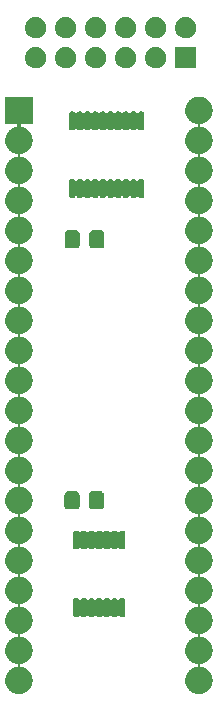
<source format=gbr>
%TF.GenerationSoftware,KiCad,Pcbnew,7.0.7*%
%TF.CreationDate,2024-03-17T18:26:37-04:00*%
%TF.ProjectId,Visual80-3,56697375-616c-4383-902d-332e6b696361,rev?*%
%TF.SameCoordinates,Original*%
%TF.FileFunction,Soldermask,Top*%
%TF.FilePolarity,Negative*%
%FSLAX46Y46*%
G04 Gerber Fmt 4.6, Leading zero omitted, Abs format (unit mm)*
G04 Created by KiCad (PCBNEW 7.0.7) date 2024-03-17 18:26:37*
%MOMM*%
%LPD*%
G01*
G04 APERTURE LIST*
G04 APERTURE END LIST*
G36*
X137333267Y-30596632D02*
G01*
X137349812Y-30607688D01*
X137360868Y-30624233D01*
X137364750Y-30643750D01*
X137364750Y-32866250D01*
X137360868Y-32885767D01*
X137349812Y-32902312D01*
X137333267Y-32913368D01*
X137313750Y-32917250D01*
X136372168Y-32917250D01*
X136343551Y-33134615D01*
X136459735Y-33165747D01*
X136520565Y-33177118D01*
X136561826Y-33193102D01*
X136599849Y-33203291D01*
X136657408Y-33230131D01*
X136720559Y-33254596D01*
X136753156Y-33274779D01*
X136783391Y-33288878D01*
X136840426Y-33328814D01*
X136902912Y-33367504D01*
X136926862Y-33389337D01*
X136949269Y-33405027D01*
X137002869Y-33458627D01*
X137061413Y-33511997D01*
X137077371Y-33533129D01*
X137092472Y-33548230D01*
X137139570Y-33615494D01*
X137190665Y-33683154D01*
X137199820Y-33701539D01*
X137208621Y-33714109D01*
X137246094Y-33794471D01*
X137286266Y-33875147D01*
X137290260Y-33889186D01*
X137294208Y-33897652D01*
X137319095Y-33990532D01*
X137344960Y-34081437D01*
X137345756Y-34090029D01*
X137346623Y-34093264D01*
X137356199Y-34202726D01*
X137364750Y-34295000D01*
X137356198Y-34387281D01*
X137346623Y-34496735D01*
X137345756Y-34499969D01*
X137344960Y-34508563D01*
X137319091Y-34599483D01*
X137294208Y-34692347D01*
X137290261Y-34700810D01*
X137286266Y-34714853D01*
X137246091Y-34795535D01*
X137208621Y-34875891D01*
X137199820Y-34888459D01*
X137190665Y-34906846D01*
X137139564Y-34974513D01*
X137092472Y-35041769D01*
X137077374Y-35056866D01*
X137061413Y-35078003D01*
X137002857Y-35131383D01*
X136949269Y-35184972D01*
X136926867Y-35200657D01*
X136902912Y-35222496D01*
X136840414Y-35261192D01*
X136783391Y-35301121D01*
X136753163Y-35315216D01*
X136720559Y-35335404D01*
X136657387Y-35359876D01*
X136599847Y-35386708D01*
X136561838Y-35396892D01*
X136520565Y-35412882D01*
X136459719Y-35424256D01*
X136404236Y-35439123D01*
X136359031Y-35443077D01*
X136309739Y-35452292D01*
X136274659Y-35452292D01*
X136274659Y-35677708D01*
X136309739Y-35677708D01*
X136359024Y-35686921D01*
X136404236Y-35690876D01*
X136459731Y-35705746D01*
X136520565Y-35717118D01*
X136561830Y-35733104D01*
X136599847Y-35743291D01*
X136657400Y-35770128D01*
X136720559Y-35794596D01*
X136753157Y-35814779D01*
X136783391Y-35828878D01*
X136840426Y-35868814D01*
X136902912Y-35907504D01*
X136926862Y-35929337D01*
X136949269Y-35945027D01*
X137002869Y-35998627D01*
X137061413Y-36051997D01*
X137077371Y-36073129D01*
X137092472Y-36088230D01*
X137139570Y-36155494D01*
X137190665Y-36223154D01*
X137199820Y-36241539D01*
X137208621Y-36254109D01*
X137246094Y-36334471D01*
X137286266Y-36415147D01*
X137290260Y-36429186D01*
X137294208Y-36437652D01*
X137319095Y-36530532D01*
X137344960Y-36621437D01*
X137345756Y-36630029D01*
X137346623Y-36633264D01*
X137356199Y-36742726D01*
X137364750Y-36835000D01*
X137356198Y-36927281D01*
X137346623Y-37036735D01*
X137345756Y-37039969D01*
X137344960Y-37048563D01*
X137319091Y-37139483D01*
X137294208Y-37232347D01*
X137290261Y-37240810D01*
X137286266Y-37254853D01*
X137246091Y-37335535D01*
X137208621Y-37415891D01*
X137199820Y-37428459D01*
X137190665Y-37446846D01*
X137139564Y-37514513D01*
X137092472Y-37581769D01*
X137077374Y-37596866D01*
X137061413Y-37618003D01*
X137002857Y-37671383D01*
X136949269Y-37724972D01*
X136926867Y-37740657D01*
X136902912Y-37762496D01*
X136840414Y-37801192D01*
X136783391Y-37841121D01*
X136753163Y-37855216D01*
X136720559Y-37875404D01*
X136657387Y-37899876D01*
X136599847Y-37926708D01*
X136561838Y-37936892D01*
X136520565Y-37952882D01*
X136459719Y-37964256D01*
X136404236Y-37979123D01*
X136359031Y-37983077D01*
X136309739Y-37992292D01*
X136274659Y-37992292D01*
X136274659Y-38217708D01*
X136309739Y-38217708D01*
X136359024Y-38226921D01*
X136404236Y-38230876D01*
X136459731Y-38245746D01*
X136520565Y-38257118D01*
X136561830Y-38273104D01*
X136599847Y-38283291D01*
X136657400Y-38310128D01*
X136720559Y-38334596D01*
X136753157Y-38354779D01*
X136783391Y-38368878D01*
X136840426Y-38408814D01*
X136902912Y-38447504D01*
X136926862Y-38469337D01*
X136949269Y-38485027D01*
X137002869Y-38538627D01*
X137061413Y-38591997D01*
X137077371Y-38613129D01*
X137092472Y-38628230D01*
X137139570Y-38695494D01*
X137190665Y-38763154D01*
X137199820Y-38781539D01*
X137208621Y-38794109D01*
X137246094Y-38874471D01*
X137286266Y-38955147D01*
X137290260Y-38969186D01*
X137294208Y-38977652D01*
X137319095Y-39070532D01*
X137344960Y-39161437D01*
X137345756Y-39170029D01*
X137346623Y-39173264D01*
X137356199Y-39282726D01*
X137364750Y-39375000D01*
X137356198Y-39467281D01*
X137346623Y-39576735D01*
X137345756Y-39579969D01*
X137344960Y-39588563D01*
X137319091Y-39679483D01*
X137294208Y-39772347D01*
X137290261Y-39780810D01*
X137286266Y-39794853D01*
X137246091Y-39875535D01*
X137208621Y-39955891D01*
X137199820Y-39968459D01*
X137190665Y-39986846D01*
X137139564Y-40054513D01*
X137092472Y-40121769D01*
X137077374Y-40136866D01*
X137061413Y-40158003D01*
X137002857Y-40211383D01*
X136949269Y-40264972D01*
X136926867Y-40280657D01*
X136902912Y-40302496D01*
X136840414Y-40341192D01*
X136783391Y-40381121D01*
X136753163Y-40395216D01*
X136720559Y-40415404D01*
X136657387Y-40439876D01*
X136599847Y-40466708D01*
X136561838Y-40476892D01*
X136520565Y-40492882D01*
X136459719Y-40504256D01*
X136404236Y-40519123D01*
X136359031Y-40523077D01*
X136309739Y-40532292D01*
X136274659Y-40532292D01*
X136274659Y-40757708D01*
X136309739Y-40757708D01*
X136359024Y-40766921D01*
X136404236Y-40770876D01*
X136459731Y-40785746D01*
X136520565Y-40797118D01*
X136561830Y-40813104D01*
X136599847Y-40823291D01*
X136657400Y-40850128D01*
X136720559Y-40874596D01*
X136753157Y-40894779D01*
X136783391Y-40908878D01*
X136840426Y-40948814D01*
X136902912Y-40987504D01*
X136926862Y-41009337D01*
X136949269Y-41025027D01*
X137002869Y-41078627D01*
X137061413Y-41131997D01*
X137077371Y-41153129D01*
X137092472Y-41168230D01*
X137139570Y-41235494D01*
X137190665Y-41303154D01*
X137199820Y-41321539D01*
X137208621Y-41334109D01*
X137246094Y-41414471D01*
X137286266Y-41495147D01*
X137290260Y-41509186D01*
X137294208Y-41517652D01*
X137319095Y-41610532D01*
X137344960Y-41701437D01*
X137345756Y-41710029D01*
X137346623Y-41713264D01*
X137356199Y-41822726D01*
X137364750Y-41915000D01*
X137356198Y-42007281D01*
X137346623Y-42116735D01*
X137345756Y-42119969D01*
X137344960Y-42128563D01*
X137319091Y-42219483D01*
X137294208Y-42312347D01*
X137290261Y-42320810D01*
X137286266Y-42334853D01*
X137246091Y-42415535D01*
X137208621Y-42495891D01*
X137199820Y-42508459D01*
X137190665Y-42526846D01*
X137139564Y-42594513D01*
X137092472Y-42661769D01*
X137077374Y-42676866D01*
X137061413Y-42698003D01*
X137002857Y-42751383D01*
X136949269Y-42804972D01*
X136926867Y-42820657D01*
X136902912Y-42842496D01*
X136840414Y-42881192D01*
X136783391Y-42921121D01*
X136753163Y-42935216D01*
X136720559Y-42955404D01*
X136657387Y-42979876D01*
X136599847Y-43006708D01*
X136561838Y-43016892D01*
X136520565Y-43032882D01*
X136459719Y-43044256D01*
X136404236Y-43059123D01*
X136359031Y-43063077D01*
X136309739Y-43072292D01*
X136274659Y-43072292D01*
X136274659Y-43297708D01*
X136309739Y-43297708D01*
X136359024Y-43306921D01*
X136404236Y-43310876D01*
X136459731Y-43325746D01*
X136520565Y-43337118D01*
X136561830Y-43353104D01*
X136599847Y-43363291D01*
X136657400Y-43390128D01*
X136720559Y-43414596D01*
X136753157Y-43434779D01*
X136783391Y-43448878D01*
X136840426Y-43488814D01*
X136902912Y-43527504D01*
X136926862Y-43549337D01*
X136949269Y-43565027D01*
X137002869Y-43618627D01*
X137061413Y-43671997D01*
X137077371Y-43693129D01*
X137092472Y-43708230D01*
X137139570Y-43775494D01*
X137190665Y-43843154D01*
X137199820Y-43861539D01*
X137208621Y-43874109D01*
X137246094Y-43954471D01*
X137286266Y-44035147D01*
X137290260Y-44049186D01*
X137294208Y-44057652D01*
X137319095Y-44150532D01*
X137344960Y-44241437D01*
X137345756Y-44250029D01*
X137346623Y-44253264D01*
X137356199Y-44362726D01*
X137364750Y-44455000D01*
X137356198Y-44547281D01*
X137346623Y-44656735D01*
X137345756Y-44659969D01*
X137344960Y-44668563D01*
X137319091Y-44759483D01*
X137294208Y-44852347D01*
X137290261Y-44860810D01*
X137286266Y-44874853D01*
X137246091Y-44955535D01*
X137208621Y-45035891D01*
X137199820Y-45048459D01*
X137190665Y-45066846D01*
X137139564Y-45134513D01*
X137092472Y-45201769D01*
X137077374Y-45216866D01*
X137061413Y-45238003D01*
X137002857Y-45291383D01*
X136949269Y-45344972D01*
X136926867Y-45360657D01*
X136902912Y-45382496D01*
X136840414Y-45421192D01*
X136783391Y-45461121D01*
X136753163Y-45475216D01*
X136720559Y-45495404D01*
X136657387Y-45519876D01*
X136599847Y-45546708D01*
X136561838Y-45556892D01*
X136520565Y-45572882D01*
X136459719Y-45584256D01*
X136404236Y-45599123D01*
X136359031Y-45603077D01*
X136309739Y-45612292D01*
X136274659Y-45612292D01*
X136274659Y-45837708D01*
X136309739Y-45837708D01*
X136359024Y-45846921D01*
X136404236Y-45850876D01*
X136459731Y-45865746D01*
X136520565Y-45877118D01*
X136561830Y-45893104D01*
X136599847Y-45903291D01*
X136657400Y-45930128D01*
X136720559Y-45954596D01*
X136753157Y-45974779D01*
X136783391Y-45988878D01*
X136840426Y-46028814D01*
X136902912Y-46067504D01*
X136926862Y-46089337D01*
X136949269Y-46105027D01*
X137002869Y-46158627D01*
X137061413Y-46211997D01*
X137077371Y-46233129D01*
X137092472Y-46248230D01*
X137139570Y-46315494D01*
X137190665Y-46383154D01*
X137199820Y-46401539D01*
X137208621Y-46414109D01*
X137246094Y-46494471D01*
X137286266Y-46575147D01*
X137290260Y-46589186D01*
X137294208Y-46597652D01*
X137319095Y-46690532D01*
X137344960Y-46781437D01*
X137345756Y-46790029D01*
X137346623Y-46793264D01*
X137356199Y-46902726D01*
X137364750Y-46995000D01*
X137356198Y-47087281D01*
X137346623Y-47196735D01*
X137345756Y-47199969D01*
X137344960Y-47208563D01*
X137319091Y-47299483D01*
X137294208Y-47392347D01*
X137290261Y-47400810D01*
X137286266Y-47414853D01*
X137246091Y-47495535D01*
X137208621Y-47575891D01*
X137199820Y-47588459D01*
X137190665Y-47606846D01*
X137139564Y-47674513D01*
X137092472Y-47741769D01*
X137077374Y-47756866D01*
X137061413Y-47778003D01*
X137002857Y-47831383D01*
X136949269Y-47884972D01*
X136926867Y-47900657D01*
X136902912Y-47922496D01*
X136840414Y-47961192D01*
X136783391Y-48001121D01*
X136753163Y-48015216D01*
X136720559Y-48035404D01*
X136657387Y-48059876D01*
X136599847Y-48086708D01*
X136561838Y-48096892D01*
X136520565Y-48112882D01*
X136459719Y-48124256D01*
X136404236Y-48139123D01*
X136359031Y-48143077D01*
X136309739Y-48152292D01*
X136274659Y-48152292D01*
X136274659Y-48377708D01*
X136309739Y-48377708D01*
X136359024Y-48386921D01*
X136404236Y-48390876D01*
X136459731Y-48405746D01*
X136520565Y-48417118D01*
X136561830Y-48433104D01*
X136599847Y-48443291D01*
X136657400Y-48470128D01*
X136720559Y-48494596D01*
X136753157Y-48514779D01*
X136783391Y-48528878D01*
X136840426Y-48568814D01*
X136902912Y-48607504D01*
X136926862Y-48629337D01*
X136949269Y-48645027D01*
X137002869Y-48698627D01*
X137061413Y-48751997D01*
X137077371Y-48773129D01*
X137092472Y-48788230D01*
X137139570Y-48855494D01*
X137190665Y-48923154D01*
X137199820Y-48941539D01*
X137208621Y-48954109D01*
X137246094Y-49034471D01*
X137286266Y-49115147D01*
X137290260Y-49129186D01*
X137294208Y-49137652D01*
X137319095Y-49230532D01*
X137344960Y-49321437D01*
X137345756Y-49330029D01*
X137346623Y-49333264D01*
X137356199Y-49442726D01*
X137364750Y-49535000D01*
X137356198Y-49627281D01*
X137346623Y-49736735D01*
X137345756Y-49739969D01*
X137344960Y-49748563D01*
X137319091Y-49839483D01*
X137294208Y-49932347D01*
X137290261Y-49940810D01*
X137286266Y-49954853D01*
X137246091Y-50035535D01*
X137208621Y-50115891D01*
X137199820Y-50128459D01*
X137190665Y-50146846D01*
X137139564Y-50214513D01*
X137092472Y-50281769D01*
X137077374Y-50296866D01*
X137061413Y-50318003D01*
X137002857Y-50371383D01*
X136949269Y-50424972D01*
X136926867Y-50440657D01*
X136902912Y-50462496D01*
X136840414Y-50501192D01*
X136783391Y-50541121D01*
X136753163Y-50555216D01*
X136720559Y-50575404D01*
X136657387Y-50599876D01*
X136599847Y-50626708D01*
X136561838Y-50636892D01*
X136520565Y-50652882D01*
X136459719Y-50664256D01*
X136404236Y-50679123D01*
X136359031Y-50683077D01*
X136309739Y-50692292D01*
X136274659Y-50692292D01*
X136274659Y-50917708D01*
X136309739Y-50917708D01*
X136359024Y-50926921D01*
X136404236Y-50930876D01*
X136459731Y-50945746D01*
X136520565Y-50957118D01*
X136561830Y-50973104D01*
X136599847Y-50983291D01*
X136657400Y-51010128D01*
X136720559Y-51034596D01*
X136753157Y-51054779D01*
X136783391Y-51068878D01*
X136840426Y-51108814D01*
X136902912Y-51147504D01*
X136926862Y-51169337D01*
X136949269Y-51185027D01*
X137002869Y-51238627D01*
X137061413Y-51291997D01*
X137077371Y-51313129D01*
X137092472Y-51328230D01*
X137139570Y-51395494D01*
X137190665Y-51463154D01*
X137199820Y-51481539D01*
X137208621Y-51494109D01*
X137246094Y-51574471D01*
X137286266Y-51655147D01*
X137290260Y-51669186D01*
X137294208Y-51677652D01*
X137319095Y-51770532D01*
X137344960Y-51861437D01*
X137345756Y-51870029D01*
X137346623Y-51873264D01*
X137356199Y-51982726D01*
X137364750Y-52075000D01*
X137356198Y-52167281D01*
X137346623Y-52276735D01*
X137345756Y-52279969D01*
X137344960Y-52288563D01*
X137319091Y-52379483D01*
X137294208Y-52472347D01*
X137290261Y-52480810D01*
X137286266Y-52494853D01*
X137246091Y-52575535D01*
X137208621Y-52655891D01*
X137199820Y-52668459D01*
X137190665Y-52686846D01*
X137139564Y-52754513D01*
X137092472Y-52821769D01*
X137077374Y-52836866D01*
X137061413Y-52858003D01*
X137002857Y-52911383D01*
X136949269Y-52964972D01*
X136926867Y-52980657D01*
X136902912Y-53002496D01*
X136840414Y-53041192D01*
X136783391Y-53081121D01*
X136753163Y-53095216D01*
X136720559Y-53115404D01*
X136657387Y-53139876D01*
X136599847Y-53166708D01*
X136561838Y-53176892D01*
X136520565Y-53192882D01*
X136459719Y-53204256D01*
X136404236Y-53219123D01*
X136359031Y-53223077D01*
X136309739Y-53232292D01*
X136274659Y-53232292D01*
X136274659Y-53457708D01*
X136309739Y-53457708D01*
X136359024Y-53466921D01*
X136404236Y-53470876D01*
X136459731Y-53485746D01*
X136520565Y-53497118D01*
X136561830Y-53513104D01*
X136599847Y-53523291D01*
X136657400Y-53550128D01*
X136720559Y-53574596D01*
X136753157Y-53594779D01*
X136783391Y-53608878D01*
X136840426Y-53648814D01*
X136902912Y-53687504D01*
X136926862Y-53709337D01*
X136949269Y-53725027D01*
X137002869Y-53778627D01*
X137061413Y-53831997D01*
X137077371Y-53853129D01*
X137092472Y-53868230D01*
X137139570Y-53935494D01*
X137190665Y-54003154D01*
X137199820Y-54021539D01*
X137208621Y-54034109D01*
X137246094Y-54114471D01*
X137286266Y-54195147D01*
X137290260Y-54209186D01*
X137294208Y-54217652D01*
X137319095Y-54310532D01*
X137344960Y-54401437D01*
X137345756Y-54410029D01*
X137346623Y-54413264D01*
X137356199Y-54522726D01*
X137364750Y-54615000D01*
X137356198Y-54707281D01*
X137346623Y-54816735D01*
X137345756Y-54819969D01*
X137344960Y-54828563D01*
X137319091Y-54919483D01*
X137294208Y-55012347D01*
X137290261Y-55020810D01*
X137286266Y-55034853D01*
X137246091Y-55115535D01*
X137208621Y-55195891D01*
X137199820Y-55208459D01*
X137190665Y-55226846D01*
X137139564Y-55294513D01*
X137092472Y-55361769D01*
X137077374Y-55376866D01*
X137061413Y-55398003D01*
X137002857Y-55451383D01*
X136949269Y-55504972D01*
X136926867Y-55520657D01*
X136902912Y-55542496D01*
X136840414Y-55581192D01*
X136783391Y-55621121D01*
X136753163Y-55635216D01*
X136720559Y-55655404D01*
X136657387Y-55679876D01*
X136599847Y-55706708D01*
X136561838Y-55716892D01*
X136520565Y-55732882D01*
X136459719Y-55744256D01*
X136404236Y-55759123D01*
X136359031Y-55763077D01*
X136309739Y-55772292D01*
X136274659Y-55772292D01*
X136274659Y-55997708D01*
X136309739Y-55997708D01*
X136359024Y-56006921D01*
X136404236Y-56010876D01*
X136459731Y-56025746D01*
X136520565Y-56037118D01*
X136561830Y-56053104D01*
X136599847Y-56063291D01*
X136657400Y-56090128D01*
X136720559Y-56114596D01*
X136753157Y-56134779D01*
X136783391Y-56148878D01*
X136840426Y-56188814D01*
X136902912Y-56227504D01*
X136926862Y-56249337D01*
X136949269Y-56265027D01*
X137002869Y-56318627D01*
X137061413Y-56371997D01*
X137077371Y-56393129D01*
X137092472Y-56408230D01*
X137139570Y-56475494D01*
X137190665Y-56543154D01*
X137199820Y-56561539D01*
X137208621Y-56574109D01*
X137246094Y-56654471D01*
X137286266Y-56735147D01*
X137290260Y-56749186D01*
X137294208Y-56757652D01*
X137319095Y-56850532D01*
X137344960Y-56941437D01*
X137345756Y-56950029D01*
X137346623Y-56953264D01*
X137356199Y-57062726D01*
X137364750Y-57155000D01*
X137356198Y-57247281D01*
X137346623Y-57356735D01*
X137345756Y-57359969D01*
X137344960Y-57368563D01*
X137319091Y-57459483D01*
X137294208Y-57552347D01*
X137290261Y-57560810D01*
X137286266Y-57574853D01*
X137246091Y-57655535D01*
X137208621Y-57735891D01*
X137199820Y-57748459D01*
X137190665Y-57766846D01*
X137139564Y-57834513D01*
X137092472Y-57901769D01*
X137077374Y-57916866D01*
X137061413Y-57938003D01*
X137002857Y-57991383D01*
X136949269Y-58044972D01*
X136926867Y-58060657D01*
X136902912Y-58082496D01*
X136840414Y-58121192D01*
X136783391Y-58161121D01*
X136753163Y-58175216D01*
X136720559Y-58195404D01*
X136657387Y-58219876D01*
X136599847Y-58246708D01*
X136561838Y-58256892D01*
X136520565Y-58272882D01*
X136459719Y-58284256D01*
X136404236Y-58299123D01*
X136359031Y-58303077D01*
X136309739Y-58312292D01*
X136274659Y-58312292D01*
X136274659Y-58537708D01*
X136309739Y-58537708D01*
X136359024Y-58546921D01*
X136404236Y-58550876D01*
X136459731Y-58565746D01*
X136520565Y-58577118D01*
X136561830Y-58593104D01*
X136599847Y-58603291D01*
X136657400Y-58630128D01*
X136720559Y-58654596D01*
X136753157Y-58674779D01*
X136783391Y-58688878D01*
X136840426Y-58728814D01*
X136902912Y-58767504D01*
X136926862Y-58789337D01*
X136949269Y-58805027D01*
X137002869Y-58858627D01*
X137061413Y-58911997D01*
X137077371Y-58933129D01*
X137092472Y-58948230D01*
X137139570Y-59015494D01*
X137190665Y-59083154D01*
X137199820Y-59101539D01*
X137208621Y-59114109D01*
X137246094Y-59194471D01*
X137286266Y-59275147D01*
X137290260Y-59289186D01*
X137294208Y-59297652D01*
X137319095Y-59390532D01*
X137344960Y-59481437D01*
X137345756Y-59490029D01*
X137346623Y-59493264D01*
X137356199Y-59602726D01*
X137364750Y-59695000D01*
X137356198Y-59787281D01*
X137346623Y-59896735D01*
X137345756Y-59899969D01*
X137344960Y-59908563D01*
X137319091Y-59999483D01*
X137294208Y-60092347D01*
X137290261Y-60100810D01*
X137286266Y-60114853D01*
X137246091Y-60195535D01*
X137208621Y-60275891D01*
X137199820Y-60288459D01*
X137190665Y-60306846D01*
X137139564Y-60374513D01*
X137092472Y-60441769D01*
X137077374Y-60456866D01*
X137061413Y-60478003D01*
X137002857Y-60531383D01*
X136949269Y-60584972D01*
X136926867Y-60600657D01*
X136902912Y-60622496D01*
X136840414Y-60661192D01*
X136783391Y-60701121D01*
X136753163Y-60715216D01*
X136720559Y-60735404D01*
X136657387Y-60759876D01*
X136599847Y-60786708D01*
X136561838Y-60796892D01*
X136520565Y-60812882D01*
X136459719Y-60824256D01*
X136404236Y-60839123D01*
X136359031Y-60843077D01*
X136309739Y-60852292D01*
X136274659Y-60852292D01*
X136274659Y-61077708D01*
X136309739Y-61077708D01*
X136359024Y-61086921D01*
X136404236Y-61090876D01*
X136459731Y-61105746D01*
X136520565Y-61117118D01*
X136561830Y-61133104D01*
X136599847Y-61143291D01*
X136657400Y-61170128D01*
X136720559Y-61194596D01*
X136753157Y-61214779D01*
X136783391Y-61228878D01*
X136840426Y-61268814D01*
X136902912Y-61307504D01*
X136926862Y-61329337D01*
X136949269Y-61345027D01*
X137002869Y-61398627D01*
X137061413Y-61451997D01*
X137077371Y-61473129D01*
X137092472Y-61488230D01*
X137139570Y-61555494D01*
X137190665Y-61623154D01*
X137199820Y-61641539D01*
X137208621Y-61654109D01*
X137246094Y-61734471D01*
X137286266Y-61815147D01*
X137290260Y-61829186D01*
X137294208Y-61837652D01*
X137319095Y-61930532D01*
X137344960Y-62021437D01*
X137345756Y-62030029D01*
X137346623Y-62033264D01*
X137356199Y-62142726D01*
X137364750Y-62235000D01*
X137356198Y-62327281D01*
X137346623Y-62436735D01*
X137345756Y-62439969D01*
X137344960Y-62448563D01*
X137319091Y-62539483D01*
X137294208Y-62632347D01*
X137290261Y-62640810D01*
X137286266Y-62654853D01*
X137246091Y-62735535D01*
X137208621Y-62815891D01*
X137199820Y-62828459D01*
X137190665Y-62846846D01*
X137139564Y-62914513D01*
X137092472Y-62981769D01*
X137077374Y-62996866D01*
X137061413Y-63018003D01*
X137002857Y-63071383D01*
X136949269Y-63124972D01*
X136926867Y-63140657D01*
X136902912Y-63162496D01*
X136840414Y-63201192D01*
X136783391Y-63241121D01*
X136753163Y-63255216D01*
X136720559Y-63275404D01*
X136657387Y-63299876D01*
X136599847Y-63326708D01*
X136561838Y-63336892D01*
X136520565Y-63352882D01*
X136459719Y-63364256D01*
X136404236Y-63379123D01*
X136359031Y-63383077D01*
X136309739Y-63392292D01*
X136274659Y-63392292D01*
X136274659Y-63617708D01*
X136309739Y-63617708D01*
X136359024Y-63626921D01*
X136404236Y-63630876D01*
X136459731Y-63645746D01*
X136520565Y-63657118D01*
X136561830Y-63673104D01*
X136599847Y-63683291D01*
X136657400Y-63710128D01*
X136720559Y-63734596D01*
X136753157Y-63754779D01*
X136783391Y-63768878D01*
X136840426Y-63808814D01*
X136902912Y-63847504D01*
X136926862Y-63869337D01*
X136949269Y-63885027D01*
X137002869Y-63938627D01*
X137061413Y-63991997D01*
X137077371Y-64013129D01*
X137092472Y-64028230D01*
X137139570Y-64095494D01*
X137190665Y-64163154D01*
X137199820Y-64181539D01*
X137208621Y-64194109D01*
X137246094Y-64274471D01*
X137286266Y-64355147D01*
X137290260Y-64369186D01*
X137294208Y-64377652D01*
X137319095Y-64470532D01*
X137344960Y-64561437D01*
X137345756Y-64570029D01*
X137346623Y-64573264D01*
X137356199Y-64682726D01*
X137364750Y-64775000D01*
X137356198Y-64867281D01*
X137346623Y-64976735D01*
X137345756Y-64979969D01*
X137344960Y-64988563D01*
X137319091Y-65079483D01*
X137294208Y-65172347D01*
X137290261Y-65180810D01*
X137286266Y-65194853D01*
X137246091Y-65275535D01*
X137208621Y-65355891D01*
X137199820Y-65368459D01*
X137190665Y-65386846D01*
X137139564Y-65454513D01*
X137092472Y-65521769D01*
X137077374Y-65536866D01*
X137061413Y-65558003D01*
X137002857Y-65611383D01*
X136949269Y-65664972D01*
X136926867Y-65680657D01*
X136902912Y-65702496D01*
X136840414Y-65741192D01*
X136783391Y-65781121D01*
X136753163Y-65795216D01*
X136720559Y-65815404D01*
X136657387Y-65839876D01*
X136599847Y-65866708D01*
X136561838Y-65876892D01*
X136520565Y-65892882D01*
X136459719Y-65904256D01*
X136404236Y-65919123D01*
X136359031Y-65923077D01*
X136309739Y-65932292D01*
X136274659Y-65932292D01*
X136274659Y-66157708D01*
X136309739Y-66157708D01*
X136359024Y-66166921D01*
X136404236Y-66170876D01*
X136459731Y-66185746D01*
X136520565Y-66197118D01*
X136561830Y-66213104D01*
X136599847Y-66223291D01*
X136657400Y-66250128D01*
X136720559Y-66274596D01*
X136753157Y-66294779D01*
X136783391Y-66308878D01*
X136840426Y-66348814D01*
X136902912Y-66387504D01*
X136926862Y-66409337D01*
X136949269Y-66425027D01*
X137002869Y-66478627D01*
X137061413Y-66531997D01*
X137077371Y-66553129D01*
X137092472Y-66568230D01*
X137139570Y-66635494D01*
X137190665Y-66703154D01*
X137199820Y-66721539D01*
X137208621Y-66734109D01*
X137246094Y-66814471D01*
X137286266Y-66895147D01*
X137290260Y-66909186D01*
X137294208Y-66917652D01*
X137319095Y-67010532D01*
X137344960Y-67101437D01*
X137345756Y-67110029D01*
X137346623Y-67113264D01*
X137356199Y-67222726D01*
X137364750Y-67315000D01*
X137356198Y-67407281D01*
X137346623Y-67516735D01*
X137345756Y-67519969D01*
X137344960Y-67528563D01*
X137319091Y-67619483D01*
X137294208Y-67712347D01*
X137290261Y-67720810D01*
X137286266Y-67734853D01*
X137246091Y-67815535D01*
X137208621Y-67895891D01*
X137199820Y-67908459D01*
X137190665Y-67926846D01*
X137139564Y-67994513D01*
X137092472Y-68061769D01*
X137077374Y-68076866D01*
X137061413Y-68098003D01*
X137002857Y-68151383D01*
X136949269Y-68204972D01*
X136926867Y-68220657D01*
X136902912Y-68242496D01*
X136840414Y-68281192D01*
X136783391Y-68321121D01*
X136753163Y-68335216D01*
X136720559Y-68355404D01*
X136657387Y-68379876D01*
X136599847Y-68406708D01*
X136561838Y-68416892D01*
X136520565Y-68432882D01*
X136459719Y-68444256D01*
X136404236Y-68459123D01*
X136359031Y-68463077D01*
X136309739Y-68472292D01*
X136274659Y-68472292D01*
X136274659Y-68697708D01*
X136309739Y-68697708D01*
X136359024Y-68706921D01*
X136404236Y-68710876D01*
X136459731Y-68725746D01*
X136520565Y-68737118D01*
X136561830Y-68753104D01*
X136599847Y-68763291D01*
X136657400Y-68790128D01*
X136720559Y-68814596D01*
X136753157Y-68834779D01*
X136783391Y-68848878D01*
X136840426Y-68888814D01*
X136902912Y-68927504D01*
X136926862Y-68949337D01*
X136949269Y-68965027D01*
X137002869Y-69018627D01*
X137061413Y-69071997D01*
X137077371Y-69093129D01*
X137092472Y-69108230D01*
X137139570Y-69175494D01*
X137190665Y-69243154D01*
X137199820Y-69261539D01*
X137208621Y-69274109D01*
X137246094Y-69354471D01*
X137286266Y-69435147D01*
X137290260Y-69449186D01*
X137294208Y-69457652D01*
X137319095Y-69550532D01*
X137344960Y-69641437D01*
X137345756Y-69650029D01*
X137346623Y-69653264D01*
X137356199Y-69762726D01*
X137364750Y-69855000D01*
X137356198Y-69947281D01*
X137346623Y-70056735D01*
X137345756Y-70059969D01*
X137344960Y-70068563D01*
X137319091Y-70159483D01*
X137294208Y-70252347D01*
X137290261Y-70260810D01*
X137286266Y-70274853D01*
X137246091Y-70355535D01*
X137208621Y-70435891D01*
X137199820Y-70448459D01*
X137190665Y-70466846D01*
X137139564Y-70534513D01*
X137092472Y-70601769D01*
X137077374Y-70616866D01*
X137061413Y-70638003D01*
X137002857Y-70691383D01*
X136949269Y-70744972D01*
X136926867Y-70760657D01*
X136902912Y-70782496D01*
X136840414Y-70821192D01*
X136783391Y-70861121D01*
X136753163Y-70875216D01*
X136720559Y-70895404D01*
X136657387Y-70919876D01*
X136599847Y-70946708D01*
X136561838Y-70956892D01*
X136520565Y-70972882D01*
X136459719Y-70984256D01*
X136404236Y-70999123D01*
X136359031Y-71003077D01*
X136309739Y-71012292D01*
X136274659Y-71012292D01*
X136274659Y-71237708D01*
X136309739Y-71237708D01*
X136359024Y-71246921D01*
X136404236Y-71250876D01*
X136459731Y-71265746D01*
X136520565Y-71277118D01*
X136561830Y-71293104D01*
X136599847Y-71303291D01*
X136657400Y-71330128D01*
X136720559Y-71354596D01*
X136753157Y-71374779D01*
X136783391Y-71388878D01*
X136840426Y-71428814D01*
X136902912Y-71467504D01*
X136926862Y-71489337D01*
X136949269Y-71505027D01*
X137002869Y-71558627D01*
X137061413Y-71611997D01*
X137077371Y-71633129D01*
X137092472Y-71648230D01*
X137139570Y-71715494D01*
X137190665Y-71783154D01*
X137199820Y-71801539D01*
X137208621Y-71814109D01*
X137246094Y-71894471D01*
X137286266Y-71975147D01*
X137290260Y-71989186D01*
X137294208Y-71997652D01*
X137319095Y-72090532D01*
X137344960Y-72181437D01*
X137345756Y-72190029D01*
X137346623Y-72193264D01*
X137356199Y-72302726D01*
X137364750Y-72395000D01*
X137356198Y-72487281D01*
X137346623Y-72596735D01*
X137345756Y-72599969D01*
X137344960Y-72608563D01*
X137319091Y-72699483D01*
X137294208Y-72792347D01*
X137290261Y-72800810D01*
X137286266Y-72814853D01*
X137246091Y-72895535D01*
X137208621Y-72975891D01*
X137199820Y-72988459D01*
X137190665Y-73006846D01*
X137139564Y-73074513D01*
X137092472Y-73141769D01*
X137077374Y-73156866D01*
X137061413Y-73178003D01*
X137002857Y-73231383D01*
X136949269Y-73284972D01*
X136926867Y-73300657D01*
X136902912Y-73322496D01*
X136840414Y-73361192D01*
X136783391Y-73401121D01*
X136753163Y-73415216D01*
X136720559Y-73435404D01*
X136657387Y-73459876D01*
X136599847Y-73486708D01*
X136561838Y-73496892D01*
X136520565Y-73512882D01*
X136459719Y-73524256D01*
X136404236Y-73539123D01*
X136359031Y-73543077D01*
X136309739Y-73552292D01*
X136274659Y-73552292D01*
X136274659Y-73777708D01*
X136309739Y-73777708D01*
X136359024Y-73786921D01*
X136404236Y-73790876D01*
X136459731Y-73805746D01*
X136520565Y-73817118D01*
X136561830Y-73833104D01*
X136599847Y-73843291D01*
X136657400Y-73870128D01*
X136720559Y-73894596D01*
X136753157Y-73914779D01*
X136783391Y-73928878D01*
X136840426Y-73968814D01*
X136902912Y-74007504D01*
X136926862Y-74029337D01*
X136949269Y-74045027D01*
X137002869Y-74098627D01*
X137061413Y-74151997D01*
X137077371Y-74173129D01*
X137092472Y-74188230D01*
X137139570Y-74255494D01*
X137190665Y-74323154D01*
X137199820Y-74341539D01*
X137208621Y-74354109D01*
X137246094Y-74434471D01*
X137286266Y-74515147D01*
X137290260Y-74529186D01*
X137294208Y-74537652D01*
X137319095Y-74630532D01*
X137344960Y-74721437D01*
X137345756Y-74730029D01*
X137346623Y-74733264D01*
X137356199Y-74842726D01*
X137364750Y-74935000D01*
X137356198Y-75027281D01*
X137346623Y-75136735D01*
X137345756Y-75139969D01*
X137344960Y-75148563D01*
X137319091Y-75239483D01*
X137294208Y-75332347D01*
X137290261Y-75340810D01*
X137286266Y-75354853D01*
X137246091Y-75435535D01*
X137208621Y-75515891D01*
X137199820Y-75528459D01*
X137190665Y-75546846D01*
X137139564Y-75614513D01*
X137092472Y-75681769D01*
X137077374Y-75696866D01*
X137061413Y-75718003D01*
X137002857Y-75771383D01*
X136949269Y-75824972D01*
X136926867Y-75840657D01*
X136902912Y-75862496D01*
X136840414Y-75901192D01*
X136783391Y-75941121D01*
X136753163Y-75955216D01*
X136720559Y-75975404D01*
X136657387Y-75999876D01*
X136599847Y-76026708D01*
X136561838Y-76036892D01*
X136520565Y-76052882D01*
X136459719Y-76064256D01*
X136404236Y-76079123D01*
X136359031Y-76083077D01*
X136309739Y-76092292D01*
X136274659Y-76092292D01*
X136274659Y-76317708D01*
X136309739Y-76317708D01*
X136359024Y-76326921D01*
X136404236Y-76330876D01*
X136459731Y-76345746D01*
X136520565Y-76357118D01*
X136561830Y-76373104D01*
X136599847Y-76383291D01*
X136657400Y-76410128D01*
X136720559Y-76434596D01*
X136753157Y-76454779D01*
X136783391Y-76468878D01*
X136840426Y-76508814D01*
X136902912Y-76547504D01*
X136926862Y-76569337D01*
X136949269Y-76585027D01*
X137002869Y-76638627D01*
X137061413Y-76691997D01*
X137077371Y-76713129D01*
X137092472Y-76728230D01*
X137139570Y-76795494D01*
X137190665Y-76863154D01*
X137199820Y-76881539D01*
X137208621Y-76894109D01*
X137246094Y-76974471D01*
X137286266Y-77055147D01*
X137290260Y-77069186D01*
X137294208Y-77077652D01*
X137319095Y-77170532D01*
X137344960Y-77261437D01*
X137345756Y-77270029D01*
X137346623Y-77273264D01*
X137356199Y-77382726D01*
X137364750Y-77475000D01*
X137356198Y-77567281D01*
X137346623Y-77676735D01*
X137345756Y-77679969D01*
X137344960Y-77688563D01*
X137319091Y-77779483D01*
X137294208Y-77872347D01*
X137290261Y-77880810D01*
X137286266Y-77894853D01*
X137246091Y-77975535D01*
X137208621Y-78055891D01*
X137199820Y-78068459D01*
X137190665Y-78086846D01*
X137139564Y-78154513D01*
X137092472Y-78221769D01*
X137077374Y-78236866D01*
X137061413Y-78258003D01*
X137002857Y-78311383D01*
X136949269Y-78364972D01*
X136926867Y-78380657D01*
X136902912Y-78402496D01*
X136840414Y-78441192D01*
X136783391Y-78481121D01*
X136753163Y-78495216D01*
X136720559Y-78515404D01*
X136657387Y-78539876D01*
X136599847Y-78566708D01*
X136561838Y-78576892D01*
X136520565Y-78592882D01*
X136459719Y-78604256D01*
X136404236Y-78619123D01*
X136359031Y-78623077D01*
X136309739Y-78632292D01*
X136274659Y-78632292D01*
X136274659Y-78857708D01*
X136309739Y-78857708D01*
X136359024Y-78866921D01*
X136404236Y-78870876D01*
X136459731Y-78885746D01*
X136520565Y-78897118D01*
X136561830Y-78913104D01*
X136599847Y-78923291D01*
X136657400Y-78950128D01*
X136720559Y-78974596D01*
X136753157Y-78994779D01*
X136783391Y-79008878D01*
X136840426Y-79048814D01*
X136902912Y-79087504D01*
X136926862Y-79109337D01*
X136949269Y-79125027D01*
X137002869Y-79178627D01*
X137061413Y-79231997D01*
X137077371Y-79253129D01*
X137092472Y-79268230D01*
X137139570Y-79335494D01*
X137190665Y-79403154D01*
X137199820Y-79421539D01*
X137208621Y-79434109D01*
X137246094Y-79514471D01*
X137286266Y-79595147D01*
X137290260Y-79609186D01*
X137294208Y-79617652D01*
X137319095Y-79710532D01*
X137344960Y-79801437D01*
X137345756Y-79810029D01*
X137346623Y-79813264D01*
X137356199Y-79922726D01*
X137364750Y-80015000D01*
X137356198Y-80107281D01*
X137346623Y-80216735D01*
X137345756Y-80219969D01*
X137344960Y-80228563D01*
X137319091Y-80319483D01*
X137294208Y-80412347D01*
X137290261Y-80420810D01*
X137286266Y-80434853D01*
X137246091Y-80515535D01*
X137208621Y-80595891D01*
X137199820Y-80608459D01*
X137190665Y-80626846D01*
X137139564Y-80694513D01*
X137092472Y-80761769D01*
X137077374Y-80776866D01*
X137061413Y-80798003D01*
X137002857Y-80851383D01*
X136949269Y-80904972D01*
X136926867Y-80920657D01*
X136902912Y-80942496D01*
X136840414Y-80981192D01*
X136783391Y-81021121D01*
X136753163Y-81035216D01*
X136720559Y-81055404D01*
X136657387Y-81079876D01*
X136599847Y-81106708D01*
X136561838Y-81116892D01*
X136520565Y-81132882D01*
X136459716Y-81144256D01*
X136404235Y-81159123D01*
X136359031Y-81163077D01*
X136309739Y-81172292D01*
X136253708Y-81172292D01*
X136202500Y-81176772D01*
X136151292Y-81172292D01*
X136095261Y-81172292D01*
X136045969Y-81163077D01*
X136000764Y-81159123D01*
X135945279Y-81144255D01*
X135884435Y-81132882D01*
X135843163Y-81116893D01*
X135805152Y-81106708D01*
X135747606Y-81079874D01*
X135684441Y-81055404D01*
X135651839Y-81035217D01*
X135621608Y-81021121D01*
X135564577Y-80981187D01*
X135502088Y-80942496D01*
X135478136Y-80920660D01*
X135455730Y-80904972D01*
X135402130Y-80851372D01*
X135343587Y-80798003D01*
X135327628Y-80776870D01*
X135312527Y-80761769D01*
X135265421Y-80694495D01*
X135214335Y-80626846D01*
X135205182Y-80608464D01*
X135196378Y-80595891D01*
X135158893Y-80515503D01*
X135118734Y-80434853D01*
X135114740Y-80420816D01*
X135110791Y-80412347D01*
X135085891Y-80319423D01*
X135060040Y-80228563D01*
X135059244Y-80219975D01*
X135058376Y-80216735D01*
X135048784Y-80107097D01*
X135040250Y-80015000D01*
X135048781Y-79922928D01*
X135058376Y-79813264D01*
X135059244Y-79810023D01*
X135060040Y-79801437D01*
X135085887Y-79710593D01*
X135110791Y-79617652D01*
X135114740Y-79609181D01*
X135118734Y-79595147D01*
X135158890Y-79514502D01*
X135196378Y-79434109D01*
X135205182Y-79421534D01*
X135214335Y-79403154D01*
X135265415Y-79335512D01*
X135312527Y-79268230D01*
X135327631Y-79253125D01*
X135343587Y-79231997D01*
X135402119Y-79178637D01*
X135455730Y-79125027D01*
X135478140Y-79109335D01*
X135502088Y-79087504D01*
X135564570Y-79048816D01*
X135621609Y-79008878D01*
X135651843Y-78994779D01*
X135684441Y-78974596D01*
X135747595Y-78950129D01*
X135805152Y-78923291D01*
X135843171Y-78913103D01*
X135884435Y-78897118D01*
X135945267Y-78885746D01*
X136000764Y-78870876D01*
X136045979Y-78866920D01*
X136095261Y-78857708D01*
X136130340Y-78857708D01*
X136130340Y-78632292D01*
X136095261Y-78632292D01*
X136045972Y-78623078D01*
X136000764Y-78619123D01*
X135945279Y-78604255D01*
X135884435Y-78592882D01*
X135843163Y-78576893D01*
X135805152Y-78566708D01*
X135747606Y-78539874D01*
X135684441Y-78515404D01*
X135651839Y-78495217D01*
X135621608Y-78481121D01*
X135564577Y-78441187D01*
X135502088Y-78402496D01*
X135478136Y-78380660D01*
X135455730Y-78364972D01*
X135402130Y-78311372D01*
X135343587Y-78258003D01*
X135327628Y-78236870D01*
X135312527Y-78221769D01*
X135265421Y-78154495D01*
X135214335Y-78086846D01*
X135205182Y-78068464D01*
X135196378Y-78055891D01*
X135158893Y-77975503D01*
X135118734Y-77894853D01*
X135114740Y-77880816D01*
X135110791Y-77872347D01*
X135085891Y-77779423D01*
X135060040Y-77688563D01*
X135059244Y-77679975D01*
X135058376Y-77676735D01*
X135048784Y-77567097D01*
X135040250Y-77475000D01*
X135048781Y-77382928D01*
X135058376Y-77273264D01*
X135059244Y-77270023D01*
X135060040Y-77261437D01*
X135085887Y-77170593D01*
X135110791Y-77077652D01*
X135114740Y-77069181D01*
X135118734Y-77055147D01*
X135158890Y-76974502D01*
X135196378Y-76894109D01*
X135205182Y-76881534D01*
X135214335Y-76863154D01*
X135265415Y-76795512D01*
X135312527Y-76728230D01*
X135327631Y-76713125D01*
X135343587Y-76691997D01*
X135402119Y-76638637D01*
X135455730Y-76585027D01*
X135478140Y-76569335D01*
X135502088Y-76547504D01*
X135564570Y-76508816D01*
X135621609Y-76468878D01*
X135651843Y-76454779D01*
X135684441Y-76434596D01*
X135747595Y-76410129D01*
X135805152Y-76383291D01*
X135843171Y-76373103D01*
X135884435Y-76357118D01*
X135945267Y-76345746D01*
X136000764Y-76330876D01*
X136045979Y-76326920D01*
X136095261Y-76317708D01*
X136130340Y-76317708D01*
X136130340Y-76092292D01*
X136095261Y-76092292D01*
X136045972Y-76083078D01*
X136000764Y-76079123D01*
X135945279Y-76064255D01*
X135884435Y-76052882D01*
X135843163Y-76036893D01*
X135805152Y-76026708D01*
X135747606Y-75999874D01*
X135684441Y-75975404D01*
X135651839Y-75955217D01*
X135621608Y-75941121D01*
X135564577Y-75901187D01*
X135502088Y-75862496D01*
X135478136Y-75840660D01*
X135455730Y-75824972D01*
X135402130Y-75771372D01*
X135343587Y-75718003D01*
X135327628Y-75696870D01*
X135312527Y-75681769D01*
X135265421Y-75614495D01*
X135214335Y-75546846D01*
X135205182Y-75528464D01*
X135196378Y-75515891D01*
X135158893Y-75435503D01*
X135118734Y-75354853D01*
X135114740Y-75340816D01*
X135110791Y-75332347D01*
X135085891Y-75239423D01*
X135060040Y-75148563D01*
X135059244Y-75139975D01*
X135058376Y-75136735D01*
X135048784Y-75027097D01*
X135040250Y-74935000D01*
X135048781Y-74842928D01*
X135058376Y-74733264D01*
X135059244Y-74730023D01*
X135060040Y-74721437D01*
X135085887Y-74630593D01*
X135110791Y-74537652D01*
X135114740Y-74529181D01*
X135118734Y-74515147D01*
X135158890Y-74434502D01*
X135196378Y-74354109D01*
X135205182Y-74341534D01*
X135214335Y-74323154D01*
X135265415Y-74255512D01*
X135312527Y-74188230D01*
X135327631Y-74173125D01*
X135343587Y-74151997D01*
X135402119Y-74098637D01*
X135455730Y-74045027D01*
X135478140Y-74029335D01*
X135502088Y-74007504D01*
X135564570Y-73968816D01*
X135621609Y-73928878D01*
X135651843Y-73914779D01*
X135684441Y-73894596D01*
X135747595Y-73870129D01*
X135805152Y-73843291D01*
X135843171Y-73833103D01*
X135884435Y-73817118D01*
X135945267Y-73805746D01*
X136000764Y-73790876D01*
X136045979Y-73786920D01*
X136095261Y-73777708D01*
X136130340Y-73777708D01*
X136130340Y-73552292D01*
X136095261Y-73552292D01*
X136045972Y-73543078D01*
X136000764Y-73539123D01*
X135945279Y-73524255D01*
X135884435Y-73512882D01*
X135843163Y-73496893D01*
X135805152Y-73486708D01*
X135747606Y-73459874D01*
X135684441Y-73435404D01*
X135651839Y-73415217D01*
X135621608Y-73401121D01*
X135564577Y-73361187D01*
X135502088Y-73322496D01*
X135478136Y-73300660D01*
X135455730Y-73284972D01*
X135402130Y-73231372D01*
X135343587Y-73178003D01*
X135327628Y-73156870D01*
X135312527Y-73141769D01*
X135265421Y-73074495D01*
X135214335Y-73006846D01*
X135205182Y-72988464D01*
X135196378Y-72975891D01*
X135158893Y-72895503D01*
X135118734Y-72814853D01*
X135114740Y-72800816D01*
X135110791Y-72792347D01*
X135085891Y-72699423D01*
X135060040Y-72608563D01*
X135059244Y-72599975D01*
X135058376Y-72596735D01*
X135048784Y-72487097D01*
X135040250Y-72395000D01*
X135048781Y-72302928D01*
X135058376Y-72193264D01*
X135059244Y-72190023D01*
X135060040Y-72181437D01*
X135085887Y-72090593D01*
X135110791Y-71997652D01*
X135114740Y-71989181D01*
X135118734Y-71975147D01*
X135158890Y-71894502D01*
X135196378Y-71814109D01*
X135205182Y-71801534D01*
X135214335Y-71783154D01*
X135265415Y-71715512D01*
X135312527Y-71648230D01*
X135327631Y-71633125D01*
X135343587Y-71611997D01*
X135402119Y-71558637D01*
X135455730Y-71505027D01*
X135478140Y-71489335D01*
X135502088Y-71467504D01*
X135564570Y-71428816D01*
X135621609Y-71388878D01*
X135651843Y-71374779D01*
X135684441Y-71354596D01*
X135747595Y-71330129D01*
X135805152Y-71303291D01*
X135843171Y-71293103D01*
X135884435Y-71277118D01*
X135945267Y-71265746D01*
X136000764Y-71250876D01*
X136045979Y-71246920D01*
X136095261Y-71237708D01*
X136130340Y-71237708D01*
X136130340Y-71012292D01*
X136095261Y-71012292D01*
X136045972Y-71003078D01*
X136000764Y-70999123D01*
X135945279Y-70984255D01*
X135884435Y-70972882D01*
X135843163Y-70956893D01*
X135805152Y-70946708D01*
X135747606Y-70919874D01*
X135684441Y-70895404D01*
X135651839Y-70875217D01*
X135621608Y-70861121D01*
X135564577Y-70821187D01*
X135502088Y-70782496D01*
X135478136Y-70760660D01*
X135455730Y-70744972D01*
X135402130Y-70691372D01*
X135343587Y-70638003D01*
X135327628Y-70616870D01*
X135312527Y-70601769D01*
X135265421Y-70534495D01*
X135214335Y-70466846D01*
X135205182Y-70448464D01*
X135196378Y-70435891D01*
X135158893Y-70355503D01*
X135118734Y-70274853D01*
X135114740Y-70260816D01*
X135110791Y-70252347D01*
X135085891Y-70159423D01*
X135060040Y-70068563D01*
X135059244Y-70059975D01*
X135058376Y-70056735D01*
X135048784Y-69947097D01*
X135040250Y-69855000D01*
X135048781Y-69762928D01*
X135058376Y-69653264D01*
X135059244Y-69650023D01*
X135060040Y-69641437D01*
X135085887Y-69550593D01*
X135110791Y-69457652D01*
X135114740Y-69449181D01*
X135118734Y-69435147D01*
X135158890Y-69354502D01*
X135196378Y-69274109D01*
X135205182Y-69261534D01*
X135214335Y-69243154D01*
X135265415Y-69175512D01*
X135312527Y-69108230D01*
X135327631Y-69093125D01*
X135343587Y-69071997D01*
X135402119Y-69018637D01*
X135455730Y-68965027D01*
X135478140Y-68949335D01*
X135502088Y-68927504D01*
X135564570Y-68888816D01*
X135621609Y-68848878D01*
X135651843Y-68834779D01*
X135684441Y-68814596D01*
X135747595Y-68790129D01*
X135805152Y-68763291D01*
X135843171Y-68753103D01*
X135884435Y-68737118D01*
X135945267Y-68725746D01*
X136000764Y-68710876D01*
X136045979Y-68706920D01*
X136095261Y-68697708D01*
X136130340Y-68697708D01*
X136130340Y-68472292D01*
X136095261Y-68472292D01*
X136045972Y-68463078D01*
X136000764Y-68459123D01*
X135945279Y-68444255D01*
X135884435Y-68432882D01*
X135843163Y-68416893D01*
X135805152Y-68406708D01*
X135747606Y-68379874D01*
X135684441Y-68355404D01*
X135651839Y-68335217D01*
X135621608Y-68321121D01*
X135564577Y-68281187D01*
X135502088Y-68242496D01*
X135478136Y-68220660D01*
X135455730Y-68204972D01*
X135402130Y-68151372D01*
X135343587Y-68098003D01*
X135327628Y-68076870D01*
X135312527Y-68061769D01*
X135265421Y-67994495D01*
X135214335Y-67926846D01*
X135205182Y-67908464D01*
X135196378Y-67895891D01*
X135158893Y-67815503D01*
X135118734Y-67734853D01*
X135114740Y-67720816D01*
X135110791Y-67712347D01*
X135085891Y-67619423D01*
X135060040Y-67528563D01*
X135059244Y-67519975D01*
X135058376Y-67516735D01*
X135048784Y-67407097D01*
X135040250Y-67315000D01*
X135048781Y-67222928D01*
X135058376Y-67113264D01*
X135059244Y-67110023D01*
X135060040Y-67101437D01*
X135085887Y-67010593D01*
X135110791Y-66917652D01*
X135114740Y-66909181D01*
X135118734Y-66895147D01*
X135158890Y-66814502D01*
X135196378Y-66734109D01*
X135205182Y-66721534D01*
X135214335Y-66703154D01*
X135265415Y-66635512D01*
X135312527Y-66568230D01*
X135327631Y-66553125D01*
X135343587Y-66531997D01*
X135402119Y-66478637D01*
X135455730Y-66425027D01*
X135478140Y-66409335D01*
X135502088Y-66387504D01*
X135564570Y-66348816D01*
X135621609Y-66308878D01*
X135651843Y-66294779D01*
X135684441Y-66274596D01*
X135747595Y-66250129D01*
X135805152Y-66223291D01*
X135843171Y-66213103D01*
X135884435Y-66197118D01*
X135945267Y-66185746D01*
X136000764Y-66170876D01*
X136045979Y-66166920D01*
X136095261Y-66157708D01*
X136130340Y-66157708D01*
X136130340Y-65932292D01*
X136095261Y-65932292D01*
X136045972Y-65923078D01*
X136000764Y-65919123D01*
X135945279Y-65904255D01*
X135884435Y-65892882D01*
X135843163Y-65876893D01*
X135805152Y-65866708D01*
X135747606Y-65839874D01*
X135684441Y-65815404D01*
X135651839Y-65795217D01*
X135621608Y-65781121D01*
X135564577Y-65741187D01*
X135502088Y-65702496D01*
X135478136Y-65680660D01*
X135455730Y-65664972D01*
X135402130Y-65611372D01*
X135343587Y-65558003D01*
X135327628Y-65536870D01*
X135312527Y-65521769D01*
X135265421Y-65454495D01*
X135214335Y-65386846D01*
X135205182Y-65368464D01*
X135196378Y-65355891D01*
X135158893Y-65275503D01*
X135118734Y-65194853D01*
X135114740Y-65180816D01*
X135110791Y-65172347D01*
X135085891Y-65079423D01*
X135060040Y-64988563D01*
X135059244Y-64979975D01*
X135058376Y-64976735D01*
X135048784Y-64867097D01*
X135040250Y-64775000D01*
X135048781Y-64682928D01*
X135058376Y-64573264D01*
X135059244Y-64570023D01*
X135060040Y-64561437D01*
X135085887Y-64470593D01*
X135110791Y-64377652D01*
X135114740Y-64369181D01*
X135118734Y-64355147D01*
X135158890Y-64274502D01*
X135196378Y-64194109D01*
X135205182Y-64181534D01*
X135214335Y-64163154D01*
X135265415Y-64095512D01*
X135312527Y-64028230D01*
X135327631Y-64013125D01*
X135343587Y-63991997D01*
X135402119Y-63938637D01*
X135455730Y-63885027D01*
X135478140Y-63869335D01*
X135502088Y-63847504D01*
X135564570Y-63808816D01*
X135621609Y-63768878D01*
X135651843Y-63754779D01*
X135684441Y-63734596D01*
X135747595Y-63710129D01*
X135805152Y-63683291D01*
X135843171Y-63673103D01*
X135884435Y-63657118D01*
X135945267Y-63645746D01*
X136000764Y-63630876D01*
X136045979Y-63626920D01*
X136095261Y-63617708D01*
X136130340Y-63617708D01*
X136130340Y-63392292D01*
X136095261Y-63392292D01*
X136045972Y-63383078D01*
X136000764Y-63379123D01*
X135945279Y-63364255D01*
X135884435Y-63352882D01*
X135843163Y-63336893D01*
X135805152Y-63326708D01*
X135747606Y-63299874D01*
X135684441Y-63275404D01*
X135651839Y-63255217D01*
X135621608Y-63241121D01*
X135564577Y-63201187D01*
X135502088Y-63162496D01*
X135478136Y-63140660D01*
X135455730Y-63124972D01*
X135402130Y-63071372D01*
X135343587Y-63018003D01*
X135327628Y-62996870D01*
X135312527Y-62981769D01*
X135265421Y-62914495D01*
X135214335Y-62846846D01*
X135205182Y-62828464D01*
X135196378Y-62815891D01*
X135158893Y-62735503D01*
X135118734Y-62654853D01*
X135114740Y-62640816D01*
X135110791Y-62632347D01*
X135085891Y-62539423D01*
X135060040Y-62448563D01*
X135059244Y-62439975D01*
X135058376Y-62436735D01*
X135048784Y-62327097D01*
X135040250Y-62235000D01*
X135048781Y-62142928D01*
X135058376Y-62033264D01*
X135059244Y-62030023D01*
X135060040Y-62021437D01*
X135085887Y-61930593D01*
X135110791Y-61837652D01*
X135114740Y-61829181D01*
X135118734Y-61815147D01*
X135158890Y-61734502D01*
X135196378Y-61654109D01*
X135205182Y-61641534D01*
X135214335Y-61623154D01*
X135265415Y-61555512D01*
X135312527Y-61488230D01*
X135327631Y-61473125D01*
X135343587Y-61451997D01*
X135402119Y-61398637D01*
X135455730Y-61345027D01*
X135478140Y-61329335D01*
X135502088Y-61307504D01*
X135564570Y-61268816D01*
X135621609Y-61228878D01*
X135651843Y-61214779D01*
X135684441Y-61194596D01*
X135747595Y-61170129D01*
X135805152Y-61143291D01*
X135843171Y-61133103D01*
X135884435Y-61117118D01*
X135945267Y-61105746D01*
X136000764Y-61090876D01*
X136045979Y-61086920D01*
X136095261Y-61077708D01*
X136130340Y-61077708D01*
X136130340Y-60852292D01*
X136095261Y-60852292D01*
X136045972Y-60843078D01*
X136000764Y-60839123D01*
X135945279Y-60824255D01*
X135884435Y-60812882D01*
X135843163Y-60796893D01*
X135805152Y-60786708D01*
X135747606Y-60759874D01*
X135684441Y-60735404D01*
X135651839Y-60715217D01*
X135621608Y-60701121D01*
X135564577Y-60661187D01*
X135502088Y-60622496D01*
X135478136Y-60600660D01*
X135455730Y-60584972D01*
X135402130Y-60531372D01*
X135343587Y-60478003D01*
X135327628Y-60456870D01*
X135312527Y-60441769D01*
X135265421Y-60374495D01*
X135214335Y-60306846D01*
X135205182Y-60288464D01*
X135196378Y-60275891D01*
X135158893Y-60195503D01*
X135118734Y-60114853D01*
X135114740Y-60100816D01*
X135110791Y-60092347D01*
X135085891Y-59999423D01*
X135060040Y-59908563D01*
X135059244Y-59899975D01*
X135058376Y-59896735D01*
X135048784Y-59787097D01*
X135040250Y-59695000D01*
X135048781Y-59602928D01*
X135058376Y-59493264D01*
X135059244Y-59490023D01*
X135060040Y-59481437D01*
X135085887Y-59390593D01*
X135110791Y-59297652D01*
X135114740Y-59289181D01*
X135118734Y-59275147D01*
X135158890Y-59194502D01*
X135196378Y-59114109D01*
X135205182Y-59101534D01*
X135214335Y-59083154D01*
X135265415Y-59015512D01*
X135312527Y-58948230D01*
X135327631Y-58933125D01*
X135343587Y-58911997D01*
X135402119Y-58858637D01*
X135455730Y-58805027D01*
X135478140Y-58789335D01*
X135502088Y-58767504D01*
X135564570Y-58728816D01*
X135621609Y-58688878D01*
X135651843Y-58674779D01*
X135684441Y-58654596D01*
X135747595Y-58630129D01*
X135805152Y-58603291D01*
X135843171Y-58593103D01*
X135884435Y-58577118D01*
X135945267Y-58565746D01*
X136000764Y-58550876D01*
X136045979Y-58546920D01*
X136095261Y-58537708D01*
X136130340Y-58537708D01*
X136130340Y-58312292D01*
X136095261Y-58312292D01*
X136045972Y-58303078D01*
X136000764Y-58299123D01*
X135945279Y-58284255D01*
X135884435Y-58272882D01*
X135843163Y-58256893D01*
X135805152Y-58246708D01*
X135747606Y-58219874D01*
X135684441Y-58195404D01*
X135651839Y-58175217D01*
X135621608Y-58161121D01*
X135564577Y-58121187D01*
X135502088Y-58082496D01*
X135478136Y-58060660D01*
X135455730Y-58044972D01*
X135402130Y-57991372D01*
X135343587Y-57938003D01*
X135327628Y-57916870D01*
X135312527Y-57901769D01*
X135265421Y-57834495D01*
X135214335Y-57766846D01*
X135205182Y-57748464D01*
X135196378Y-57735891D01*
X135158893Y-57655503D01*
X135118734Y-57574853D01*
X135114740Y-57560816D01*
X135110791Y-57552347D01*
X135085891Y-57459423D01*
X135060040Y-57368563D01*
X135059244Y-57359975D01*
X135058376Y-57356735D01*
X135048784Y-57247097D01*
X135040250Y-57155000D01*
X135048781Y-57062928D01*
X135058376Y-56953264D01*
X135059244Y-56950023D01*
X135060040Y-56941437D01*
X135085887Y-56850593D01*
X135110791Y-56757652D01*
X135114740Y-56749181D01*
X135118734Y-56735147D01*
X135158890Y-56654502D01*
X135196378Y-56574109D01*
X135205182Y-56561534D01*
X135214335Y-56543154D01*
X135265415Y-56475512D01*
X135312527Y-56408230D01*
X135327631Y-56393125D01*
X135343587Y-56371997D01*
X135402119Y-56318637D01*
X135455730Y-56265027D01*
X135478140Y-56249335D01*
X135502088Y-56227504D01*
X135564570Y-56188816D01*
X135621609Y-56148878D01*
X135651843Y-56134779D01*
X135684441Y-56114596D01*
X135747595Y-56090129D01*
X135805152Y-56063291D01*
X135843171Y-56053103D01*
X135884435Y-56037118D01*
X135945267Y-56025746D01*
X136000764Y-56010876D01*
X136045979Y-56006920D01*
X136095261Y-55997708D01*
X136130340Y-55997708D01*
X136130340Y-55772292D01*
X136095261Y-55772292D01*
X136045972Y-55763078D01*
X136000764Y-55759123D01*
X135945279Y-55744255D01*
X135884435Y-55732882D01*
X135843163Y-55716893D01*
X135805152Y-55706708D01*
X135747606Y-55679874D01*
X135684441Y-55655404D01*
X135651839Y-55635217D01*
X135621608Y-55621121D01*
X135564577Y-55581187D01*
X135502088Y-55542496D01*
X135478136Y-55520660D01*
X135455730Y-55504972D01*
X135402130Y-55451372D01*
X135343587Y-55398003D01*
X135327628Y-55376870D01*
X135312527Y-55361769D01*
X135265421Y-55294495D01*
X135214335Y-55226846D01*
X135205182Y-55208464D01*
X135196378Y-55195891D01*
X135158893Y-55115503D01*
X135118734Y-55034853D01*
X135114740Y-55020816D01*
X135110791Y-55012347D01*
X135085891Y-54919423D01*
X135060040Y-54828563D01*
X135059244Y-54819975D01*
X135058376Y-54816735D01*
X135048784Y-54707097D01*
X135040250Y-54615000D01*
X135048781Y-54522928D01*
X135058376Y-54413264D01*
X135059244Y-54410023D01*
X135060040Y-54401437D01*
X135085887Y-54310593D01*
X135110791Y-54217652D01*
X135114740Y-54209181D01*
X135118734Y-54195147D01*
X135158890Y-54114502D01*
X135196378Y-54034109D01*
X135205182Y-54021534D01*
X135214335Y-54003154D01*
X135265415Y-53935512D01*
X135312527Y-53868230D01*
X135327631Y-53853125D01*
X135343587Y-53831997D01*
X135402119Y-53778637D01*
X135455730Y-53725027D01*
X135478140Y-53709335D01*
X135502088Y-53687504D01*
X135564570Y-53648816D01*
X135621609Y-53608878D01*
X135651843Y-53594779D01*
X135684441Y-53574596D01*
X135747595Y-53550129D01*
X135805152Y-53523291D01*
X135843171Y-53513103D01*
X135884435Y-53497118D01*
X135945267Y-53485746D01*
X136000764Y-53470876D01*
X136045979Y-53466920D01*
X136095261Y-53457708D01*
X136130340Y-53457708D01*
X136130340Y-53232292D01*
X136095261Y-53232292D01*
X136045972Y-53223078D01*
X136000764Y-53219123D01*
X135945279Y-53204255D01*
X135884435Y-53192882D01*
X135843163Y-53176893D01*
X135805152Y-53166708D01*
X135747606Y-53139874D01*
X135684441Y-53115404D01*
X135651839Y-53095217D01*
X135621608Y-53081121D01*
X135564577Y-53041187D01*
X135502088Y-53002496D01*
X135478136Y-52980660D01*
X135455730Y-52964972D01*
X135402130Y-52911372D01*
X135343587Y-52858003D01*
X135327628Y-52836870D01*
X135312527Y-52821769D01*
X135265421Y-52754495D01*
X135214335Y-52686846D01*
X135205182Y-52668464D01*
X135196378Y-52655891D01*
X135158893Y-52575503D01*
X135118734Y-52494853D01*
X135114740Y-52480816D01*
X135110791Y-52472347D01*
X135085891Y-52379423D01*
X135060040Y-52288563D01*
X135059244Y-52279975D01*
X135058376Y-52276735D01*
X135048784Y-52167097D01*
X135040250Y-52075000D01*
X135048781Y-51982928D01*
X135058376Y-51873264D01*
X135059244Y-51870023D01*
X135060040Y-51861437D01*
X135085887Y-51770593D01*
X135110791Y-51677652D01*
X135114740Y-51669181D01*
X135118734Y-51655147D01*
X135158890Y-51574502D01*
X135196378Y-51494109D01*
X135205182Y-51481534D01*
X135214335Y-51463154D01*
X135265415Y-51395512D01*
X135312527Y-51328230D01*
X135327631Y-51313125D01*
X135343587Y-51291997D01*
X135402119Y-51238637D01*
X135455730Y-51185027D01*
X135478140Y-51169335D01*
X135502088Y-51147504D01*
X135564570Y-51108816D01*
X135621609Y-51068878D01*
X135651843Y-51054779D01*
X135684441Y-51034596D01*
X135747595Y-51010129D01*
X135805152Y-50983291D01*
X135843171Y-50973103D01*
X135884435Y-50957118D01*
X135945267Y-50945746D01*
X136000764Y-50930876D01*
X136045979Y-50926920D01*
X136095261Y-50917708D01*
X136130340Y-50917708D01*
X136130340Y-50692292D01*
X136095261Y-50692292D01*
X136045972Y-50683078D01*
X136000764Y-50679123D01*
X135945279Y-50664255D01*
X135884435Y-50652882D01*
X135843163Y-50636893D01*
X135805152Y-50626708D01*
X135747606Y-50599874D01*
X135684441Y-50575404D01*
X135651839Y-50555217D01*
X135621608Y-50541121D01*
X135564577Y-50501187D01*
X135502088Y-50462496D01*
X135478136Y-50440660D01*
X135455730Y-50424972D01*
X135402130Y-50371372D01*
X135343587Y-50318003D01*
X135327628Y-50296870D01*
X135312527Y-50281769D01*
X135265421Y-50214495D01*
X135214335Y-50146846D01*
X135205182Y-50128464D01*
X135196378Y-50115891D01*
X135158893Y-50035503D01*
X135118734Y-49954853D01*
X135114740Y-49940816D01*
X135110791Y-49932347D01*
X135085891Y-49839423D01*
X135060040Y-49748563D01*
X135059244Y-49739975D01*
X135058376Y-49736735D01*
X135048784Y-49627097D01*
X135040250Y-49535000D01*
X135048781Y-49442928D01*
X135058376Y-49333264D01*
X135059244Y-49330023D01*
X135060040Y-49321437D01*
X135085887Y-49230593D01*
X135110791Y-49137652D01*
X135114740Y-49129181D01*
X135118734Y-49115147D01*
X135158890Y-49034502D01*
X135196378Y-48954109D01*
X135205182Y-48941534D01*
X135214335Y-48923154D01*
X135265415Y-48855512D01*
X135312527Y-48788230D01*
X135327631Y-48773125D01*
X135343587Y-48751997D01*
X135402119Y-48698637D01*
X135455730Y-48645027D01*
X135478140Y-48629335D01*
X135502088Y-48607504D01*
X135564570Y-48568816D01*
X135621609Y-48528878D01*
X135651843Y-48514779D01*
X135684441Y-48494596D01*
X135747595Y-48470129D01*
X135805152Y-48443291D01*
X135843171Y-48433103D01*
X135884435Y-48417118D01*
X135945267Y-48405746D01*
X136000764Y-48390876D01*
X136045979Y-48386920D01*
X136095261Y-48377708D01*
X136130340Y-48377708D01*
X136130340Y-48152292D01*
X136095261Y-48152292D01*
X136045972Y-48143078D01*
X136000764Y-48139123D01*
X135945279Y-48124255D01*
X135884435Y-48112882D01*
X135843163Y-48096893D01*
X135805152Y-48086708D01*
X135747606Y-48059874D01*
X135684441Y-48035404D01*
X135651839Y-48015217D01*
X135621608Y-48001121D01*
X135564577Y-47961187D01*
X135502088Y-47922496D01*
X135478136Y-47900660D01*
X135455730Y-47884972D01*
X135402130Y-47831372D01*
X135343587Y-47778003D01*
X135327628Y-47756870D01*
X135312527Y-47741769D01*
X135265421Y-47674495D01*
X135214335Y-47606846D01*
X135205182Y-47588464D01*
X135196378Y-47575891D01*
X135158893Y-47495503D01*
X135118734Y-47414853D01*
X135114740Y-47400816D01*
X135110791Y-47392347D01*
X135085891Y-47299423D01*
X135060040Y-47208563D01*
X135059244Y-47199975D01*
X135058376Y-47196735D01*
X135048784Y-47087097D01*
X135040250Y-46995000D01*
X135048781Y-46902928D01*
X135058376Y-46793264D01*
X135059244Y-46790023D01*
X135060040Y-46781437D01*
X135085887Y-46690593D01*
X135110791Y-46597652D01*
X135114740Y-46589181D01*
X135118734Y-46575147D01*
X135158890Y-46494502D01*
X135196378Y-46414109D01*
X135205182Y-46401534D01*
X135214335Y-46383154D01*
X135265415Y-46315512D01*
X135312527Y-46248230D01*
X135327631Y-46233125D01*
X135343587Y-46211997D01*
X135402119Y-46158637D01*
X135455730Y-46105027D01*
X135478140Y-46089335D01*
X135502088Y-46067504D01*
X135564570Y-46028816D01*
X135621609Y-45988878D01*
X135651843Y-45974779D01*
X135684441Y-45954596D01*
X135747595Y-45930129D01*
X135805152Y-45903291D01*
X135843171Y-45893103D01*
X135884435Y-45877118D01*
X135945267Y-45865746D01*
X136000764Y-45850876D01*
X136045979Y-45846920D01*
X136095261Y-45837708D01*
X136130340Y-45837708D01*
X136130340Y-45612292D01*
X136095261Y-45612292D01*
X136045972Y-45603078D01*
X136000764Y-45599123D01*
X135945279Y-45584255D01*
X135884435Y-45572882D01*
X135843163Y-45556893D01*
X135805152Y-45546708D01*
X135747606Y-45519874D01*
X135684441Y-45495404D01*
X135651839Y-45475217D01*
X135621608Y-45461121D01*
X135564577Y-45421187D01*
X135502088Y-45382496D01*
X135478136Y-45360660D01*
X135455730Y-45344972D01*
X135402130Y-45291372D01*
X135343587Y-45238003D01*
X135327628Y-45216870D01*
X135312527Y-45201769D01*
X135265421Y-45134495D01*
X135214335Y-45066846D01*
X135205182Y-45048464D01*
X135196378Y-45035891D01*
X135158893Y-44955503D01*
X135118734Y-44874853D01*
X135114740Y-44860816D01*
X135110791Y-44852347D01*
X135085891Y-44759423D01*
X135060040Y-44668563D01*
X135059244Y-44659975D01*
X135058376Y-44656735D01*
X135048784Y-44547097D01*
X135040250Y-44455000D01*
X135048781Y-44362928D01*
X135058376Y-44253264D01*
X135059244Y-44250023D01*
X135060040Y-44241437D01*
X135085887Y-44150593D01*
X135110791Y-44057652D01*
X135114740Y-44049181D01*
X135118734Y-44035147D01*
X135158890Y-43954502D01*
X135196378Y-43874109D01*
X135205182Y-43861534D01*
X135214335Y-43843154D01*
X135265415Y-43775512D01*
X135312527Y-43708230D01*
X135327631Y-43693125D01*
X135343587Y-43671997D01*
X135402119Y-43618637D01*
X135455730Y-43565027D01*
X135478140Y-43549335D01*
X135502088Y-43527504D01*
X135564570Y-43488816D01*
X135621609Y-43448878D01*
X135651843Y-43434779D01*
X135684441Y-43414596D01*
X135747595Y-43390129D01*
X135805152Y-43363291D01*
X135843171Y-43353103D01*
X135884435Y-43337118D01*
X135945267Y-43325746D01*
X136000764Y-43310876D01*
X136045979Y-43306920D01*
X136095261Y-43297708D01*
X136130340Y-43297708D01*
X136130340Y-43072292D01*
X136095261Y-43072292D01*
X136045972Y-43063078D01*
X136000764Y-43059123D01*
X135945279Y-43044255D01*
X135884435Y-43032882D01*
X135843163Y-43016893D01*
X135805152Y-43006708D01*
X135747606Y-42979874D01*
X135684441Y-42955404D01*
X135651839Y-42935217D01*
X135621608Y-42921121D01*
X135564577Y-42881187D01*
X135502088Y-42842496D01*
X135478136Y-42820660D01*
X135455730Y-42804972D01*
X135402130Y-42751372D01*
X135343587Y-42698003D01*
X135327628Y-42676870D01*
X135312527Y-42661769D01*
X135265421Y-42594495D01*
X135214335Y-42526846D01*
X135205182Y-42508464D01*
X135196378Y-42495891D01*
X135158893Y-42415503D01*
X135118734Y-42334853D01*
X135114740Y-42320816D01*
X135110791Y-42312347D01*
X135085891Y-42219423D01*
X135060040Y-42128563D01*
X135059244Y-42119975D01*
X135058376Y-42116735D01*
X135048784Y-42007097D01*
X135040250Y-41915000D01*
X135048781Y-41822928D01*
X135058376Y-41713264D01*
X135059244Y-41710023D01*
X135060040Y-41701437D01*
X135085887Y-41610593D01*
X135110791Y-41517652D01*
X135114740Y-41509181D01*
X135118734Y-41495147D01*
X135158890Y-41414502D01*
X135196378Y-41334109D01*
X135205182Y-41321534D01*
X135214335Y-41303154D01*
X135265415Y-41235512D01*
X135312527Y-41168230D01*
X135327631Y-41153125D01*
X135343587Y-41131997D01*
X135402119Y-41078637D01*
X135455730Y-41025027D01*
X135478140Y-41009335D01*
X135502088Y-40987504D01*
X135564570Y-40948816D01*
X135621609Y-40908878D01*
X135651843Y-40894779D01*
X135684441Y-40874596D01*
X135747595Y-40850129D01*
X135805152Y-40823291D01*
X135843171Y-40813103D01*
X135884435Y-40797118D01*
X135945267Y-40785746D01*
X136000764Y-40770876D01*
X136045979Y-40766920D01*
X136095261Y-40757708D01*
X136130340Y-40757708D01*
X136130340Y-40532292D01*
X136095261Y-40532292D01*
X136045972Y-40523078D01*
X136000764Y-40519123D01*
X135945279Y-40504255D01*
X135884435Y-40492882D01*
X135843163Y-40476893D01*
X135805152Y-40466708D01*
X135747606Y-40439874D01*
X135684441Y-40415404D01*
X135651839Y-40395217D01*
X135621608Y-40381121D01*
X135564577Y-40341187D01*
X135502088Y-40302496D01*
X135478136Y-40280660D01*
X135455730Y-40264972D01*
X135402130Y-40211372D01*
X135343587Y-40158003D01*
X135327628Y-40136870D01*
X135312527Y-40121769D01*
X135265421Y-40054495D01*
X135214335Y-39986846D01*
X135205182Y-39968464D01*
X135196378Y-39955891D01*
X135158893Y-39875503D01*
X135118734Y-39794853D01*
X135114740Y-39780816D01*
X135110791Y-39772347D01*
X135085891Y-39679423D01*
X135060040Y-39588563D01*
X135059244Y-39579975D01*
X135058376Y-39576735D01*
X135048784Y-39467097D01*
X135040250Y-39375000D01*
X135048781Y-39282928D01*
X135058376Y-39173264D01*
X135059244Y-39170023D01*
X135060040Y-39161437D01*
X135085887Y-39070593D01*
X135110791Y-38977652D01*
X135114740Y-38969181D01*
X135118734Y-38955147D01*
X135158890Y-38874502D01*
X135196378Y-38794109D01*
X135205182Y-38781534D01*
X135214335Y-38763154D01*
X135265415Y-38695512D01*
X135312527Y-38628230D01*
X135327631Y-38613125D01*
X135343587Y-38591997D01*
X135402119Y-38538637D01*
X135455730Y-38485027D01*
X135478140Y-38469335D01*
X135502088Y-38447504D01*
X135564570Y-38408816D01*
X135621609Y-38368878D01*
X135651843Y-38354779D01*
X135684441Y-38334596D01*
X135747595Y-38310129D01*
X135805152Y-38283291D01*
X135843171Y-38273103D01*
X135884435Y-38257118D01*
X135945267Y-38245746D01*
X136000764Y-38230876D01*
X136045979Y-38226920D01*
X136095261Y-38217708D01*
X136130340Y-38217708D01*
X136130340Y-37992292D01*
X136095261Y-37992292D01*
X136045972Y-37983078D01*
X136000764Y-37979123D01*
X135945279Y-37964255D01*
X135884435Y-37952882D01*
X135843163Y-37936893D01*
X135805152Y-37926708D01*
X135747606Y-37899874D01*
X135684441Y-37875404D01*
X135651839Y-37855217D01*
X135621608Y-37841121D01*
X135564577Y-37801187D01*
X135502088Y-37762496D01*
X135478136Y-37740660D01*
X135455730Y-37724972D01*
X135402130Y-37671372D01*
X135343587Y-37618003D01*
X135327628Y-37596870D01*
X135312527Y-37581769D01*
X135265421Y-37514495D01*
X135214335Y-37446846D01*
X135205182Y-37428464D01*
X135196378Y-37415891D01*
X135158893Y-37335503D01*
X135118734Y-37254853D01*
X135114740Y-37240816D01*
X135110791Y-37232347D01*
X135085891Y-37139423D01*
X135060040Y-37048563D01*
X135059244Y-37039975D01*
X135058376Y-37036735D01*
X135048784Y-36927097D01*
X135040250Y-36835000D01*
X135048781Y-36742928D01*
X135058376Y-36633264D01*
X135059244Y-36630023D01*
X135060040Y-36621437D01*
X135085887Y-36530593D01*
X135110791Y-36437652D01*
X135114740Y-36429181D01*
X135118734Y-36415147D01*
X135158890Y-36334502D01*
X135196378Y-36254109D01*
X135205182Y-36241534D01*
X135214335Y-36223154D01*
X135265415Y-36155512D01*
X135312527Y-36088230D01*
X135327631Y-36073125D01*
X135343587Y-36051997D01*
X135402119Y-35998637D01*
X135455730Y-35945027D01*
X135478140Y-35929335D01*
X135502088Y-35907504D01*
X135564570Y-35868816D01*
X135621609Y-35828878D01*
X135651843Y-35814779D01*
X135684441Y-35794596D01*
X135747595Y-35770129D01*
X135805152Y-35743291D01*
X135843171Y-35733103D01*
X135884435Y-35717118D01*
X135945267Y-35705746D01*
X136000764Y-35690876D01*
X136045979Y-35686920D01*
X136095261Y-35677708D01*
X136130340Y-35677708D01*
X136130340Y-35452292D01*
X136095261Y-35452292D01*
X136045972Y-35443078D01*
X136000764Y-35439123D01*
X135945279Y-35424255D01*
X135884435Y-35412882D01*
X135843163Y-35396893D01*
X135805152Y-35386708D01*
X135747606Y-35359874D01*
X135684441Y-35335404D01*
X135651839Y-35315217D01*
X135621608Y-35301121D01*
X135564577Y-35261187D01*
X135502088Y-35222496D01*
X135478136Y-35200660D01*
X135455730Y-35184972D01*
X135402130Y-35131372D01*
X135343587Y-35078003D01*
X135327628Y-35056870D01*
X135312527Y-35041769D01*
X135265421Y-34974495D01*
X135214335Y-34906846D01*
X135205182Y-34888464D01*
X135196378Y-34875891D01*
X135158893Y-34795503D01*
X135118734Y-34714853D01*
X135114740Y-34700816D01*
X135110791Y-34692347D01*
X135085891Y-34599423D01*
X135060040Y-34508563D01*
X135059244Y-34499975D01*
X135058376Y-34496735D01*
X135048784Y-34387097D01*
X135040250Y-34295000D01*
X135048781Y-34202928D01*
X135058376Y-34093264D01*
X135059244Y-34090023D01*
X135060040Y-34081437D01*
X135085887Y-33990593D01*
X135110791Y-33897652D01*
X135114740Y-33889181D01*
X135118734Y-33875147D01*
X135158890Y-33794502D01*
X135196378Y-33714109D01*
X135205182Y-33701534D01*
X135214335Y-33683154D01*
X135265415Y-33615512D01*
X135312527Y-33548230D01*
X135327631Y-33533125D01*
X135343587Y-33511997D01*
X135402119Y-33458637D01*
X135455730Y-33405027D01*
X135478140Y-33389335D01*
X135502088Y-33367504D01*
X135564570Y-33328816D01*
X135621609Y-33288878D01*
X135651843Y-33274779D01*
X135684441Y-33254596D01*
X135747591Y-33230131D01*
X135805151Y-33203291D01*
X135843174Y-33193102D01*
X135884435Y-33177118D01*
X135945261Y-33165747D01*
X136061447Y-33134615D01*
X136032830Y-32917250D01*
X135091250Y-32917250D01*
X135071733Y-32913368D01*
X135055188Y-32902312D01*
X135044132Y-32885767D01*
X135040250Y-32866250D01*
X135040250Y-30643750D01*
X135044132Y-30624233D01*
X135055188Y-30607688D01*
X135071733Y-30596632D01*
X135091250Y-30592750D01*
X137313750Y-30592750D01*
X137333267Y-30596632D01*
G37*
G36*
X151493720Y-30597708D02*
G01*
X151549739Y-30597708D01*
X151599021Y-30606920D01*
X151644235Y-30610876D01*
X151699729Y-30625745D01*
X151760565Y-30637118D01*
X151801830Y-30653104D01*
X151839847Y-30663291D01*
X151897400Y-30690128D01*
X151960559Y-30714596D01*
X151993157Y-30734779D01*
X152023391Y-30748878D01*
X152080426Y-30788814D01*
X152142912Y-30827504D01*
X152166862Y-30849337D01*
X152189269Y-30865027D01*
X152242869Y-30918627D01*
X152301413Y-30971997D01*
X152317371Y-30993129D01*
X152332472Y-31008230D01*
X152379570Y-31075494D01*
X152430665Y-31143154D01*
X152439820Y-31161539D01*
X152448621Y-31174109D01*
X152486094Y-31254471D01*
X152526266Y-31335147D01*
X152530260Y-31349186D01*
X152534208Y-31357652D01*
X152559095Y-31450532D01*
X152584960Y-31541437D01*
X152585756Y-31550029D01*
X152586623Y-31553264D01*
X152596199Y-31662726D01*
X152604750Y-31755000D01*
X152596198Y-31847281D01*
X152586623Y-31956735D01*
X152585756Y-31959969D01*
X152584960Y-31968563D01*
X152559091Y-32059483D01*
X152534208Y-32152347D01*
X152530261Y-32160810D01*
X152526266Y-32174853D01*
X152486091Y-32255535D01*
X152448621Y-32335891D01*
X152439820Y-32348459D01*
X152430665Y-32366846D01*
X152379564Y-32434513D01*
X152332472Y-32501769D01*
X152317374Y-32516866D01*
X152301413Y-32538003D01*
X152242857Y-32591383D01*
X152189269Y-32644972D01*
X152166867Y-32660657D01*
X152142912Y-32682496D01*
X152080414Y-32721192D01*
X152023391Y-32761121D01*
X151993163Y-32775216D01*
X151960559Y-32795404D01*
X151897387Y-32819876D01*
X151839847Y-32846708D01*
X151801838Y-32856892D01*
X151760565Y-32872882D01*
X151699719Y-32884256D01*
X151644236Y-32899123D01*
X151599031Y-32903077D01*
X151549739Y-32912292D01*
X151514659Y-32912292D01*
X151514659Y-33137708D01*
X151549739Y-33137708D01*
X151599024Y-33146921D01*
X151644236Y-33150876D01*
X151699731Y-33165746D01*
X151760565Y-33177118D01*
X151801830Y-33193104D01*
X151839847Y-33203291D01*
X151897400Y-33230128D01*
X151960559Y-33254596D01*
X151993157Y-33274779D01*
X152023391Y-33288878D01*
X152080426Y-33328814D01*
X152142912Y-33367504D01*
X152166862Y-33389337D01*
X152189269Y-33405027D01*
X152242869Y-33458627D01*
X152301413Y-33511997D01*
X152317371Y-33533129D01*
X152332472Y-33548230D01*
X152379570Y-33615494D01*
X152430665Y-33683154D01*
X152439820Y-33701539D01*
X152448621Y-33714109D01*
X152486094Y-33794471D01*
X152526266Y-33875147D01*
X152530260Y-33889186D01*
X152534208Y-33897652D01*
X152559095Y-33990532D01*
X152584960Y-34081437D01*
X152585756Y-34090029D01*
X152586623Y-34093264D01*
X152596199Y-34202726D01*
X152604750Y-34295000D01*
X152596198Y-34387281D01*
X152586623Y-34496735D01*
X152585756Y-34499969D01*
X152584960Y-34508563D01*
X152559091Y-34599483D01*
X152534208Y-34692347D01*
X152530261Y-34700810D01*
X152526266Y-34714853D01*
X152486091Y-34795535D01*
X152448621Y-34875891D01*
X152439820Y-34888459D01*
X152430665Y-34906846D01*
X152379564Y-34974513D01*
X152332472Y-35041769D01*
X152317374Y-35056866D01*
X152301413Y-35078003D01*
X152242857Y-35131383D01*
X152189269Y-35184972D01*
X152166867Y-35200657D01*
X152142912Y-35222496D01*
X152080414Y-35261192D01*
X152023391Y-35301121D01*
X151993163Y-35315216D01*
X151960559Y-35335404D01*
X151897387Y-35359876D01*
X151839847Y-35386708D01*
X151801838Y-35396892D01*
X151760565Y-35412882D01*
X151699719Y-35424256D01*
X151644236Y-35439123D01*
X151599031Y-35443077D01*
X151549739Y-35452292D01*
X151514659Y-35452292D01*
X151514659Y-35677708D01*
X151549739Y-35677708D01*
X151599024Y-35686921D01*
X151644236Y-35690876D01*
X151699731Y-35705746D01*
X151760565Y-35717118D01*
X151801830Y-35733104D01*
X151839847Y-35743291D01*
X151897400Y-35770128D01*
X151960559Y-35794596D01*
X151993157Y-35814779D01*
X152023391Y-35828878D01*
X152080426Y-35868814D01*
X152142912Y-35907504D01*
X152166862Y-35929337D01*
X152189269Y-35945027D01*
X152242869Y-35998627D01*
X152301413Y-36051997D01*
X152317371Y-36073129D01*
X152332472Y-36088230D01*
X152379570Y-36155494D01*
X152430665Y-36223154D01*
X152439820Y-36241539D01*
X152448621Y-36254109D01*
X152486094Y-36334471D01*
X152526266Y-36415147D01*
X152530260Y-36429186D01*
X152534208Y-36437652D01*
X152559095Y-36530532D01*
X152584960Y-36621437D01*
X152585756Y-36630029D01*
X152586623Y-36633264D01*
X152596199Y-36742726D01*
X152604750Y-36835000D01*
X152596198Y-36927281D01*
X152586623Y-37036735D01*
X152585756Y-37039969D01*
X152584960Y-37048563D01*
X152559091Y-37139483D01*
X152534208Y-37232347D01*
X152530261Y-37240810D01*
X152526266Y-37254853D01*
X152486091Y-37335535D01*
X152448621Y-37415891D01*
X152439820Y-37428459D01*
X152430665Y-37446846D01*
X152379564Y-37514513D01*
X152332472Y-37581769D01*
X152317374Y-37596866D01*
X152301413Y-37618003D01*
X152242857Y-37671383D01*
X152189269Y-37724972D01*
X152166867Y-37740657D01*
X152142912Y-37762496D01*
X152080414Y-37801192D01*
X152023391Y-37841121D01*
X151993163Y-37855216D01*
X151960559Y-37875404D01*
X151897387Y-37899876D01*
X151839847Y-37926708D01*
X151801838Y-37936892D01*
X151760565Y-37952882D01*
X151699719Y-37964256D01*
X151644236Y-37979123D01*
X151599031Y-37983077D01*
X151549739Y-37992292D01*
X151514659Y-37992292D01*
X151514659Y-38217708D01*
X151549739Y-38217708D01*
X151599024Y-38226921D01*
X151644236Y-38230876D01*
X151699731Y-38245746D01*
X151760565Y-38257118D01*
X151801830Y-38273104D01*
X151839847Y-38283291D01*
X151897400Y-38310128D01*
X151960559Y-38334596D01*
X151993157Y-38354779D01*
X152023391Y-38368878D01*
X152080426Y-38408814D01*
X152142912Y-38447504D01*
X152166862Y-38469337D01*
X152189269Y-38485027D01*
X152242869Y-38538627D01*
X152301413Y-38591997D01*
X152317371Y-38613129D01*
X152332472Y-38628230D01*
X152379570Y-38695494D01*
X152430665Y-38763154D01*
X152439820Y-38781539D01*
X152448621Y-38794109D01*
X152486094Y-38874471D01*
X152526266Y-38955147D01*
X152530260Y-38969186D01*
X152534208Y-38977652D01*
X152559095Y-39070532D01*
X152584960Y-39161437D01*
X152585756Y-39170029D01*
X152586623Y-39173264D01*
X152596199Y-39282726D01*
X152604750Y-39375000D01*
X152596198Y-39467281D01*
X152586623Y-39576735D01*
X152585756Y-39579969D01*
X152584960Y-39588563D01*
X152559091Y-39679483D01*
X152534208Y-39772347D01*
X152530261Y-39780810D01*
X152526266Y-39794853D01*
X152486091Y-39875535D01*
X152448621Y-39955891D01*
X152439820Y-39968459D01*
X152430665Y-39986846D01*
X152379564Y-40054513D01*
X152332472Y-40121769D01*
X152317374Y-40136866D01*
X152301413Y-40158003D01*
X152242857Y-40211383D01*
X152189269Y-40264972D01*
X152166867Y-40280657D01*
X152142912Y-40302496D01*
X152080414Y-40341192D01*
X152023391Y-40381121D01*
X151993163Y-40395216D01*
X151960559Y-40415404D01*
X151897387Y-40439876D01*
X151839847Y-40466708D01*
X151801838Y-40476892D01*
X151760565Y-40492882D01*
X151699719Y-40504256D01*
X151644236Y-40519123D01*
X151599031Y-40523077D01*
X151549739Y-40532292D01*
X151514659Y-40532292D01*
X151514659Y-40757708D01*
X151549739Y-40757708D01*
X151599024Y-40766921D01*
X151644236Y-40770876D01*
X151699731Y-40785746D01*
X151760565Y-40797118D01*
X151801830Y-40813104D01*
X151839847Y-40823291D01*
X151897400Y-40850128D01*
X151960559Y-40874596D01*
X151993157Y-40894779D01*
X152023391Y-40908878D01*
X152080426Y-40948814D01*
X152142912Y-40987504D01*
X152166862Y-41009337D01*
X152189269Y-41025027D01*
X152242869Y-41078627D01*
X152301413Y-41131997D01*
X152317371Y-41153129D01*
X152332472Y-41168230D01*
X152379570Y-41235494D01*
X152430665Y-41303154D01*
X152439820Y-41321539D01*
X152448621Y-41334109D01*
X152486094Y-41414471D01*
X152526266Y-41495147D01*
X152530260Y-41509186D01*
X152534208Y-41517652D01*
X152559095Y-41610532D01*
X152584960Y-41701437D01*
X152585756Y-41710029D01*
X152586623Y-41713264D01*
X152596199Y-41822726D01*
X152604750Y-41915000D01*
X152596198Y-42007281D01*
X152586623Y-42116735D01*
X152585756Y-42119969D01*
X152584960Y-42128563D01*
X152559091Y-42219483D01*
X152534208Y-42312347D01*
X152530261Y-42320810D01*
X152526266Y-42334853D01*
X152486091Y-42415535D01*
X152448621Y-42495891D01*
X152439820Y-42508459D01*
X152430665Y-42526846D01*
X152379564Y-42594513D01*
X152332472Y-42661769D01*
X152317374Y-42676866D01*
X152301413Y-42698003D01*
X152242857Y-42751383D01*
X152189269Y-42804972D01*
X152166867Y-42820657D01*
X152142912Y-42842496D01*
X152080414Y-42881192D01*
X152023391Y-42921121D01*
X151993163Y-42935216D01*
X151960559Y-42955404D01*
X151897387Y-42979876D01*
X151839847Y-43006708D01*
X151801838Y-43016892D01*
X151760565Y-43032882D01*
X151699719Y-43044256D01*
X151644236Y-43059123D01*
X151599031Y-43063077D01*
X151549739Y-43072292D01*
X151514659Y-43072292D01*
X151514659Y-43297708D01*
X151549739Y-43297708D01*
X151599024Y-43306921D01*
X151644236Y-43310876D01*
X151699731Y-43325746D01*
X151760565Y-43337118D01*
X151801830Y-43353104D01*
X151839847Y-43363291D01*
X151897400Y-43390128D01*
X151960559Y-43414596D01*
X151993157Y-43434779D01*
X152023391Y-43448878D01*
X152080426Y-43488814D01*
X152142912Y-43527504D01*
X152166862Y-43549337D01*
X152189269Y-43565027D01*
X152242869Y-43618627D01*
X152301413Y-43671997D01*
X152317371Y-43693129D01*
X152332472Y-43708230D01*
X152379570Y-43775494D01*
X152430665Y-43843154D01*
X152439820Y-43861539D01*
X152448621Y-43874109D01*
X152486094Y-43954471D01*
X152526266Y-44035147D01*
X152530260Y-44049186D01*
X152534208Y-44057652D01*
X152559095Y-44150532D01*
X152584960Y-44241437D01*
X152585756Y-44250029D01*
X152586623Y-44253264D01*
X152596199Y-44362726D01*
X152604750Y-44455000D01*
X152596198Y-44547281D01*
X152586623Y-44656735D01*
X152585756Y-44659969D01*
X152584960Y-44668563D01*
X152559091Y-44759483D01*
X152534208Y-44852347D01*
X152530261Y-44860810D01*
X152526266Y-44874853D01*
X152486091Y-44955535D01*
X152448621Y-45035891D01*
X152439820Y-45048459D01*
X152430665Y-45066846D01*
X152379564Y-45134513D01*
X152332472Y-45201769D01*
X152317374Y-45216866D01*
X152301413Y-45238003D01*
X152242857Y-45291383D01*
X152189269Y-45344972D01*
X152166867Y-45360657D01*
X152142912Y-45382496D01*
X152080414Y-45421192D01*
X152023391Y-45461121D01*
X151993163Y-45475216D01*
X151960559Y-45495404D01*
X151897387Y-45519876D01*
X151839847Y-45546708D01*
X151801838Y-45556892D01*
X151760565Y-45572882D01*
X151699719Y-45584256D01*
X151644236Y-45599123D01*
X151599031Y-45603077D01*
X151549739Y-45612292D01*
X151514659Y-45612292D01*
X151514659Y-45837708D01*
X151549739Y-45837708D01*
X151599024Y-45846921D01*
X151644236Y-45850876D01*
X151699731Y-45865746D01*
X151760565Y-45877118D01*
X151801830Y-45893104D01*
X151839847Y-45903291D01*
X151897400Y-45930128D01*
X151960559Y-45954596D01*
X151993157Y-45974779D01*
X152023391Y-45988878D01*
X152080426Y-46028814D01*
X152142912Y-46067504D01*
X152166862Y-46089337D01*
X152189269Y-46105027D01*
X152242869Y-46158627D01*
X152301413Y-46211997D01*
X152317371Y-46233129D01*
X152332472Y-46248230D01*
X152379570Y-46315494D01*
X152430665Y-46383154D01*
X152439820Y-46401539D01*
X152448621Y-46414109D01*
X152486094Y-46494471D01*
X152526266Y-46575147D01*
X152530260Y-46589186D01*
X152534208Y-46597652D01*
X152559095Y-46690532D01*
X152584960Y-46781437D01*
X152585756Y-46790029D01*
X152586623Y-46793264D01*
X152596199Y-46902726D01*
X152604750Y-46995000D01*
X152596198Y-47087281D01*
X152586623Y-47196735D01*
X152585756Y-47199969D01*
X152584960Y-47208563D01*
X152559091Y-47299483D01*
X152534208Y-47392347D01*
X152530261Y-47400810D01*
X152526266Y-47414853D01*
X152486091Y-47495535D01*
X152448621Y-47575891D01*
X152439820Y-47588459D01*
X152430665Y-47606846D01*
X152379564Y-47674513D01*
X152332472Y-47741769D01*
X152317374Y-47756866D01*
X152301413Y-47778003D01*
X152242857Y-47831383D01*
X152189269Y-47884972D01*
X152166867Y-47900657D01*
X152142912Y-47922496D01*
X152080414Y-47961192D01*
X152023391Y-48001121D01*
X151993163Y-48015216D01*
X151960559Y-48035404D01*
X151897387Y-48059876D01*
X151839847Y-48086708D01*
X151801838Y-48096892D01*
X151760565Y-48112882D01*
X151699719Y-48124256D01*
X151644236Y-48139123D01*
X151599031Y-48143077D01*
X151549739Y-48152292D01*
X151514659Y-48152292D01*
X151514659Y-48377708D01*
X151549739Y-48377708D01*
X151599024Y-48386921D01*
X151644236Y-48390876D01*
X151699731Y-48405746D01*
X151760565Y-48417118D01*
X151801830Y-48433104D01*
X151839847Y-48443291D01*
X151897400Y-48470128D01*
X151960559Y-48494596D01*
X151993157Y-48514779D01*
X152023391Y-48528878D01*
X152080426Y-48568814D01*
X152142912Y-48607504D01*
X152166862Y-48629337D01*
X152189269Y-48645027D01*
X152242869Y-48698627D01*
X152301413Y-48751997D01*
X152317371Y-48773129D01*
X152332472Y-48788230D01*
X152379570Y-48855494D01*
X152430665Y-48923154D01*
X152439820Y-48941539D01*
X152448621Y-48954109D01*
X152486094Y-49034471D01*
X152526266Y-49115147D01*
X152530260Y-49129186D01*
X152534208Y-49137652D01*
X152559095Y-49230532D01*
X152584960Y-49321437D01*
X152585756Y-49330029D01*
X152586623Y-49333264D01*
X152596199Y-49442726D01*
X152604750Y-49535000D01*
X152596198Y-49627281D01*
X152586623Y-49736735D01*
X152585756Y-49739969D01*
X152584960Y-49748563D01*
X152559091Y-49839483D01*
X152534208Y-49932347D01*
X152530261Y-49940810D01*
X152526266Y-49954853D01*
X152486091Y-50035535D01*
X152448621Y-50115891D01*
X152439820Y-50128459D01*
X152430665Y-50146846D01*
X152379564Y-50214513D01*
X152332472Y-50281769D01*
X152317374Y-50296866D01*
X152301413Y-50318003D01*
X152242857Y-50371383D01*
X152189269Y-50424972D01*
X152166867Y-50440657D01*
X152142912Y-50462496D01*
X152080414Y-50501192D01*
X152023391Y-50541121D01*
X151993163Y-50555216D01*
X151960559Y-50575404D01*
X151897387Y-50599876D01*
X151839847Y-50626708D01*
X151801838Y-50636892D01*
X151760565Y-50652882D01*
X151699719Y-50664256D01*
X151644236Y-50679123D01*
X151599031Y-50683077D01*
X151549739Y-50692292D01*
X151514659Y-50692292D01*
X151514659Y-50917708D01*
X151549739Y-50917708D01*
X151599024Y-50926921D01*
X151644236Y-50930876D01*
X151699731Y-50945746D01*
X151760565Y-50957118D01*
X151801830Y-50973104D01*
X151839847Y-50983291D01*
X151897400Y-51010128D01*
X151960559Y-51034596D01*
X151993157Y-51054779D01*
X152023391Y-51068878D01*
X152080426Y-51108814D01*
X152142912Y-51147504D01*
X152166862Y-51169337D01*
X152189269Y-51185027D01*
X152242869Y-51238627D01*
X152301413Y-51291997D01*
X152317371Y-51313129D01*
X152332472Y-51328230D01*
X152379570Y-51395494D01*
X152430665Y-51463154D01*
X152439820Y-51481539D01*
X152448621Y-51494109D01*
X152486094Y-51574471D01*
X152526266Y-51655147D01*
X152530260Y-51669186D01*
X152534208Y-51677652D01*
X152559095Y-51770532D01*
X152584960Y-51861437D01*
X152585756Y-51870029D01*
X152586623Y-51873264D01*
X152596199Y-51982726D01*
X152604750Y-52075000D01*
X152596198Y-52167281D01*
X152586623Y-52276735D01*
X152585756Y-52279969D01*
X152584960Y-52288563D01*
X152559091Y-52379483D01*
X152534208Y-52472347D01*
X152530261Y-52480810D01*
X152526266Y-52494853D01*
X152486091Y-52575535D01*
X152448621Y-52655891D01*
X152439820Y-52668459D01*
X152430665Y-52686846D01*
X152379564Y-52754513D01*
X152332472Y-52821769D01*
X152317374Y-52836866D01*
X152301413Y-52858003D01*
X152242857Y-52911383D01*
X152189269Y-52964972D01*
X152166867Y-52980657D01*
X152142912Y-53002496D01*
X152080414Y-53041192D01*
X152023391Y-53081121D01*
X151993163Y-53095216D01*
X151960559Y-53115404D01*
X151897387Y-53139876D01*
X151839847Y-53166708D01*
X151801838Y-53176892D01*
X151760565Y-53192882D01*
X151699719Y-53204256D01*
X151644236Y-53219123D01*
X151599031Y-53223077D01*
X151549739Y-53232292D01*
X151514659Y-53232292D01*
X151514659Y-53457708D01*
X151549739Y-53457708D01*
X151599024Y-53466921D01*
X151644236Y-53470876D01*
X151699731Y-53485746D01*
X151760565Y-53497118D01*
X151801830Y-53513104D01*
X151839847Y-53523291D01*
X151897400Y-53550128D01*
X151960559Y-53574596D01*
X151993157Y-53594779D01*
X152023391Y-53608878D01*
X152080426Y-53648814D01*
X152142912Y-53687504D01*
X152166862Y-53709337D01*
X152189269Y-53725027D01*
X152242869Y-53778627D01*
X152301413Y-53831997D01*
X152317371Y-53853129D01*
X152332472Y-53868230D01*
X152379570Y-53935494D01*
X152430665Y-54003154D01*
X152439820Y-54021539D01*
X152448621Y-54034109D01*
X152486094Y-54114471D01*
X152526266Y-54195147D01*
X152530260Y-54209186D01*
X152534208Y-54217652D01*
X152559095Y-54310532D01*
X152584960Y-54401437D01*
X152585756Y-54410029D01*
X152586623Y-54413264D01*
X152596199Y-54522726D01*
X152604750Y-54615000D01*
X152596198Y-54707281D01*
X152586623Y-54816735D01*
X152585756Y-54819969D01*
X152584960Y-54828563D01*
X152559091Y-54919483D01*
X152534208Y-55012347D01*
X152530261Y-55020810D01*
X152526266Y-55034853D01*
X152486091Y-55115535D01*
X152448621Y-55195891D01*
X152439820Y-55208459D01*
X152430665Y-55226846D01*
X152379564Y-55294513D01*
X152332472Y-55361769D01*
X152317374Y-55376866D01*
X152301413Y-55398003D01*
X152242857Y-55451383D01*
X152189269Y-55504972D01*
X152166867Y-55520657D01*
X152142912Y-55542496D01*
X152080414Y-55581192D01*
X152023391Y-55621121D01*
X151993163Y-55635216D01*
X151960559Y-55655404D01*
X151897387Y-55679876D01*
X151839847Y-55706708D01*
X151801838Y-55716892D01*
X151760565Y-55732882D01*
X151699719Y-55744256D01*
X151644236Y-55759123D01*
X151599031Y-55763077D01*
X151549739Y-55772292D01*
X151514659Y-55772292D01*
X151514659Y-55997708D01*
X151549739Y-55997708D01*
X151599024Y-56006921D01*
X151644236Y-56010876D01*
X151699731Y-56025746D01*
X151760565Y-56037118D01*
X151801830Y-56053104D01*
X151839847Y-56063291D01*
X151897400Y-56090128D01*
X151960559Y-56114596D01*
X151993157Y-56134779D01*
X152023391Y-56148878D01*
X152080426Y-56188814D01*
X152142912Y-56227504D01*
X152166862Y-56249337D01*
X152189269Y-56265027D01*
X152242869Y-56318627D01*
X152301413Y-56371997D01*
X152317371Y-56393129D01*
X152332472Y-56408230D01*
X152379570Y-56475494D01*
X152430665Y-56543154D01*
X152439820Y-56561539D01*
X152448621Y-56574109D01*
X152486094Y-56654471D01*
X152526266Y-56735147D01*
X152530260Y-56749186D01*
X152534208Y-56757652D01*
X152559095Y-56850532D01*
X152584960Y-56941437D01*
X152585756Y-56950029D01*
X152586623Y-56953264D01*
X152596199Y-57062726D01*
X152604750Y-57155000D01*
X152596198Y-57247281D01*
X152586623Y-57356735D01*
X152585756Y-57359969D01*
X152584960Y-57368563D01*
X152559091Y-57459483D01*
X152534208Y-57552347D01*
X152530261Y-57560810D01*
X152526266Y-57574853D01*
X152486091Y-57655535D01*
X152448621Y-57735891D01*
X152439820Y-57748459D01*
X152430665Y-57766846D01*
X152379564Y-57834513D01*
X152332472Y-57901769D01*
X152317374Y-57916866D01*
X152301413Y-57938003D01*
X152242857Y-57991383D01*
X152189269Y-58044972D01*
X152166867Y-58060657D01*
X152142912Y-58082496D01*
X152080414Y-58121192D01*
X152023391Y-58161121D01*
X151993163Y-58175216D01*
X151960559Y-58195404D01*
X151897387Y-58219876D01*
X151839847Y-58246708D01*
X151801838Y-58256892D01*
X151760565Y-58272882D01*
X151699719Y-58284256D01*
X151644236Y-58299123D01*
X151599031Y-58303077D01*
X151549739Y-58312292D01*
X151514659Y-58312292D01*
X151514659Y-58537708D01*
X151549739Y-58537708D01*
X151599024Y-58546921D01*
X151644236Y-58550876D01*
X151699731Y-58565746D01*
X151760565Y-58577118D01*
X151801830Y-58593104D01*
X151839847Y-58603291D01*
X151897400Y-58630128D01*
X151960559Y-58654596D01*
X151993157Y-58674779D01*
X152023391Y-58688878D01*
X152080426Y-58728814D01*
X152142912Y-58767504D01*
X152166862Y-58789337D01*
X152189269Y-58805027D01*
X152242869Y-58858627D01*
X152301413Y-58911997D01*
X152317371Y-58933129D01*
X152332472Y-58948230D01*
X152379570Y-59015494D01*
X152430665Y-59083154D01*
X152439820Y-59101539D01*
X152448621Y-59114109D01*
X152486094Y-59194471D01*
X152526266Y-59275147D01*
X152530260Y-59289186D01*
X152534208Y-59297652D01*
X152559095Y-59390532D01*
X152584960Y-59481437D01*
X152585756Y-59490029D01*
X152586623Y-59493264D01*
X152596199Y-59602726D01*
X152604750Y-59695000D01*
X152596198Y-59787281D01*
X152586623Y-59896735D01*
X152585756Y-59899969D01*
X152584960Y-59908563D01*
X152559091Y-59999483D01*
X152534208Y-60092347D01*
X152530261Y-60100810D01*
X152526266Y-60114853D01*
X152486091Y-60195535D01*
X152448621Y-60275891D01*
X152439820Y-60288459D01*
X152430665Y-60306846D01*
X152379564Y-60374513D01*
X152332472Y-60441769D01*
X152317374Y-60456866D01*
X152301413Y-60478003D01*
X152242857Y-60531383D01*
X152189269Y-60584972D01*
X152166867Y-60600657D01*
X152142912Y-60622496D01*
X152080414Y-60661192D01*
X152023391Y-60701121D01*
X151993163Y-60715216D01*
X151960559Y-60735404D01*
X151897387Y-60759876D01*
X151839847Y-60786708D01*
X151801838Y-60796892D01*
X151760565Y-60812882D01*
X151699719Y-60824256D01*
X151644236Y-60839123D01*
X151599031Y-60843077D01*
X151549739Y-60852292D01*
X151514659Y-60852292D01*
X151514659Y-61077708D01*
X151549739Y-61077708D01*
X151599024Y-61086921D01*
X151644236Y-61090876D01*
X151699731Y-61105746D01*
X151760565Y-61117118D01*
X151801830Y-61133104D01*
X151839847Y-61143291D01*
X151897400Y-61170128D01*
X151960559Y-61194596D01*
X151993157Y-61214779D01*
X152023391Y-61228878D01*
X152080426Y-61268814D01*
X152142912Y-61307504D01*
X152166862Y-61329337D01*
X152189269Y-61345027D01*
X152242869Y-61398627D01*
X152301413Y-61451997D01*
X152317371Y-61473129D01*
X152332472Y-61488230D01*
X152379570Y-61555494D01*
X152430665Y-61623154D01*
X152439820Y-61641539D01*
X152448621Y-61654109D01*
X152486094Y-61734471D01*
X152526266Y-61815147D01*
X152530260Y-61829186D01*
X152534208Y-61837652D01*
X152559095Y-61930532D01*
X152584960Y-62021437D01*
X152585756Y-62030029D01*
X152586623Y-62033264D01*
X152596199Y-62142726D01*
X152604750Y-62235000D01*
X152596198Y-62327281D01*
X152586623Y-62436735D01*
X152585756Y-62439969D01*
X152584960Y-62448563D01*
X152559091Y-62539483D01*
X152534208Y-62632347D01*
X152530261Y-62640810D01*
X152526266Y-62654853D01*
X152486091Y-62735535D01*
X152448621Y-62815891D01*
X152439820Y-62828459D01*
X152430665Y-62846846D01*
X152379564Y-62914513D01*
X152332472Y-62981769D01*
X152317374Y-62996866D01*
X152301413Y-63018003D01*
X152242857Y-63071383D01*
X152189269Y-63124972D01*
X152166867Y-63140657D01*
X152142912Y-63162496D01*
X152080414Y-63201192D01*
X152023391Y-63241121D01*
X151993163Y-63255216D01*
X151960559Y-63275404D01*
X151897387Y-63299876D01*
X151839847Y-63326708D01*
X151801838Y-63336892D01*
X151760565Y-63352882D01*
X151699719Y-63364256D01*
X151644236Y-63379123D01*
X151599031Y-63383077D01*
X151549739Y-63392292D01*
X151514659Y-63392292D01*
X151514659Y-63617708D01*
X151549739Y-63617708D01*
X151599024Y-63626921D01*
X151644236Y-63630876D01*
X151699731Y-63645746D01*
X151760565Y-63657118D01*
X151801830Y-63673104D01*
X151839847Y-63683291D01*
X151897400Y-63710128D01*
X151960559Y-63734596D01*
X151993157Y-63754779D01*
X152023391Y-63768878D01*
X152080426Y-63808814D01*
X152142912Y-63847504D01*
X152166862Y-63869337D01*
X152189269Y-63885027D01*
X152242869Y-63938627D01*
X152301413Y-63991997D01*
X152317371Y-64013129D01*
X152332472Y-64028230D01*
X152379570Y-64095494D01*
X152430665Y-64163154D01*
X152439820Y-64181539D01*
X152448621Y-64194109D01*
X152486094Y-64274471D01*
X152526266Y-64355147D01*
X152530260Y-64369186D01*
X152534208Y-64377652D01*
X152559095Y-64470532D01*
X152584960Y-64561437D01*
X152585756Y-64570029D01*
X152586623Y-64573264D01*
X152596199Y-64682726D01*
X152604750Y-64775000D01*
X152596198Y-64867281D01*
X152586623Y-64976735D01*
X152585756Y-64979969D01*
X152584960Y-64988563D01*
X152559091Y-65079483D01*
X152534208Y-65172347D01*
X152530261Y-65180810D01*
X152526266Y-65194853D01*
X152486091Y-65275535D01*
X152448621Y-65355891D01*
X152439820Y-65368459D01*
X152430665Y-65386846D01*
X152379564Y-65454513D01*
X152332472Y-65521769D01*
X152317374Y-65536866D01*
X152301413Y-65558003D01*
X152242857Y-65611383D01*
X152189269Y-65664972D01*
X152166867Y-65680657D01*
X152142912Y-65702496D01*
X152080414Y-65741192D01*
X152023391Y-65781121D01*
X151993163Y-65795216D01*
X151960559Y-65815404D01*
X151897387Y-65839876D01*
X151839847Y-65866708D01*
X151801838Y-65876892D01*
X151760565Y-65892882D01*
X151699719Y-65904256D01*
X151644236Y-65919123D01*
X151599031Y-65923077D01*
X151549739Y-65932292D01*
X151514659Y-65932292D01*
X151514659Y-66157708D01*
X151549739Y-66157708D01*
X151599024Y-66166921D01*
X151644236Y-66170876D01*
X151699731Y-66185746D01*
X151760565Y-66197118D01*
X151801830Y-66213104D01*
X151839847Y-66223291D01*
X151897400Y-66250128D01*
X151960559Y-66274596D01*
X151993157Y-66294779D01*
X152023391Y-66308878D01*
X152080426Y-66348814D01*
X152142912Y-66387504D01*
X152166862Y-66409337D01*
X152189269Y-66425027D01*
X152242869Y-66478627D01*
X152301413Y-66531997D01*
X152317371Y-66553129D01*
X152332472Y-66568230D01*
X152379570Y-66635494D01*
X152430665Y-66703154D01*
X152439820Y-66721539D01*
X152448621Y-66734109D01*
X152486094Y-66814471D01*
X152526266Y-66895147D01*
X152530260Y-66909186D01*
X152534208Y-66917652D01*
X152559095Y-67010532D01*
X152584960Y-67101437D01*
X152585756Y-67110029D01*
X152586623Y-67113264D01*
X152596199Y-67222726D01*
X152604750Y-67315000D01*
X152596198Y-67407281D01*
X152586623Y-67516735D01*
X152585756Y-67519969D01*
X152584960Y-67528563D01*
X152559091Y-67619483D01*
X152534208Y-67712347D01*
X152530261Y-67720810D01*
X152526266Y-67734853D01*
X152486091Y-67815535D01*
X152448621Y-67895891D01*
X152439820Y-67908459D01*
X152430665Y-67926846D01*
X152379564Y-67994513D01*
X152332472Y-68061769D01*
X152317374Y-68076866D01*
X152301413Y-68098003D01*
X152242857Y-68151383D01*
X152189269Y-68204972D01*
X152166867Y-68220657D01*
X152142912Y-68242496D01*
X152080414Y-68281192D01*
X152023391Y-68321121D01*
X151993163Y-68335216D01*
X151960559Y-68355404D01*
X151897387Y-68379876D01*
X151839847Y-68406708D01*
X151801838Y-68416892D01*
X151760565Y-68432882D01*
X151699719Y-68444256D01*
X151644236Y-68459123D01*
X151599031Y-68463077D01*
X151549739Y-68472292D01*
X151514659Y-68472292D01*
X151514659Y-68697708D01*
X151549739Y-68697708D01*
X151599024Y-68706921D01*
X151644236Y-68710876D01*
X151699731Y-68725746D01*
X151760565Y-68737118D01*
X151801830Y-68753104D01*
X151839847Y-68763291D01*
X151897400Y-68790128D01*
X151960559Y-68814596D01*
X151993157Y-68834779D01*
X152023391Y-68848878D01*
X152080426Y-68888814D01*
X152142912Y-68927504D01*
X152166862Y-68949337D01*
X152189269Y-68965027D01*
X152242869Y-69018627D01*
X152301413Y-69071997D01*
X152317371Y-69093129D01*
X152332472Y-69108230D01*
X152379570Y-69175494D01*
X152430665Y-69243154D01*
X152439820Y-69261539D01*
X152448621Y-69274109D01*
X152486094Y-69354471D01*
X152526266Y-69435147D01*
X152530260Y-69449186D01*
X152534208Y-69457652D01*
X152559095Y-69550532D01*
X152584960Y-69641437D01*
X152585756Y-69650029D01*
X152586623Y-69653264D01*
X152596199Y-69762726D01*
X152604750Y-69855000D01*
X152596198Y-69947281D01*
X152586623Y-70056735D01*
X152585756Y-70059969D01*
X152584960Y-70068563D01*
X152559091Y-70159483D01*
X152534208Y-70252347D01*
X152530261Y-70260810D01*
X152526266Y-70274853D01*
X152486091Y-70355535D01*
X152448621Y-70435891D01*
X152439820Y-70448459D01*
X152430665Y-70466846D01*
X152379564Y-70534513D01*
X152332472Y-70601769D01*
X152317374Y-70616866D01*
X152301413Y-70638003D01*
X152242857Y-70691383D01*
X152189269Y-70744972D01*
X152166867Y-70760657D01*
X152142912Y-70782496D01*
X152080414Y-70821192D01*
X152023391Y-70861121D01*
X151993163Y-70875216D01*
X151960559Y-70895404D01*
X151897387Y-70919876D01*
X151839847Y-70946708D01*
X151801838Y-70956892D01*
X151760565Y-70972882D01*
X151699719Y-70984256D01*
X151644236Y-70999123D01*
X151599031Y-71003077D01*
X151549739Y-71012292D01*
X151514659Y-71012292D01*
X151514659Y-71237708D01*
X151549739Y-71237708D01*
X151599024Y-71246921D01*
X151644236Y-71250876D01*
X151699731Y-71265746D01*
X151760565Y-71277118D01*
X151801830Y-71293104D01*
X151839847Y-71303291D01*
X151897400Y-71330128D01*
X151960559Y-71354596D01*
X151993157Y-71374779D01*
X152023391Y-71388878D01*
X152080426Y-71428814D01*
X152142912Y-71467504D01*
X152166862Y-71489337D01*
X152189269Y-71505027D01*
X152242869Y-71558627D01*
X152301413Y-71611997D01*
X152317371Y-71633129D01*
X152332472Y-71648230D01*
X152379570Y-71715494D01*
X152430665Y-71783154D01*
X152439820Y-71801539D01*
X152448621Y-71814109D01*
X152486094Y-71894471D01*
X152526266Y-71975147D01*
X152530260Y-71989186D01*
X152534208Y-71997652D01*
X152559095Y-72090532D01*
X152584960Y-72181437D01*
X152585756Y-72190029D01*
X152586623Y-72193264D01*
X152596199Y-72302726D01*
X152604750Y-72395000D01*
X152596198Y-72487281D01*
X152586623Y-72596735D01*
X152585756Y-72599969D01*
X152584960Y-72608563D01*
X152559091Y-72699483D01*
X152534208Y-72792347D01*
X152530261Y-72800810D01*
X152526266Y-72814853D01*
X152486091Y-72895535D01*
X152448621Y-72975891D01*
X152439820Y-72988459D01*
X152430665Y-73006846D01*
X152379564Y-73074513D01*
X152332472Y-73141769D01*
X152317374Y-73156866D01*
X152301413Y-73178003D01*
X152242857Y-73231383D01*
X152189269Y-73284972D01*
X152166867Y-73300657D01*
X152142912Y-73322496D01*
X152080414Y-73361192D01*
X152023391Y-73401121D01*
X151993163Y-73415216D01*
X151960559Y-73435404D01*
X151897387Y-73459876D01*
X151839847Y-73486708D01*
X151801838Y-73496892D01*
X151760565Y-73512882D01*
X151699719Y-73524256D01*
X151644236Y-73539123D01*
X151599031Y-73543077D01*
X151549739Y-73552292D01*
X151514659Y-73552292D01*
X151514659Y-73777708D01*
X151549739Y-73777708D01*
X151599024Y-73786921D01*
X151644236Y-73790876D01*
X151699731Y-73805746D01*
X151760565Y-73817118D01*
X151801830Y-73833104D01*
X151839847Y-73843291D01*
X151897400Y-73870128D01*
X151960559Y-73894596D01*
X151993157Y-73914779D01*
X152023391Y-73928878D01*
X152080426Y-73968814D01*
X152142912Y-74007504D01*
X152166862Y-74029337D01*
X152189269Y-74045027D01*
X152242869Y-74098627D01*
X152301413Y-74151997D01*
X152317371Y-74173129D01*
X152332472Y-74188230D01*
X152379570Y-74255494D01*
X152430665Y-74323154D01*
X152439820Y-74341539D01*
X152448621Y-74354109D01*
X152486094Y-74434471D01*
X152526266Y-74515147D01*
X152530260Y-74529186D01*
X152534208Y-74537652D01*
X152559095Y-74630532D01*
X152584960Y-74721437D01*
X152585756Y-74730029D01*
X152586623Y-74733264D01*
X152596199Y-74842726D01*
X152604750Y-74935000D01*
X152596198Y-75027281D01*
X152586623Y-75136735D01*
X152585756Y-75139969D01*
X152584960Y-75148563D01*
X152559091Y-75239483D01*
X152534208Y-75332347D01*
X152530261Y-75340810D01*
X152526266Y-75354853D01*
X152486091Y-75435535D01*
X152448621Y-75515891D01*
X152439820Y-75528459D01*
X152430665Y-75546846D01*
X152379564Y-75614513D01*
X152332472Y-75681769D01*
X152317374Y-75696866D01*
X152301413Y-75718003D01*
X152242857Y-75771383D01*
X152189269Y-75824972D01*
X152166867Y-75840657D01*
X152142912Y-75862496D01*
X152080414Y-75901192D01*
X152023391Y-75941121D01*
X151993163Y-75955216D01*
X151960559Y-75975404D01*
X151897387Y-75999876D01*
X151839847Y-76026708D01*
X151801838Y-76036892D01*
X151760565Y-76052882D01*
X151699719Y-76064256D01*
X151644236Y-76079123D01*
X151599031Y-76083077D01*
X151549739Y-76092292D01*
X151514659Y-76092292D01*
X151514659Y-76317708D01*
X151549739Y-76317708D01*
X151599024Y-76326921D01*
X151644236Y-76330876D01*
X151699731Y-76345746D01*
X151760565Y-76357118D01*
X151801830Y-76373104D01*
X151839847Y-76383291D01*
X151897400Y-76410128D01*
X151960559Y-76434596D01*
X151993157Y-76454779D01*
X152023391Y-76468878D01*
X152080426Y-76508814D01*
X152142912Y-76547504D01*
X152166862Y-76569337D01*
X152189269Y-76585027D01*
X152242869Y-76638627D01*
X152301413Y-76691997D01*
X152317371Y-76713129D01*
X152332472Y-76728230D01*
X152379570Y-76795494D01*
X152430665Y-76863154D01*
X152439820Y-76881539D01*
X152448621Y-76894109D01*
X152486094Y-76974471D01*
X152526266Y-77055147D01*
X152530260Y-77069186D01*
X152534208Y-77077652D01*
X152559095Y-77170532D01*
X152584960Y-77261437D01*
X152585756Y-77270029D01*
X152586623Y-77273264D01*
X152596199Y-77382726D01*
X152604750Y-77475000D01*
X152596198Y-77567281D01*
X152586623Y-77676735D01*
X152585756Y-77679969D01*
X152584960Y-77688563D01*
X152559091Y-77779483D01*
X152534208Y-77872347D01*
X152530261Y-77880810D01*
X152526266Y-77894853D01*
X152486091Y-77975535D01*
X152448621Y-78055891D01*
X152439820Y-78068459D01*
X152430665Y-78086846D01*
X152379564Y-78154513D01*
X152332472Y-78221769D01*
X152317374Y-78236866D01*
X152301413Y-78258003D01*
X152242857Y-78311383D01*
X152189269Y-78364972D01*
X152166867Y-78380657D01*
X152142912Y-78402496D01*
X152080414Y-78441192D01*
X152023391Y-78481121D01*
X151993163Y-78495216D01*
X151960559Y-78515404D01*
X151897387Y-78539876D01*
X151839847Y-78566708D01*
X151801838Y-78576892D01*
X151760565Y-78592882D01*
X151699719Y-78604256D01*
X151644236Y-78619123D01*
X151599031Y-78623077D01*
X151549739Y-78632292D01*
X151514659Y-78632292D01*
X151514659Y-78857708D01*
X151549739Y-78857708D01*
X151599024Y-78866921D01*
X151644236Y-78870876D01*
X151699731Y-78885746D01*
X151760565Y-78897118D01*
X151801830Y-78913104D01*
X151839847Y-78923291D01*
X151897400Y-78950128D01*
X151960559Y-78974596D01*
X151993157Y-78994779D01*
X152023391Y-79008878D01*
X152080426Y-79048814D01*
X152142912Y-79087504D01*
X152166862Y-79109337D01*
X152189269Y-79125027D01*
X152242869Y-79178627D01*
X152301413Y-79231997D01*
X152317371Y-79253129D01*
X152332472Y-79268230D01*
X152379570Y-79335494D01*
X152430665Y-79403154D01*
X152439820Y-79421539D01*
X152448621Y-79434109D01*
X152486094Y-79514471D01*
X152526266Y-79595147D01*
X152530260Y-79609186D01*
X152534208Y-79617652D01*
X152559095Y-79710532D01*
X152584960Y-79801437D01*
X152585756Y-79810029D01*
X152586623Y-79813264D01*
X152596199Y-79922726D01*
X152604750Y-80015000D01*
X152596198Y-80107281D01*
X152586623Y-80216735D01*
X152585756Y-80219969D01*
X152584960Y-80228563D01*
X152559091Y-80319483D01*
X152534208Y-80412347D01*
X152530261Y-80420810D01*
X152526266Y-80434853D01*
X152486091Y-80515535D01*
X152448621Y-80595891D01*
X152439820Y-80608459D01*
X152430665Y-80626846D01*
X152379564Y-80694513D01*
X152332472Y-80761769D01*
X152317374Y-80776866D01*
X152301413Y-80798003D01*
X152242857Y-80851383D01*
X152189269Y-80904972D01*
X152166867Y-80920657D01*
X152142912Y-80942496D01*
X152080414Y-80981192D01*
X152023391Y-81021121D01*
X151993163Y-81035216D01*
X151960559Y-81055404D01*
X151897387Y-81079876D01*
X151839847Y-81106708D01*
X151801838Y-81116892D01*
X151760565Y-81132882D01*
X151699716Y-81144256D01*
X151644235Y-81159123D01*
X151599031Y-81163077D01*
X151549739Y-81172292D01*
X151493708Y-81172292D01*
X151442500Y-81176772D01*
X151391292Y-81172292D01*
X151335261Y-81172292D01*
X151285969Y-81163077D01*
X151240764Y-81159123D01*
X151185279Y-81144255D01*
X151124435Y-81132882D01*
X151083163Y-81116893D01*
X151045152Y-81106708D01*
X150987606Y-81079874D01*
X150924441Y-81055404D01*
X150891839Y-81035217D01*
X150861608Y-81021121D01*
X150804577Y-80981187D01*
X150742088Y-80942496D01*
X150718136Y-80920660D01*
X150695730Y-80904972D01*
X150642130Y-80851372D01*
X150583587Y-80798003D01*
X150567628Y-80776870D01*
X150552527Y-80761769D01*
X150505421Y-80694495D01*
X150454335Y-80626846D01*
X150445182Y-80608464D01*
X150436378Y-80595891D01*
X150398893Y-80515503D01*
X150358734Y-80434853D01*
X150354740Y-80420816D01*
X150350791Y-80412347D01*
X150325891Y-80319423D01*
X150300040Y-80228563D01*
X150299244Y-80219975D01*
X150298376Y-80216735D01*
X150288784Y-80107097D01*
X150280250Y-80015000D01*
X150288781Y-79922928D01*
X150298376Y-79813264D01*
X150299244Y-79810023D01*
X150300040Y-79801437D01*
X150325887Y-79710593D01*
X150350791Y-79617652D01*
X150354740Y-79609181D01*
X150358734Y-79595147D01*
X150398890Y-79514502D01*
X150436378Y-79434109D01*
X150445182Y-79421534D01*
X150454335Y-79403154D01*
X150505415Y-79335512D01*
X150552527Y-79268230D01*
X150567631Y-79253125D01*
X150583587Y-79231997D01*
X150642119Y-79178637D01*
X150695730Y-79125027D01*
X150718140Y-79109335D01*
X150742088Y-79087504D01*
X150804570Y-79048816D01*
X150861609Y-79008878D01*
X150891843Y-78994779D01*
X150924441Y-78974596D01*
X150987595Y-78950129D01*
X151045152Y-78923291D01*
X151083171Y-78913103D01*
X151124435Y-78897118D01*
X151185267Y-78885746D01*
X151240764Y-78870876D01*
X151285979Y-78866920D01*
X151335261Y-78857708D01*
X151370340Y-78857708D01*
X151370340Y-78632292D01*
X151335261Y-78632292D01*
X151285972Y-78623078D01*
X151240764Y-78619123D01*
X151185279Y-78604255D01*
X151124435Y-78592882D01*
X151083163Y-78576893D01*
X151045152Y-78566708D01*
X150987606Y-78539874D01*
X150924441Y-78515404D01*
X150891839Y-78495217D01*
X150861608Y-78481121D01*
X150804577Y-78441187D01*
X150742088Y-78402496D01*
X150718136Y-78380660D01*
X150695730Y-78364972D01*
X150642130Y-78311372D01*
X150583587Y-78258003D01*
X150567628Y-78236870D01*
X150552527Y-78221769D01*
X150505421Y-78154495D01*
X150454335Y-78086846D01*
X150445182Y-78068464D01*
X150436378Y-78055891D01*
X150398893Y-77975503D01*
X150358734Y-77894853D01*
X150354740Y-77880816D01*
X150350791Y-77872347D01*
X150325891Y-77779423D01*
X150300040Y-77688563D01*
X150299244Y-77679975D01*
X150298376Y-77676735D01*
X150288784Y-77567097D01*
X150280250Y-77475000D01*
X150288781Y-77382928D01*
X150298376Y-77273264D01*
X150299244Y-77270023D01*
X150300040Y-77261437D01*
X150325887Y-77170593D01*
X150350791Y-77077652D01*
X150354740Y-77069181D01*
X150358734Y-77055147D01*
X150398890Y-76974502D01*
X150436378Y-76894109D01*
X150445182Y-76881534D01*
X150454335Y-76863154D01*
X150505415Y-76795512D01*
X150552527Y-76728230D01*
X150567631Y-76713125D01*
X150583587Y-76691997D01*
X150642119Y-76638637D01*
X150695730Y-76585027D01*
X150718140Y-76569335D01*
X150742088Y-76547504D01*
X150804570Y-76508816D01*
X150861609Y-76468878D01*
X150891843Y-76454779D01*
X150924441Y-76434596D01*
X150987595Y-76410129D01*
X151045152Y-76383291D01*
X151083171Y-76373103D01*
X151124435Y-76357118D01*
X151185267Y-76345746D01*
X151240764Y-76330876D01*
X151285979Y-76326920D01*
X151335261Y-76317708D01*
X151370340Y-76317708D01*
X151370340Y-76092292D01*
X151335261Y-76092292D01*
X151285972Y-76083078D01*
X151240764Y-76079123D01*
X151185279Y-76064255D01*
X151124435Y-76052882D01*
X151083163Y-76036893D01*
X151045152Y-76026708D01*
X150987606Y-75999874D01*
X150924441Y-75975404D01*
X150891839Y-75955217D01*
X150861608Y-75941121D01*
X150804577Y-75901187D01*
X150742088Y-75862496D01*
X150718136Y-75840660D01*
X150695730Y-75824972D01*
X150642130Y-75771372D01*
X150583587Y-75718003D01*
X150567628Y-75696870D01*
X150552527Y-75681769D01*
X150505421Y-75614495D01*
X150454335Y-75546846D01*
X150445182Y-75528464D01*
X150436378Y-75515891D01*
X150398893Y-75435503D01*
X150358734Y-75354853D01*
X150354740Y-75340816D01*
X150350791Y-75332347D01*
X150325891Y-75239423D01*
X150300040Y-75148563D01*
X150299244Y-75139975D01*
X150298376Y-75136735D01*
X150288784Y-75027097D01*
X150280250Y-74935000D01*
X150288781Y-74842928D01*
X150298376Y-74733264D01*
X150299244Y-74730023D01*
X150300040Y-74721437D01*
X150325887Y-74630593D01*
X150350791Y-74537652D01*
X150354740Y-74529181D01*
X150358734Y-74515147D01*
X150398890Y-74434502D01*
X150436378Y-74354109D01*
X150445182Y-74341534D01*
X150454335Y-74323154D01*
X150505415Y-74255512D01*
X150552527Y-74188230D01*
X150567631Y-74173125D01*
X150583587Y-74151997D01*
X150642119Y-74098637D01*
X150695730Y-74045027D01*
X150718140Y-74029335D01*
X150742088Y-74007504D01*
X150804570Y-73968816D01*
X150861609Y-73928878D01*
X150891843Y-73914779D01*
X150924441Y-73894596D01*
X150987595Y-73870129D01*
X151045152Y-73843291D01*
X151083171Y-73833103D01*
X151124435Y-73817118D01*
X151185267Y-73805746D01*
X151240764Y-73790876D01*
X151285979Y-73786920D01*
X151335261Y-73777708D01*
X151370340Y-73777708D01*
X151370340Y-73552292D01*
X151335261Y-73552292D01*
X151285972Y-73543078D01*
X151240764Y-73539123D01*
X151185279Y-73524255D01*
X151124435Y-73512882D01*
X151083163Y-73496893D01*
X151045152Y-73486708D01*
X150987606Y-73459874D01*
X150924441Y-73435404D01*
X150891839Y-73415217D01*
X150861608Y-73401121D01*
X150804577Y-73361187D01*
X150742088Y-73322496D01*
X150718136Y-73300660D01*
X150695730Y-73284972D01*
X150642130Y-73231372D01*
X150583587Y-73178003D01*
X150567628Y-73156870D01*
X150552527Y-73141769D01*
X150505421Y-73074495D01*
X150454335Y-73006846D01*
X150445182Y-72988464D01*
X150436378Y-72975891D01*
X150398893Y-72895503D01*
X150358734Y-72814853D01*
X150354740Y-72800816D01*
X150350791Y-72792347D01*
X150325891Y-72699423D01*
X150300040Y-72608563D01*
X150299244Y-72599975D01*
X150298376Y-72596735D01*
X150288784Y-72487097D01*
X150280250Y-72395000D01*
X150288781Y-72302928D01*
X150298376Y-72193264D01*
X150299244Y-72190023D01*
X150300040Y-72181437D01*
X150325887Y-72090593D01*
X150350791Y-71997652D01*
X150354740Y-71989181D01*
X150358734Y-71975147D01*
X150398890Y-71894502D01*
X150436378Y-71814109D01*
X150445182Y-71801534D01*
X150454335Y-71783154D01*
X150505415Y-71715512D01*
X150552527Y-71648230D01*
X150567631Y-71633125D01*
X150583587Y-71611997D01*
X150642119Y-71558637D01*
X150695730Y-71505027D01*
X150718140Y-71489335D01*
X150742088Y-71467504D01*
X150804570Y-71428816D01*
X150861609Y-71388878D01*
X150891843Y-71374779D01*
X150924441Y-71354596D01*
X150987595Y-71330129D01*
X151045152Y-71303291D01*
X151083171Y-71293103D01*
X151124435Y-71277118D01*
X151185267Y-71265746D01*
X151240764Y-71250876D01*
X151285979Y-71246920D01*
X151335261Y-71237708D01*
X151370340Y-71237708D01*
X151370340Y-71012292D01*
X151335261Y-71012292D01*
X151285972Y-71003078D01*
X151240764Y-70999123D01*
X151185279Y-70984255D01*
X151124435Y-70972882D01*
X151083163Y-70956893D01*
X151045152Y-70946708D01*
X150987606Y-70919874D01*
X150924441Y-70895404D01*
X150891839Y-70875217D01*
X150861608Y-70861121D01*
X150804577Y-70821187D01*
X150742088Y-70782496D01*
X150718136Y-70760660D01*
X150695730Y-70744972D01*
X150642130Y-70691372D01*
X150583587Y-70638003D01*
X150567628Y-70616870D01*
X150552527Y-70601769D01*
X150505421Y-70534495D01*
X150454335Y-70466846D01*
X150445182Y-70448464D01*
X150436378Y-70435891D01*
X150398893Y-70355503D01*
X150358734Y-70274853D01*
X150354740Y-70260816D01*
X150350791Y-70252347D01*
X150325891Y-70159423D01*
X150300040Y-70068563D01*
X150299244Y-70059975D01*
X150298376Y-70056735D01*
X150288784Y-69947097D01*
X150280250Y-69855000D01*
X150288781Y-69762928D01*
X150298376Y-69653264D01*
X150299244Y-69650023D01*
X150300040Y-69641437D01*
X150325887Y-69550593D01*
X150350791Y-69457652D01*
X150354740Y-69449181D01*
X150358734Y-69435147D01*
X150398890Y-69354502D01*
X150436378Y-69274109D01*
X150445182Y-69261534D01*
X150454335Y-69243154D01*
X150505415Y-69175512D01*
X150552527Y-69108230D01*
X150567631Y-69093125D01*
X150583587Y-69071997D01*
X150642119Y-69018637D01*
X150695730Y-68965027D01*
X150718140Y-68949335D01*
X150742088Y-68927504D01*
X150804570Y-68888816D01*
X150861609Y-68848878D01*
X150891843Y-68834779D01*
X150924441Y-68814596D01*
X150987595Y-68790129D01*
X151045152Y-68763291D01*
X151083171Y-68753103D01*
X151124435Y-68737118D01*
X151185267Y-68725746D01*
X151240764Y-68710876D01*
X151285979Y-68706920D01*
X151335261Y-68697708D01*
X151370340Y-68697708D01*
X151370340Y-68472292D01*
X151335261Y-68472292D01*
X151285972Y-68463078D01*
X151240764Y-68459123D01*
X151185279Y-68444255D01*
X151124435Y-68432882D01*
X151083163Y-68416893D01*
X151045152Y-68406708D01*
X150987606Y-68379874D01*
X150924441Y-68355404D01*
X150891839Y-68335217D01*
X150861608Y-68321121D01*
X150804577Y-68281187D01*
X150742088Y-68242496D01*
X150718136Y-68220660D01*
X150695730Y-68204972D01*
X150642130Y-68151372D01*
X150583587Y-68098003D01*
X150567628Y-68076870D01*
X150552527Y-68061769D01*
X150505421Y-67994495D01*
X150454335Y-67926846D01*
X150445182Y-67908464D01*
X150436378Y-67895891D01*
X150398893Y-67815503D01*
X150358734Y-67734853D01*
X150354740Y-67720816D01*
X150350791Y-67712347D01*
X150325891Y-67619423D01*
X150300040Y-67528563D01*
X150299244Y-67519975D01*
X150298376Y-67516735D01*
X150288784Y-67407097D01*
X150280250Y-67315000D01*
X150288781Y-67222928D01*
X150298376Y-67113264D01*
X150299244Y-67110023D01*
X150300040Y-67101437D01*
X150325887Y-67010593D01*
X150350791Y-66917652D01*
X150354740Y-66909181D01*
X150358734Y-66895147D01*
X150398890Y-66814502D01*
X150436378Y-66734109D01*
X150445182Y-66721534D01*
X150454335Y-66703154D01*
X150505415Y-66635512D01*
X150552527Y-66568230D01*
X150567631Y-66553125D01*
X150583587Y-66531997D01*
X150642119Y-66478637D01*
X150695730Y-66425027D01*
X150718140Y-66409335D01*
X150742088Y-66387504D01*
X150804570Y-66348816D01*
X150861609Y-66308878D01*
X150891843Y-66294779D01*
X150924441Y-66274596D01*
X150987595Y-66250129D01*
X151045152Y-66223291D01*
X151083171Y-66213103D01*
X151124435Y-66197118D01*
X151185267Y-66185746D01*
X151240764Y-66170876D01*
X151285979Y-66166920D01*
X151335261Y-66157708D01*
X151370340Y-66157708D01*
X151370340Y-65932292D01*
X151335261Y-65932292D01*
X151285972Y-65923078D01*
X151240764Y-65919123D01*
X151185279Y-65904255D01*
X151124435Y-65892882D01*
X151083163Y-65876893D01*
X151045152Y-65866708D01*
X150987606Y-65839874D01*
X150924441Y-65815404D01*
X150891839Y-65795217D01*
X150861608Y-65781121D01*
X150804577Y-65741187D01*
X150742088Y-65702496D01*
X150718136Y-65680660D01*
X150695730Y-65664972D01*
X150642130Y-65611372D01*
X150583587Y-65558003D01*
X150567628Y-65536870D01*
X150552527Y-65521769D01*
X150505421Y-65454495D01*
X150454335Y-65386846D01*
X150445182Y-65368464D01*
X150436378Y-65355891D01*
X150398893Y-65275503D01*
X150358734Y-65194853D01*
X150354740Y-65180816D01*
X150350791Y-65172347D01*
X150325891Y-65079423D01*
X150300040Y-64988563D01*
X150299244Y-64979975D01*
X150298376Y-64976735D01*
X150288784Y-64867097D01*
X150280250Y-64775000D01*
X150288781Y-64682928D01*
X150298376Y-64573264D01*
X150299244Y-64570023D01*
X150300040Y-64561437D01*
X150325887Y-64470593D01*
X150350791Y-64377652D01*
X150354740Y-64369181D01*
X150358734Y-64355147D01*
X150398890Y-64274502D01*
X150436378Y-64194109D01*
X150445182Y-64181534D01*
X150454335Y-64163154D01*
X150505415Y-64095512D01*
X150552527Y-64028230D01*
X150567631Y-64013125D01*
X150583587Y-63991997D01*
X150642119Y-63938637D01*
X150695730Y-63885027D01*
X150718140Y-63869335D01*
X150742088Y-63847504D01*
X150804570Y-63808816D01*
X150861609Y-63768878D01*
X150891843Y-63754779D01*
X150924441Y-63734596D01*
X150987595Y-63710129D01*
X151045152Y-63683291D01*
X151083171Y-63673103D01*
X151124435Y-63657118D01*
X151185267Y-63645746D01*
X151240764Y-63630876D01*
X151285979Y-63626920D01*
X151335261Y-63617708D01*
X151370340Y-63617708D01*
X151370340Y-63392292D01*
X151335261Y-63392292D01*
X151285972Y-63383078D01*
X151240764Y-63379123D01*
X151185279Y-63364255D01*
X151124435Y-63352882D01*
X151083163Y-63336893D01*
X151045152Y-63326708D01*
X150987606Y-63299874D01*
X150924441Y-63275404D01*
X150891839Y-63255217D01*
X150861608Y-63241121D01*
X150804577Y-63201187D01*
X150742088Y-63162496D01*
X150718136Y-63140660D01*
X150695730Y-63124972D01*
X150642130Y-63071372D01*
X150583587Y-63018003D01*
X150567628Y-62996870D01*
X150552527Y-62981769D01*
X150505421Y-62914495D01*
X150454335Y-62846846D01*
X150445182Y-62828464D01*
X150436378Y-62815891D01*
X150398893Y-62735503D01*
X150358734Y-62654853D01*
X150354740Y-62640816D01*
X150350791Y-62632347D01*
X150325891Y-62539423D01*
X150300040Y-62448563D01*
X150299244Y-62439975D01*
X150298376Y-62436735D01*
X150288784Y-62327097D01*
X150280250Y-62235000D01*
X150288781Y-62142928D01*
X150298376Y-62033264D01*
X150299244Y-62030023D01*
X150300040Y-62021437D01*
X150325887Y-61930593D01*
X150350791Y-61837652D01*
X150354740Y-61829181D01*
X150358734Y-61815147D01*
X150398890Y-61734502D01*
X150436378Y-61654109D01*
X150445182Y-61641534D01*
X150454335Y-61623154D01*
X150505415Y-61555512D01*
X150552527Y-61488230D01*
X150567631Y-61473125D01*
X150583587Y-61451997D01*
X150642119Y-61398637D01*
X150695730Y-61345027D01*
X150718140Y-61329335D01*
X150742088Y-61307504D01*
X150804570Y-61268816D01*
X150861609Y-61228878D01*
X150891843Y-61214779D01*
X150924441Y-61194596D01*
X150987595Y-61170129D01*
X151045152Y-61143291D01*
X151083171Y-61133103D01*
X151124435Y-61117118D01*
X151185267Y-61105746D01*
X151240764Y-61090876D01*
X151285979Y-61086920D01*
X151335261Y-61077708D01*
X151370340Y-61077708D01*
X151370340Y-60852292D01*
X151335261Y-60852292D01*
X151285972Y-60843078D01*
X151240764Y-60839123D01*
X151185279Y-60824255D01*
X151124435Y-60812882D01*
X151083163Y-60796893D01*
X151045152Y-60786708D01*
X150987606Y-60759874D01*
X150924441Y-60735404D01*
X150891839Y-60715217D01*
X150861608Y-60701121D01*
X150804577Y-60661187D01*
X150742088Y-60622496D01*
X150718136Y-60600660D01*
X150695730Y-60584972D01*
X150642130Y-60531372D01*
X150583587Y-60478003D01*
X150567628Y-60456870D01*
X150552527Y-60441769D01*
X150505421Y-60374495D01*
X150454335Y-60306846D01*
X150445182Y-60288464D01*
X150436378Y-60275891D01*
X150398893Y-60195503D01*
X150358734Y-60114853D01*
X150354740Y-60100816D01*
X150350791Y-60092347D01*
X150325891Y-59999423D01*
X150300040Y-59908563D01*
X150299244Y-59899975D01*
X150298376Y-59896735D01*
X150288784Y-59787097D01*
X150280250Y-59695000D01*
X150288781Y-59602928D01*
X150298376Y-59493264D01*
X150299244Y-59490023D01*
X150300040Y-59481437D01*
X150325887Y-59390593D01*
X150350791Y-59297652D01*
X150354740Y-59289181D01*
X150358734Y-59275147D01*
X150398890Y-59194502D01*
X150436378Y-59114109D01*
X150445182Y-59101534D01*
X150454335Y-59083154D01*
X150505415Y-59015512D01*
X150552527Y-58948230D01*
X150567631Y-58933125D01*
X150583587Y-58911997D01*
X150642119Y-58858637D01*
X150695730Y-58805027D01*
X150718140Y-58789335D01*
X150742088Y-58767504D01*
X150804570Y-58728816D01*
X150861609Y-58688878D01*
X150891843Y-58674779D01*
X150924441Y-58654596D01*
X150987595Y-58630129D01*
X151045152Y-58603291D01*
X151083171Y-58593103D01*
X151124435Y-58577118D01*
X151185267Y-58565746D01*
X151240764Y-58550876D01*
X151285979Y-58546920D01*
X151335261Y-58537708D01*
X151370340Y-58537708D01*
X151370340Y-58312292D01*
X151335261Y-58312292D01*
X151285972Y-58303078D01*
X151240764Y-58299123D01*
X151185279Y-58284255D01*
X151124435Y-58272882D01*
X151083163Y-58256893D01*
X151045152Y-58246708D01*
X150987606Y-58219874D01*
X150924441Y-58195404D01*
X150891839Y-58175217D01*
X150861608Y-58161121D01*
X150804577Y-58121187D01*
X150742088Y-58082496D01*
X150718136Y-58060660D01*
X150695730Y-58044972D01*
X150642130Y-57991372D01*
X150583587Y-57938003D01*
X150567628Y-57916870D01*
X150552527Y-57901769D01*
X150505421Y-57834495D01*
X150454335Y-57766846D01*
X150445182Y-57748464D01*
X150436378Y-57735891D01*
X150398893Y-57655503D01*
X150358734Y-57574853D01*
X150354740Y-57560816D01*
X150350791Y-57552347D01*
X150325891Y-57459423D01*
X150300040Y-57368563D01*
X150299244Y-57359975D01*
X150298376Y-57356735D01*
X150288784Y-57247097D01*
X150280250Y-57155000D01*
X150288781Y-57062928D01*
X150298376Y-56953264D01*
X150299244Y-56950023D01*
X150300040Y-56941437D01*
X150325887Y-56850593D01*
X150350791Y-56757652D01*
X150354740Y-56749181D01*
X150358734Y-56735147D01*
X150398890Y-56654502D01*
X150436378Y-56574109D01*
X150445182Y-56561534D01*
X150454335Y-56543154D01*
X150505415Y-56475512D01*
X150552527Y-56408230D01*
X150567631Y-56393125D01*
X150583587Y-56371997D01*
X150642119Y-56318637D01*
X150695730Y-56265027D01*
X150718140Y-56249335D01*
X150742088Y-56227504D01*
X150804570Y-56188816D01*
X150861609Y-56148878D01*
X150891843Y-56134779D01*
X150924441Y-56114596D01*
X150987595Y-56090129D01*
X151045152Y-56063291D01*
X151083171Y-56053103D01*
X151124435Y-56037118D01*
X151185267Y-56025746D01*
X151240764Y-56010876D01*
X151285979Y-56006920D01*
X151335261Y-55997708D01*
X151370340Y-55997708D01*
X151370340Y-55772292D01*
X151335261Y-55772292D01*
X151285972Y-55763078D01*
X151240764Y-55759123D01*
X151185279Y-55744255D01*
X151124435Y-55732882D01*
X151083163Y-55716893D01*
X151045152Y-55706708D01*
X150987606Y-55679874D01*
X150924441Y-55655404D01*
X150891839Y-55635217D01*
X150861608Y-55621121D01*
X150804577Y-55581187D01*
X150742088Y-55542496D01*
X150718136Y-55520660D01*
X150695730Y-55504972D01*
X150642130Y-55451372D01*
X150583587Y-55398003D01*
X150567628Y-55376870D01*
X150552527Y-55361769D01*
X150505421Y-55294495D01*
X150454335Y-55226846D01*
X150445182Y-55208464D01*
X150436378Y-55195891D01*
X150398893Y-55115503D01*
X150358734Y-55034853D01*
X150354740Y-55020816D01*
X150350791Y-55012347D01*
X150325891Y-54919423D01*
X150300040Y-54828563D01*
X150299244Y-54819975D01*
X150298376Y-54816735D01*
X150288784Y-54707097D01*
X150280250Y-54615000D01*
X150288781Y-54522928D01*
X150298376Y-54413264D01*
X150299244Y-54410023D01*
X150300040Y-54401437D01*
X150325887Y-54310593D01*
X150350791Y-54217652D01*
X150354740Y-54209181D01*
X150358734Y-54195147D01*
X150398890Y-54114502D01*
X150436378Y-54034109D01*
X150445182Y-54021534D01*
X150454335Y-54003154D01*
X150505415Y-53935512D01*
X150552527Y-53868230D01*
X150567631Y-53853125D01*
X150583587Y-53831997D01*
X150642119Y-53778637D01*
X150695730Y-53725027D01*
X150718140Y-53709335D01*
X150742088Y-53687504D01*
X150804570Y-53648816D01*
X150861609Y-53608878D01*
X150891843Y-53594779D01*
X150924441Y-53574596D01*
X150987595Y-53550129D01*
X151045152Y-53523291D01*
X151083171Y-53513103D01*
X151124435Y-53497118D01*
X151185267Y-53485746D01*
X151240764Y-53470876D01*
X151285979Y-53466920D01*
X151335261Y-53457708D01*
X151370340Y-53457708D01*
X151370340Y-53232292D01*
X151335261Y-53232292D01*
X151285972Y-53223078D01*
X151240764Y-53219123D01*
X151185279Y-53204255D01*
X151124435Y-53192882D01*
X151083163Y-53176893D01*
X151045152Y-53166708D01*
X150987606Y-53139874D01*
X150924441Y-53115404D01*
X150891839Y-53095217D01*
X150861608Y-53081121D01*
X150804577Y-53041187D01*
X150742088Y-53002496D01*
X150718136Y-52980660D01*
X150695730Y-52964972D01*
X150642130Y-52911372D01*
X150583587Y-52858003D01*
X150567628Y-52836870D01*
X150552527Y-52821769D01*
X150505421Y-52754495D01*
X150454335Y-52686846D01*
X150445182Y-52668464D01*
X150436378Y-52655891D01*
X150398893Y-52575503D01*
X150358734Y-52494853D01*
X150354740Y-52480816D01*
X150350791Y-52472347D01*
X150325891Y-52379423D01*
X150300040Y-52288563D01*
X150299244Y-52279975D01*
X150298376Y-52276735D01*
X150288784Y-52167097D01*
X150280250Y-52075000D01*
X150288781Y-51982928D01*
X150298376Y-51873264D01*
X150299244Y-51870023D01*
X150300040Y-51861437D01*
X150325887Y-51770593D01*
X150350791Y-51677652D01*
X150354740Y-51669181D01*
X150358734Y-51655147D01*
X150398890Y-51574502D01*
X150436378Y-51494109D01*
X150445182Y-51481534D01*
X150454335Y-51463154D01*
X150505415Y-51395512D01*
X150552527Y-51328230D01*
X150567631Y-51313125D01*
X150583587Y-51291997D01*
X150642119Y-51238637D01*
X150695730Y-51185027D01*
X150718140Y-51169335D01*
X150742088Y-51147504D01*
X150804570Y-51108816D01*
X150861609Y-51068878D01*
X150891843Y-51054779D01*
X150924441Y-51034596D01*
X150987595Y-51010129D01*
X151045152Y-50983291D01*
X151083171Y-50973103D01*
X151124435Y-50957118D01*
X151185267Y-50945746D01*
X151240764Y-50930876D01*
X151285979Y-50926920D01*
X151335261Y-50917708D01*
X151370340Y-50917708D01*
X151370340Y-50692292D01*
X151335261Y-50692292D01*
X151285972Y-50683078D01*
X151240764Y-50679123D01*
X151185279Y-50664255D01*
X151124435Y-50652882D01*
X151083163Y-50636893D01*
X151045152Y-50626708D01*
X150987606Y-50599874D01*
X150924441Y-50575404D01*
X150891839Y-50555217D01*
X150861608Y-50541121D01*
X150804577Y-50501187D01*
X150742088Y-50462496D01*
X150718136Y-50440660D01*
X150695730Y-50424972D01*
X150642130Y-50371372D01*
X150583587Y-50318003D01*
X150567628Y-50296870D01*
X150552527Y-50281769D01*
X150505421Y-50214495D01*
X150454335Y-50146846D01*
X150445182Y-50128464D01*
X150436378Y-50115891D01*
X150398893Y-50035503D01*
X150358734Y-49954853D01*
X150354740Y-49940816D01*
X150350791Y-49932347D01*
X150325891Y-49839423D01*
X150300040Y-49748563D01*
X150299244Y-49739975D01*
X150298376Y-49736735D01*
X150288784Y-49627097D01*
X150280250Y-49535000D01*
X150288781Y-49442928D01*
X150298376Y-49333264D01*
X150299244Y-49330023D01*
X150300040Y-49321437D01*
X150325887Y-49230593D01*
X150350791Y-49137652D01*
X150354740Y-49129181D01*
X150358734Y-49115147D01*
X150398890Y-49034502D01*
X150436378Y-48954109D01*
X150445182Y-48941534D01*
X150454335Y-48923154D01*
X150505415Y-48855512D01*
X150552527Y-48788230D01*
X150567631Y-48773125D01*
X150583587Y-48751997D01*
X150642119Y-48698637D01*
X150695730Y-48645027D01*
X150718140Y-48629335D01*
X150742088Y-48607504D01*
X150804570Y-48568816D01*
X150861609Y-48528878D01*
X150891843Y-48514779D01*
X150924441Y-48494596D01*
X150987595Y-48470129D01*
X151045152Y-48443291D01*
X151083171Y-48433103D01*
X151124435Y-48417118D01*
X151185267Y-48405746D01*
X151240764Y-48390876D01*
X151285979Y-48386920D01*
X151335261Y-48377708D01*
X151370340Y-48377708D01*
X151370340Y-48152292D01*
X151335261Y-48152292D01*
X151285972Y-48143078D01*
X151240764Y-48139123D01*
X151185279Y-48124255D01*
X151124435Y-48112882D01*
X151083163Y-48096893D01*
X151045152Y-48086708D01*
X150987606Y-48059874D01*
X150924441Y-48035404D01*
X150891839Y-48015217D01*
X150861608Y-48001121D01*
X150804577Y-47961187D01*
X150742088Y-47922496D01*
X150718136Y-47900660D01*
X150695730Y-47884972D01*
X150642130Y-47831372D01*
X150583587Y-47778003D01*
X150567628Y-47756870D01*
X150552527Y-47741769D01*
X150505421Y-47674495D01*
X150454335Y-47606846D01*
X150445182Y-47588464D01*
X150436378Y-47575891D01*
X150398893Y-47495503D01*
X150358734Y-47414853D01*
X150354740Y-47400816D01*
X150350791Y-47392347D01*
X150325891Y-47299423D01*
X150300040Y-47208563D01*
X150299244Y-47199975D01*
X150298376Y-47196735D01*
X150288784Y-47087097D01*
X150280250Y-46995000D01*
X150288781Y-46902928D01*
X150298376Y-46793264D01*
X150299244Y-46790023D01*
X150300040Y-46781437D01*
X150325887Y-46690593D01*
X150350791Y-46597652D01*
X150354740Y-46589181D01*
X150358734Y-46575147D01*
X150398890Y-46494502D01*
X150436378Y-46414109D01*
X150445182Y-46401534D01*
X150454335Y-46383154D01*
X150505415Y-46315512D01*
X150552527Y-46248230D01*
X150567631Y-46233125D01*
X150583587Y-46211997D01*
X150642119Y-46158637D01*
X150695730Y-46105027D01*
X150718140Y-46089335D01*
X150742088Y-46067504D01*
X150804570Y-46028816D01*
X150861609Y-45988878D01*
X150891843Y-45974779D01*
X150924441Y-45954596D01*
X150987595Y-45930129D01*
X151045152Y-45903291D01*
X151083171Y-45893103D01*
X151124435Y-45877118D01*
X151185267Y-45865746D01*
X151240764Y-45850876D01*
X151285979Y-45846920D01*
X151335261Y-45837708D01*
X151370340Y-45837708D01*
X151370340Y-45612292D01*
X151335261Y-45612292D01*
X151285972Y-45603078D01*
X151240764Y-45599123D01*
X151185279Y-45584255D01*
X151124435Y-45572882D01*
X151083163Y-45556893D01*
X151045152Y-45546708D01*
X150987606Y-45519874D01*
X150924441Y-45495404D01*
X150891839Y-45475217D01*
X150861608Y-45461121D01*
X150804577Y-45421187D01*
X150742088Y-45382496D01*
X150718136Y-45360660D01*
X150695730Y-45344972D01*
X150642130Y-45291372D01*
X150583587Y-45238003D01*
X150567628Y-45216870D01*
X150552527Y-45201769D01*
X150505421Y-45134495D01*
X150454335Y-45066846D01*
X150445182Y-45048464D01*
X150436378Y-45035891D01*
X150398893Y-44955503D01*
X150358734Y-44874853D01*
X150354740Y-44860816D01*
X150350791Y-44852347D01*
X150325891Y-44759423D01*
X150300040Y-44668563D01*
X150299244Y-44659975D01*
X150298376Y-44656735D01*
X150288784Y-44547097D01*
X150280250Y-44455000D01*
X150288781Y-44362928D01*
X150298376Y-44253264D01*
X150299244Y-44250023D01*
X150300040Y-44241437D01*
X150325887Y-44150593D01*
X150350791Y-44057652D01*
X150354740Y-44049181D01*
X150358734Y-44035147D01*
X150398890Y-43954502D01*
X150436378Y-43874109D01*
X150445182Y-43861534D01*
X150454335Y-43843154D01*
X150505415Y-43775512D01*
X150552527Y-43708230D01*
X150567631Y-43693125D01*
X150583587Y-43671997D01*
X150642119Y-43618637D01*
X150695730Y-43565027D01*
X150718140Y-43549335D01*
X150742088Y-43527504D01*
X150804570Y-43488816D01*
X150861609Y-43448878D01*
X150891843Y-43434779D01*
X150924441Y-43414596D01*
X150987595Y-43390129D01*
X151045152Y-43363291D01*
X151083171Y-43353103D01*
X151124435Y-43337118D01*
X151185267Y-43325746D01*
X151240764Y-43310876D01*
X151285979Y-43306920D01*
X151335261Y-43297708D01*
X151370340Y-43297708D01*
X151370340Y-43072292D01*
X151335261Y-43072292D01*
X151285972Y-43063078D01*
X151240764Y-43059123D01*
X151185279Y-43044255D01*
X151124435Y-43032882D01*
X151083163Y-43016893D01*
X151045152Y-43006708D01*
X150987606Y-42979874D01*
X150924441Y-42955404D01*
X150891839Y-42935217D01*
X150861608Y-42921121D01*
X150804577Y-42881187D01*
X150742088Y-42842496D01*
X150718136Y-42820660D01*
X150695730Y-42804972D01*
X150642130Y-42751372D01*
X150583587Y-42698003D01*
X150567628Y-42676870D01*
X150552527Y-42661769D01*
X150505421Y-42594495D01*
X150454335Y-42526846D01*
X150445182Y-42508464D01*
X150436378Y-42495891D01*
X150398893Y-42415503D01*
X150358734Y-42334853D01*
X150354740Y-42320816D01*
X150350791Y-42312347D01*
X150325891Y-42219423D01*
X150300040Y-42128563D01*
X150299244Y-42119975D01*
X150298376Y-42116735D01*
X150288784Y-42007097D01*
X150280250Y-41915000D01*
X150288781Y-41822928D01*
X150298376Y-41713264D01*
X150299244Y-41710023D01*
X150300040Y-41701437D01*
X150325887Y-41610593D01*
X150350791Y-41517652D01*
X150354740Y-41509181D01*
X150358734Y-41495147D01*
X150398890Y-41414502D01*
X150436378Y-41334109D01*
X150445182Y-41321534D01*
X150454335Y-41303154D01*
X150505415Y-41235512D01*
X150552527Y-41168230D01*
X150567631Y-41153125D01*
X150583587Y-41131997D01*
X150642119Y-41078637D01*
X150695730Y-41025027D01*
X150718140Y-41009335D01*
X150742088Y-40987504D01*
X150804570Y-40948816D01*
X150861609Y-40908878D01*
X150891843Y-40894779D01*
X150924441Y-40874596D01*
X150987595Y-40850129D01*
X151045152Y-40823291D01*
X151083171Y-40813103D01*
X151124435Y-40797118D01*
X151185267Y-40785746D01*
X151240764Y-40770876D01*
X151285979Y-40766920D01*
X151335261Y-40757708D01*
X151370340Y-40757708D01*
X151370340Y-40532292D01*
X151335261Y-40532292D01*
X151285972Y-40523078D01*
X151240764Y-40519123D01*
X151185279Y-40504255D01*
X151124435Y-40492882D01*
X151083163Y-40476893D01*
X151045152Y-40466708D01*
X150987606Y-40439874D01*
X150924441Y-40415404D01*
X150891839Y-40395217D01*
X150861608Y-40381121D01*
X150804577Y-40341187D01*
X150742088Y-40302496D01*
X150718136Y-40280660D01*
X150695730Y-40264972D01*
X150642130Y-40211372D01*
X150583587Y-40158003D01*
X150567628Y-40136870D01*
X150552527Y-40121769D01*
X150505421Y-40054495D01*
X150454335Y-39986846D01*
X150445182Y-39968464D01*
X150436378Y-39955891D01*
X150398893Y-39875503D01*
X150358734Y-39794853D01*
X150354740Y-39780816D01*
X150350791Y-39772347D01*
X150325891Y-39679423D01*
X150300040Y-39588563D01*
X150299244Y-39579975D01*
X150298376Y-39576735D01*
X150288784Y-39467097D01*
X150280250Y-39375000D01*
X150288781Y-39282928D01*
X150298376Y-39173264D01*
X150299244Y-39170023D01*
X150300040Y-39161437D01*
X150325887Y-39070593D01*
X150350791Y-38977652D01*
X150354740Y-38969181D01*
X150358734Y-38955147D01*
X150398890Y-38874502D01*
X150436378Y-38794109D01*
X150445182Y-38781534D01*
X150454335Y-38763154D01*
X150505415Y-38695512D01*
X150552527Y-38628230D01*
X150567631Y-38613125D01*
X150583587Y-38591997D01*
X150642119Y-38538637D01*
X150695730Y-38485027D01*
X150718140Y-38469335D01*
X150742088Y-38447504D01*
X150804570Y-38408816D01*
X150861609Y-38368878D01*
X150891843Y-38354779D01*
X150924441Y-38334596D01*
X150987595Y-38310129D01*
X151045152Y-38283291D01*
X151083171Y-38273103D01*
X151124435Y-38257118D01*
X151185267Y-38245746D01*
X151240764Y-38230876D01*
X151285979Y-38226920D01*
X151335261Y-38217708D01*
X151370340Y-38217708D01*
X151370340Y-37992292D01*
X151335261Y-37992292D01*
X151285972Y-37983078D01*
X151240764Y-37979123D01*
X151185279Y-37964255D01*
X151124435Y-37952882D01*
X151083163Y-37936893D01*
X151045152Y-37926708D01*
X150987606Y-37899874D01*
X150924441Y-37875404D01*
X150891839Y-37855217D01*
X150861608Y-37841121D01*
X150804577Y-37801187D01*
X150742088Y-37762496D01*
X150718136Y-37740660D01*
X150695730Y-37724972D01*
X150642130Y-37671372D01*
X150583587Y-37618003D01*
X150567628Y-37596870D01*
X150552527Y-37581769D01*
X150505421Y-37514495D01*
X150454335Y-37446846D01*
X150445182Y-37428464D01*
X150436378Y-37415891D01*
X150398893Y-37335503D01*
X150358734Y-37254853D01*
X150354740Y-37240816D01*
X150350791Y-37232347D01*
X150325891Y-37139423D01*
X150300040Y-37048563D01*
X150299244Y-37039975D01*
X150298376Y-37036735D01*
X150288784Y-36927097D01*
X150280250Y-36835000D01*
X150288781Y-36742928D01*
X150298376Y-36633264D01*
X150299244Y-36630023D01*
X150300040Y-36621437D01*
X150325887Y-36530593D01*
X150350791Y-36437652D01*
X150354740Y-36429181D01*
X150358734Y-36415147D01*
X150398890Y-36334502D01*
X150436378Y-36254109D01*
X150445182Y-36241534D01*
X150454335Y-36223154D01*
X150505415Y-36155512D01*
X150552527Y-36088230D01*
X150567631Y-36073125D01*
X150583587Y-36051997D01*
X150642119Y-35998637D01*
X150695730Y-35945027D01*
X150718140Y-35929335D01*
X150742088Y-35907504D01*
X150804570Y-35868816D01*
X150861609Y-35828878D01*
X150891843Y-35814779D01*
X150924441Y-35794596D01*
X150987595Y-35770129D01*
X151045152Y-35743291D01*
X151083171Y-35733103D01*
X151124435Y-35717118D01*
X151185267Y-35705746D01*
X151240764Y-35690876D01*
X151285979Y-35686920D01*
X151335261Y-35677708D01*
X151370340Y-35677708D01*
X151370340Y-35452292D01*
X151335261Y-35452292D01*
X151285972Y-35443078D01*
X151240764Y-35439123D01*
X151185279Y-35424255D01*
X151124435Y-35412882D01*
X151083163Y-35396893D01*
X151045152Y-35386708D01*
X150987606Y-35359874D01*
X150924441Y-35335404D01*
X150891839Y-35315217D01*
X150861608Y-35301121D01*
X150804577Y-35261187D01*
X150742088Y-35222496D01*
X150718136Y-35200660D01*
X150695730Y-35184972D01*
X150642130Y-35131372D01*
X150583587Y-35078003D01*
X150567628Y-35056870D01*
X150552527Y-35041769D01*
X150505421Y-34974495D01*
X150454335Y-34906846D01*
X150445182Y-34888464D01*
X150436378Y-34875891D01*
X150398893Y-34795503D01*
X150358734Y-34714853D01*
X150354740Y-34700816D01*
X150350791Y-34692347D01*
X150325891Y-34599423D01*
X150300040Y-34508563D01*
X150299244Y-34499975D01*
X150298376Y-34496735D01*
X150288784Y-34387097D01*
X150280250Y-34295000D01*
X150288781Y-34202928D01*
X150298376Y-34093264D01*
X150299244Y-34090023D01*
X150300040Y-34081437D01*
X150325887Y-33990593D01*
X150350791Y-33897652D01*
X150354740Y-33889181D01*
X150358734Y-33875147D01*
X150398890Y-33794502D01*
X150436378Y-33714109D01*
X150445182Y-33701534D01*
X150454335Y-33683154D01*
X150505415Y-33615512D01*
X150552527Y-33548230D01*
X150567631Y-33533125D01*
X150583587Y-33511997D01*
X150642119Y-33458637D01*
X150695730Y-33405027D01*
X150718140Y-33389335D01*
X150742088Y-33367504D01*
X150804570Y-33328816D01*
X150861609Y-33288878D01*
X150891843Y-33274779D01*
X150924441Y-33254596D01*
X150987595Y-33230129D01*
X151045152Y-33203291D01*
X151083171Y-33193103D01*
X151124435Y-33177118D01*
X151185267Y-33165746D01*
X151240764Y-33150876D01*
X151285979Y-33146920D01*
X151335261Y-33137708D01*
X151370340Y-33137708D01*
X151370340Y-32912292D01*
X151335261Y-32912292D01*
X151285972Y-32903078D01*
X151240764Y-32899123D01*
X151185279Y-32884255D01*
X151124435Y-32872882D01*
X151083163Y-32856893D01*
X151045152Y-32846708D01*
X150987606Y-32819874D01*
X150924441Y-32795404D01*
X150891839Y-32775217D01*
X150861608Y-32761121D01*
X150804577Y-32721187D01*
X150742088Y-32682496D01*
X150718136Y-32660660D01*
X150695730Y-32644972D01*
X150642130Y-32591372D01*
X150583587Y-32538003D01*
X150567628Y-32516870D01*
X150552527Y-32501769D01*
X150505421Y-32434495D01*
X150454335Y-32366846D01*
X150445182Y-32348464D01*
X150436378Y-32335891D01*
X150398893Y-32255503D01*
X150358734Y-32174853D01*
X150354740Y-32160816D01*
X150350791Y-32152347D01*
X150325891Y-32059423D01*
X150300040Y-31968563D01*
X150299244Y-31959975D01*
X150298376Y-31956735D01*
X150288784Y-31847097D01*
X150280250Y-31755000D01*
X150288781Y-31662928D01*
X150298376Y-31553264D01*
X150299244Y-31550023D01*
X150300040Y-31541437D01*
X150325887Y-31450593D01*
X150350791Y-31357652D01*
X150354740Y-31349181D01*
X150358734Y-31335147D01*
X150398890Y-31254502D01*
X150436378Y-31174109D01*
X150445182Y-31161534D01*
X150454335Y-31143154D01*
X150505415Y-31075512D01*
X150552527Y-31008230D01*
X150567631Y-30993125D01*
X150583587Y-30971997D01*
X150642119Y-30918637D01*
X150695730Y-30865027D01*
X150718140Y-30849335D01*
X150742088Y-30827504D01*
X150804570Y-30788816D01*
X150861609Y-30748878D01*
X150891843Y-30734779D01*
X150924441Y-30714596D01*
X150987595Y-30690129D01*
X151045152Y-30663291D01*
X151083171Y-30653103D01*
X151124435Y-30637118D01*
X151185267Y-30625746D01*
X151240764Y-30610876D01*
X151285979Y-30606920D01*
X151335261Y-30597708D01*
X151391280Y-30597708D01*
X151442500Y-30593227D01*
X151493720Y-30597708D01*
G37*
G36*
X141207785Y-73085494D02*
G01*
X141256773Y-73118227D01*
X141289506Y-73167215D01*
X141290730Y-73173369D01*
X141308187Y-73199495D01*
X141441813Y-73199495D01*
X141459270Y-73173368D01*
X141460494Y-73167215D01*
X141493227Y-73118227D01*
X141542215Y-73085494D01*
X141600000Y-73074000D01*
X141800000Y-73074000D01*
X141857785Y-73085494D01*
X141906773Y-73118227D01*
X141939506Y-73167215D01*
X141940730Y-73173369D01*
X141958187Y-73199495D01*
X142091813Y-73199495D01*
X142109270Y-73173368D01*
X142110494Y-73167215D01*
X142143227Y-73118227D01*
X142192215Y-73085494D01*
X142250000Y-73074000D01*
X142450000Y-73074000D01*
X142507785Y-73085494D01*
X142556773Y-73118227D01*
X142589506Y-73167215D01*
X142590730Y-73173369D01*
X142608187Y-73199495D01*
X142741813Y-73199495D01*
X142759270Y-73173368D01*
X142760494Y-73167215D01*
X142793227Y-73118227D01*
X142842215Y-73085494D01*
X142900000Y-73074000D01*
X143100000Y-73074000D01*
X143157785Y-73085494D01*
X143206773Y-73118227D01*
X143239506Y-73167215D01*
X143240730Y-73173369D01*
X143258187Y-73199495D01*
X143391813Y-73199495D01*
X143409270Y-73173368D01*
X143410494Y-73167215D01*
X143443227Y-73118227D01*
X143492215Y-73085494D01*
X143550000Y-73074000D01*
X143750000Y-73074000D01*
X143807785Y-73085494D01*
X143856773Y-73118227D01*
X143889506Y-73167215D01*
X143890730Y-73173369D01*
X143908187Y-73199495D01*
X144041813Y-73199495D01*
X144059270Y-73173368D01*
X144060494Y-73167215D01*
X144093227Y-73118227D01*
X144142215Y-73085494D01*
X144200000Y-73074000D01*
X144400000Y-73074000D01*
X144457785Y-73085494D01*
X144506773Y-73118227D01*
X144539506Y-73167215D01*
X144540730Y-73173369D01*
X144558187Y-73199495D01*
X144691813Y-73199495D01*
X144709270Y-73173368D01*
X144710494Y-73167215D01*
X144743227Y-73118227D01*
X144792215Y-73085494D01*
X144850000Y-73074000D01*
X145050000Y-73074000D01*
X145107785Y-73085494D01*
X145156773Y-73118227D01*
X145189506Y-73167215D01*
X145201000Y-73225000D01*
X145201000Y-74500000D01*
X145189506Y-74557785D01*
X145156773Y-74606773D01*
X145107785Y-74639506D01*
X145050000Y-74651000D01*
X144850000Y-74651000D01*
X144792215Y-74639506D01*
X144743227Y-74606773D01*
X144710494Y-74557785D01*
X144709269Y-74551628D01*
X144691814Y-74525504D01*
X144558186Y-74525504D01*
X144540730Y-74551628D01*
X144539506Y-74557785D01*
X144506773Y-74606773D01*
X144457785Y-74639506D01*
X144400000Y-74651000D01*
X144200000Y-74651000D01*
X144142215Y-74639506D01*
X144093227Y-74606773D01*
X144060494Y-74557785D01*
X144059269Y-74551628D01*
X144041814Y-74525504D01*
X143908186Y-74525504D01*
X143890730Y-74551628D01*
X143889506Y-74557785D01*
X143856773Y-74606773D01*
X143807785Y-74639506D01*
X143750000Y-74651000D01*
X143550000Y-74651000D01*
X143492215Y-74639506D01*
X143443227Y-74606773D01*
X143410494Y-74557785D01*
X143409269Y-74551628D01*
X143391814Y-74525504D01*
X143258186Y-74525504D01*
X143240730Y-74551628D01*
X143239506Y-74557785D01*
X143206773Y-74606773D01*
X143157785Y-74639506D01*
X143100000Y-74651000D01*
X142900000Y-74651000D01*
X142842215Y-74639506D01*
X142793227Y-74606773D01*
X142760494Y-74557785D01*
X142759269Y-74551628D01*
X142741814Y-74525504D01*
X142608186Y-74525504D01*
X142590730Y-74551628D01*
X142589506Y-74557785D01*
X142556773Y-74606773D01*
X142507785Y-74639506D01*
X142450000Y-74651000D01*
X142250000Y-74651000D01*
X142192215Y-74639506D01*
X142143227Y-74606773D01*
X142110494Y-74557785D01*
X142109269Y-74551628D01*
X142091814Y-74525504D01*
X141958186Y-74525504D01*
X141940730Y-74551628D01*
X141939506Y-74557785D01*
X141906773Y-74606773D01*
X141857785Y-74639506D01*
X141800000Y-74651000D01*
X141600000Y-74651000D01*
X141542215Y-74639506D01*
X141493227Y-74606773D01*
X141460494Y-74557785D01*
X141459269Y-74551628D01*
X141441814Y-74525504D01*
X141308186Y-74525504D01*
X141290730Y-74551628D01*
X141289506Y-74557785D01*
X141256773Y-74606773D01*
X141207785Y-74639506D01*
X141150000Y-74651000D01*
X140950000Y-74651000D01*
X140892215Y-74639506D01*
X140843227Y-74606773D01*
X140810494Y-74557785D01*
X140799000Y-74500000D01*
X140799000Y-73225000D01*
X140810494Y-73167215D01*
X140843227Y-73118227D01*
X140892215Y-73085494D01*
X140950000Y-73074000D01*
X141150000Y-73074000D01*
X141207785Y-73085494D01*
G37*
G36*
X141207785Y-67360494D02*
G01*
X141256773Y-67393227D01*
X141289506Y-67442215D01*
X141290730Y-67448369D01*
X141308187Y-67474495D01*
X141441813Y-67474495D01*
X141459270Y-67448368D01*
X141460494Y-67442215D01*
X141493227Y-67393227D01*
X141542215Y-67360494D01*
X141600000Y-67349000D01*
X141800000Y-67349000D01*
X141857785Y-67360494D01*
X141906773Y-67393227D01*
X141939506Y-67442215D01*
X141940730Y-67448369D01*
X141958187Y-67474495D01*
X142091813Y-67474495D01*
X142109270Y-67448368D01*
X142110494Y-67442215D01*
X142143227Y-67393227D01*
X142192215Y-67360494D01*
X142250000Y-67349000D01*
X142450000Y-67349000D01*
X142507785Y-67360494D01*
X142556773Y-67393227D01*
X142589506Y-67442215D01*
X142590730Y-67448369D01*
X142608187Y-67474495D01*
X142741813Y-67474495D01*
X142759270Y-67448368D01*
X142760494Y-67442215D01*
X142793227Y-67393227D01*
X142842215Y-67360494D01*
X142900000Y-67349000D01*
X143100000Y-67349000D01*
X143157785Y-67360494D01*
X143206773Y-67393227D01*
X143239506Y-67442215D01*
X143240730Y-67448369D01*
X143258187Y-67474495D01*
X143391813Y-67474495D01*
X143409270Y-67448368D01*
X143410494Y-67442215D01*
X143443227Y-67393227D01*
X143492215Y-67360494D01*
X143550000Y-67349000D01*
X143750000Y-67349000D01*
X143807785Y-67360494D01*
X143856773Y-67393227D01*
X143889506Y-67442215D01*
X143890730Y-67448369D01*
X143908187Y-67474495D01*
X144041813Y-67474495D01*
X144059270Y-67448368D01*
X144060494Y-67442215D01*
X144093227Y-67393227D01*
X144142215Y-67360494D01*
X144200000Y-67349000D01*
X144400000Y-67349000D01*
X144457785Y-67360494D01*
X144506773Y-67393227D01*
X144539506Y-67442215D01*
X144540730Y-67448369D01*
X144558187Y-67474495D01*
X144691813Y-67474495D01*
X144709270Y-67448368D01*
X144710494Y-67442215D01*
X144743227Y-67393227D01*
X144792215Y-67360494D01*
X144850000Y-67349000D01*
X145050000Y-67349000D01*
X145107785Y-67360494D01*
X145156773Y-67393227D01*
X145189506Y-67442215D01*
X145201000Y-67500000D01*
X145201000Y-68775000D01*
X145189506Y-68832785D01*
X145156773Y-68881773D01*
X145107785Y-68914506D01*
X145050000Y-68926000D01*
X144850000Y-68926000D01*
X144792215Y-68914506D01*
X144743227Y-68881773D01*
X144710494Y-68832785D01*
X144709269Y-68826628D01*
X144691814Y-68800504D01*
X144558186Y-68800504D01*
X144540730Y-68826628D01*
X144539506Y-68832785D01*
X144506773Y-68881773D01*
X144457785Y-68914506D01*
X144400000Y-68926000D01*
X144200000Y-68926000D01*
X144142215Y-68914506D01*
X144093227Y-68881773D01*
X144060494Y-68832785D01*
X144059269Y-68826628D01*
X144041814Y-68800504D01*
X143908186Y-68800504D01*
X143890730Y-68826628D01*
X143889506Y-68832785D01*
X143856773Y-68881773D01*
X143807785Y-68914506D01*
X143750000Y-68926000D01*
X143550000Y-68926000D01*
X143492215Y-68914506D01*
X143443227Y-68881773D01*
X143410494Y-68832785D01*
X143409269Y-68826628D01*
X143391814Y-68800504D01*
X143258186Y-68800504D01*
X143240730Y-68826628D01*
X143239506Y-68832785D01*
X143206773Y-68881773D01*
X143157785Y-68914506D01*
X143100000Y-68926000D01*
X142900000Y-68926000D01*
X142842215Y-68914506D01*
X142793227Y-68881773D01*
X142760494Y-68832785D01*
X142759269Y-68826628D01*
X142741814Y-68800504D01*
X142608186Y-68800504D01*
X142590730Y-68826628D01*
X142589506Y-68832785D01*
X142556773Y-68881773D01*
X142507785Y-68914506D01*
X142450000Y-68926000D01*
X142250000Y-68926000D01*
X142192215Y-68914506D01*
X142143227Y-68881773D01*
X142110494Y-68832785D01*
X142109269Y-68826628D01*
X142091814Y-68800504D01*
X141958186Y-68800504D01*
X141940730Y-68826628D01*
X141939506Y-68832785D01*
X141906773Y-68881773D01*
X141857785Y-68914506D01*
X141800000Y-68926000D01*
X141600000Y-68926000D01*
X141542215Y-68914506D01*
X141493227Y-68881773D01*
X141460494Y-68832785D01*
X141459269Y-68826628D01*
X141441814Y-68800504D01*
X141308186Y-68800504D01*
X141290730Y-68826628D01*
X141289506Y-68832785D01*
X141256773Y-68881773D01*
X141207785Y-68914506D01*
X141150000Y-68926000D01*
X140950000Y-68926000D01*
X140892215Y-68914506D01*
X140843227Y-68881773D01*
X140810494Y-68832785D01*
X140799000Y-68775000D01*
X140799000Y-67500000D01*
X140810494Y-67442215D01*
X140843227Y-67393227D01*
X140892215Y-67360494D01*
X140950000Y-67349000D01*
X141150000Y-67349000D01*
X141207785Y-67360494D01*
G37*
G36*
X141100914Y-64001995D02*
G01*
X141116726Y-64008976D01*
X141124531Y-64010213D01*
X141157039Y-64026776D01*
X141202106Y-64046676D01*
X141280324Y-64124894D01*
X141300226Y-64169967D01*
X141316786Y-64202468D01*
X141318021Y-64210270D01*
X141325005Y-64226086D01*
X141333000Y-64295000D01*
X141333000Y-65245000D01*
X141325005Y-65313914D01*
X141318021Y-65329729D01*
X141316786Y-65337531D01*
X141300229Y-65370024D01*
X141280324Y-65415106D01*
X141202106Y-65493324D01*
X141157024Y-65513229D01*
X141124531Y-65529786D01*
X141116729Y-65531021D01*
X141100914Y-65538005D01*
X141032000Y-65546000D01*
X140357000Y-65546000D01*
X140288086Y-65538005D01*
X140272270Y-65531021D01*
X140264468Y-65529786D01*
X140231967Y-65513226D01*
X140186894Y-65493324D01*
X140108676Y-65415106D01*
X140088776Y-65370039D01*
X140072213Y-65337531D01*
X140070976Y-65329726D01*
X140063995Y-65313914D01*
X140056000Y-65245000D01*
X140056000Y-64295000D01*
X140063995Y-64226086D01*
X140070976Y-64210274D01*
X140072213Y-64202468D01*
X140088780Y-64169953D01*
X140108676Y-64124894D01*
X140186894Y-64046676D01*
X140231953Y-64026780D01*
X140264468Y-64010213D01*
X140272274Y-64008976D01*
X140288086Y-64001995D01*
X140357000Y-63994000D01*
X141032000Y-63994000D01*
X141100914Y-64001995D01*
G37*
G36*
X143175914Y-64001995D02*
G01*
X143191726Y-64008976D01*
X143199531Y-64010213D01*
X143232039Y-64026776D01*
X143277106Y-64046676D01*
X143355324Y-64124894D01*
X143375226Y-64169967D01*
X143391786Y-64202468D01*
X143393021Y-64210270D01*
X143400005Y-64226086D01*
X143408000Y-64295000D01*
X143408000Y-65245000D01*
X143400005Y-65313914D01*
X143393021Y-65329729D01*
X143391786Y-65337531D01*
X143375229Y-65370024D01*
X143355324Y-65415106D01*
X143277106Y-65493324D01*
X143232024Y-65513229D01*
X143199531Y-65529786D01*
X143191729Y-65531021D01*
X143175914Y-65538005D01*
X143107000Y-65546000D01*
X142432000Y-65546000D01*
X142363086Y-65538005D01*
X142347270Y-65531021D01*
X142339468Y-65529786D01*
X142306967Y-65513226D01*
X142261894Y-65493324D01*
X142183676Y-65415106D01*
X142163776Y-65370039D01*
X142147213Y-65337531D01*
X142145976Y-65329726D01*
X142138995Y-65313914D01*
X142131000Y-65245000D01*
X142131000Y-64295000D01*
X142138995Y-64226086D01*
X142145976Y-64210274D01*
X142147213Y-64202468D01*
X142163780Y-64169953D01*
X142183676Y-64124894D01*
X142261894Y-64046676D01*
X142306953Y-64026780D01*
X142339468Y-64010213D01*
X142347274Y-64008976D01*
X142363086Y-64001995D01*
X142432000Y-63994000D01*
X143107000Y-63994000D01*
X143175914Y-64001995D01*
G37*
G36*
X141122414Y-41903995D02*
G01*
X141138226Y-41910976D01*
X141146031Y-41912213D01*
X141178539Y-41928776D01*
X141223606Y-41948676D01*
X141301824Y-42026894D01*
X141321726Y-42071967D01*
X141338286Y-42104468D01*
X141339521Y-42112270D01*
X141346505Y-42128086D01*
X141354500Y-42197000D01*
X141354500Y-43147000D01*
X141346505Y-43215914D01*
X141339521Y-43231729D01*
X141338286Y-43239531D01*
X141321729Y-43272024D01*
X141301824Y-43317106D01*
X141223606Y-43395324D01*
X141178524Y-43415229D01*
X141146031Y-43431786D01*
X141138229Y-43433021D01*
X141122414Y-43440005D01*
X141053500Y-43448000D01*
X140378500Y-43448000D01*
X140309586Y-43440005D01*
X140293770Y-43433021D01*
X140285968Y-43431786D01*
X140253467Y-43415226D01*
X140208394Y-43395324D01*
X140130176Y-43317106D01*
X140110276Y-43272039D01*
X140093713Y-43239531D01*
X140092476Y-43231726D01*
X140085495Y-43215914D01*
X140077500Y-43147000D01*
X140077500Y-42197000D01*
X140085495Y-42128086D01*
X140092476Y-42112274D01*
X140093713Y-42104468D01*
X140110280Y-42071953D01*
X140130176Y-42026894D01*
X140208394Y-41948676D01*
X140253453Y-41928780D01*
X140285968Y-41912213D01*
X140293774Y-41910976D01*
X140309586Y-41903995D01*
X140378500Y-41896000D01*
X141053500Y-41896000D01*
X141122414Y-41903995D01*
G37*
G36*
X143197414Y-41903995D02*
G01*
X143213226Y-41910976D01*
X143221031Y-41912213D01*
X143253539Y-41928776D01*
X143298606Y-41948676D01*
X143376824Y-42026894D01*
X143396726Y-42071967D01*
X143413286Y-42104468D01*
X143414521Y-42112270D01*
X143421505Y-42128086D01*
X143429500Y-42197000D01*
X143429500Y-43147000D01*
X143421505Y-43215914D01*
X143414521Y-43231729D01*
X143413286Y-43239531D01*
X143396729Y-43272024D01*
X143376824Y-43317106D01*
X143298606Y-43395324D01*
X143253524Y-43415229D01*
X143221031Y-43431786D01*
X143213229Y-43433021D01*
X143197414Y-43440005D01*
X143128500Y-43448000D01*
X142453500Y-43448000D01*
X142384586Y-43440005D01*
X142368770Y-43433021D01*
X142360968Y-43431786D01*
X142328467Y-43415226D01*
X142283394Y-43395324D01*
X142205176Y-43317106D01*
X142185276Y-43272039D01*
X142168713Y-43239531D01*
X142167476Y-43231726D01*
X142160495Y-43215914D01*
X142152500Y-43147000D01*
X142152500Y-42197000D01*
X142160495Y-42128086D01*
X142167476Y-42112274D01*
X142168713Y-42104468D01*
X142185280Y-42071953D01*
X142205176Y-42026894D01*
X142283394Y-41948676D01*
X142328453Y-41928780D01*
X142360968Y-41912213D01*
X142368774Y-41910976D01*
X142384586Y-41903995D01*
X142453500Y-41896000D01*
X143128500Y-41896000D01*
X143197414Y-41903995D01*
G37*
G36*
X140870285Y-37585494D02*
G01*
X140919273Y-37618227D01*
X140952006Y-37667215D01*
X140953230Y-37673369D01*
X140970687Y-37699495D01*
X141104313Y-37699495D01*
X141121770Y-37673368D01*
X141122994Y-37667215D01*
X141155727Y-37618227D01*
X141204715Y-37585494D01*
X141262500Y-37574000D01*
X141462500Y-37574000D01*
X141520285Y-37585494D01*
X141569273Y-37618227D01*
X141602006Y-37667215D01*
X141603230Y-37673369D01*
X141620687Y-37699495D01*
X141754313Y-37699495D01*
X141771770Y-37673368D01*
X141772994Y-37667215D01*
X141805727Y-37618227D01*
X141854715Y-37585494D01*
X141912500Y-37574000D01*
X142112500Y-37574000D01*
X142170285Y-37585494D01*
X142219273Y-37618227D01*
X142252006Y-37667215D01*
X142253230Y-37673369D01*
X142270687Y-37699495D01*
X142404313Y-37699495D01*
X142421770Y-37673368D01*
X142422994Y-37667215D01*
X142455727Y-37618227D01*
X142504715Y-37585494D01*
X142562500Y-37574000D01*
X142762500Y-37574000D01*
X142820285Y-37585494D01*
X142869273Y-37618227D01*
X142902006Y-37667215D01*
X142903230Y-37673369D01*
X142920687Y-37699495D01*
X143054313Y-37699495D01*
X143071770Y-37673368D01*
X143072994Y-37667215D01*
X143105727Y-37618227D01*
X143154715Y-37585494D01*
X143212500Y-37574000D01*
X143412500Y-37574000D01*
X143470285Y-37585494D01*
X143519273Y-37618227D01*
X143552006Y-37667215D01*
X143553230Y-37673369D01*
X143570687Y-37699495D01*
X143704313Y-37699495D01*
X143721770Y-37673368D01*
X143722994Y-37667215D01*
X143755727Y-37618227D01*
X143804715Y-37585494D01*
X143862500Y-37574000D01*
X144062500Y-37574000D01*
X144120285Y-37585494D01*
X144169273Y-37618227D01*
X144202006Y-37667215D01*
X144203230Y-37673373D01*
X144220684Y-37699494D01*
X144354310Y-37699496D01*
X144371770Y-37673365D01*
X144372994Y-37667215D01*
X144405727Y-37618227D01*
X144454715Y-37585494D01*
X144512500Y-37574000D01*
X144712500Y-37574000D01*
X144770285Y-37585494D01*
X144819273Y-37618227D01*
X144852006Y-37667215D01*
X144853230Y-37673369D01*
X144870687Y-37699495D01*
X145004313Y-37699495D01*
X145021770Y-37673368D01*
X145022994Y-37667215D01*
X145055727Y-37618227D01*
X145104715Y-37585494D01*
X145162500Y-37574000D01*
X145362500Y-37574000D01*
X145420285Y-37585494D01*
X145469273Y-37618227D01*
X145502006Y-37667215D01*
X145503230Y-37673369D01*
X145520687Y-37699495D01*
X145654313Y-37699495D01*
X145671770Y-37673368D01*
X145672994Y-37667215D01*
X145705727Y-37618227D01*
X145754715Y-37585494D01*
X145812500Y-37574000D01*
X146012500Y-37574000D01*
X146070285Y-37585494D01*
X146119273Y-37618227D01*
X146152006Y-37667215D01*
X146153230Y-37673369D01*
X146170687Y-37699495D01*
X146304313Y-37699495D01*
X146321770Y-37673368D01*
X146322994Y-37667215D01*
X146355727Y-37618227D01*
X146404715Y-37585494D01*
X146462500Y-37574000D01*
X146662500Y-37574000D01*
X146720285Y-37585494D01*
X146769273Y-37618227D01*
X146802006Y-37667215D01*
X146813500Y-37725000D01*
X146813500Y-39000000D01*
X146802006Y-39057785D01*
X146769273Y-39106773D01*
X146720285Y-39139506D01*
X146662500Y-39151000D01*
X146462500Y-39151000D01*
X146404715Y-39139506D01*
X146355727Y-39106773D01*
X146322994Y-39057785D01*
X146321769Y-39051628D01*
X146304314Y-39025504D01*
X146170686Y-39025504D01*
X146153230Y-39051628D01*
X146152006Y-39057785D01*
X146119273Y-39106773D01*
X146070285Y-39139506D01*
X146012500Y-39151000D01*
X145812500Y-39151000D01*
X145754715Y-39139506D01*
X145705727Y-39106773D01*
X145672994Y-39057785D01*
X145671769Y-39051628D01*
X145654314Y-39025504D01*
X145520686Y-39025504D01*
X145503230Y-39051628D01*
X145502006Y-39057785D01*
X145469273Y-39106773D01*
X145420285Y-39139506D01*
X145362500Y-39151000D01*
X145162500Y-39151000D01*
X145104715Y-39139506D01*
X145055727Y-39106773D01*
X145022994Y-39057785D01*
X145021769Y-39051628D01*
X145004314Y-39025504D01*
X144870686Y-39025504D01*
X144853230Y-39051628D01*
X144852006Y-39057785D01*
X144819273Y-39106773D01*
X144770285Y-39139506D01*
X144712500Y-39151000D01*
X144512500Y-39151000D01*
X144454715Y-39139506D01*
X144405727Y-39106773D01*
X144372994Y-39057785D01*
X144371769Y-39051628D01*
X144354314Y-39025504D01*
X144220686Y-39025504D01*
X144203230Y-39051628D01*
X144202006Y-39057785D01*
X144169273Y-39106773D01*
X144120285Y-39139506D01*
X144062500Y-39151000D01*
X143862500Y-39151000D01*
X143804715Y-39139506D01*
X143755727Y-39106773D01*
X143722994Y-39057785D01*
X143721769Y-39051628D01*
X143704314Y-39025504D01*
X143570686Y-39025504D01*
X143553230Y-39051628D01*
X143552006Y-39057785D01*
X143519273Y-39106773D01*
X143470285Y-39139506D01*
X143412500Y-39151000D01*
X143212500Y-39151000D01*
X143154715Y-39139506D01*
X143105727Y-39106773D01*
X143072994Y-39057785D01*
X143071769Y-39051628D01*
X143054314Y-39025504D01*
X142920686Y-39025504D01*
X142903230Y-39051628D01*
X142902006Y-39057785D01*
X142869273Y-39106773D01*
X142820285Y-39139506D01*
X142762500Y-39151000D01*
X142562500Y-39151000D01*
X142504715Y-39139506D01*
X142455727Y-39106773D01*
X142422994Y-39057785D01*
X142421769Y-39051628D01*
X142404314Y-39025504D01*
X142270686Y-39025504D01*
X142253230Y-39051628D01*
X142252006Y-39057785D01*
X142219273Y-39106773D01*
X142170285Y-39139506D01*
X142112500Y-39151000D01*
X141912500Y-39151000D01*
X141854715Y-39139506D01*
X141805727Y-39106773D01*
X141772994Y-39057785D01*
X141771769Y-39051628D01*
X141754314Y-39025504D01*
X141620686Y-39025504D01*
X141603230Y-39051628D01*
X141602006Y-39057785D01*
X141569273Y-39106773D01*
X141520285Y-39139506D01*
X141462500Y-39151000D01*
X141262500Y-39151000D01*
X141204715Y-39139506D01*
X141155727Y-39106773D01*
X141122994Y-39057785D01*
X141121769Y-39051628D01*
X141104314Y-39025504D01*
X140970686Y-39025504D01*
X140953230Y-39051628D01*
X140952006Y-39057785D01*
X140919273Y-39106773D01*
X140870285Y-39139506D01*
X140812500Y-39151000D01*
X140612500Y-39151000D01*
X140554715Y-39139506D01*
X140505727Y-39106773D01*
X140472994Y-39057785D01*
X140461500Y-39000000D01*
X140461500Y-37725000D01*
X140472994Y-37667215D01*
X140505727Y-37618227D01*
X140554715Y-37585494D01*
X140612500Y-37574000D01*
X140812500Y-37574000D01*
X140870285Y-37585494D01*
G37*
G36*
X140870285Y-31860494D02*
G01*
X140919273Y-31893227D01*
X140952006Y-31942215D01*
X140953230Y-31948369D01*
X140970687Y-31974495D01*
X141104313Y-31974495D01*
X141121770Y-31948368D01*
X141122994Y-31942215D01*
X141155727Y-31893227D01*
X141204715Y-31860494D01*
X141262500Y-31849000D01*
X141462500Y-31849000D01*
X141520285Y-31860494D01*
X141569273Y-31893227D01*
X141602006Y-31942215D01*
X141603230Y-31948369D01*
X141620687Y-31974495D01*
X141754313Y-31974495D01*
X141771770Y-31948368D01*
X141772994Y-31942215D01*
X141805727Y-31893227D01*
X141854715Y-31860494D01*
X141912500Y-31849000D01*
X142112500Y-31849000D01*
X142170285Y-31860494D01*
X142219273Y-31893227D01*
X142252006Y-31942215D01*
X142253230Y-31948369D01*
X142270687Y-31974495D01*
X142404313Y-31974495D01*
X142421770Y-31948368D01*
X142422994Y-31942215D01*
X142455727Y-31893227D01*
X142504715Y-31860494D01*
X142562500Y-31849000D01*
X142762500Y-31849000D01*
X142820285Y-31860494D01*
X142869273Y-31893227D01*
X142902006Y-31942215D01*
X142903230Y-31948369D01*
X142920687Y-31974495D01*
X143054313Y-31974495D01*
X143071770Y-31948368D01*
X143072994Y-31942215D01*
X143105727Y-31893227D01*
X143154715Y-31860494D01*
X143212500Y-31849000D01*
X143412500Y-31849000D01*
X143470285Y-31860494D01*
X143519273Y-31893227D01*
X143552006Y-31942215D01*
X143553230Y-31948369D01*
X143570687Y-31974495D01*
X143704313Y-31974495D01*
X143721770Y-31948368D01*
X143722994Y-31942215D01*
X143755727Y-31893227D01*
X143804715Y-31860494D01*
X143862500Y-31849000D01*
X144062500Y-31849000D01*
X144120285Y-31860494D01*
X144169273Y-31893227D01*
X144202006Y-31942215D01*
X144203230Y-31948373D01*
X144220684Y-31974494D01*
X144354310Y-31974496D01*
X144371770Y-31948365D01*
X144372994Y-31942215D01*
X144405727Y-31893227D01*
X144454715Y-31860494D01*
X144512500Y-31849000D01*
X144712500Y-31849000D01*
X144770285Y-31860494D01*
X144819273Y-31893227D01*
X144852006Y-31942215D01*
X144853230Y-31948369D01*
X144870687Y-31974495D01*
X145004313Y-31974495D01*
X145021770Y-31948368D01*
X145022994Y-31942215D01*
X145055727Y-31893227D01*
X145104715Y-31860494D01*
X145162500Y-31849000D01*
X145362500Y-31849000D01*
X145420285Y-31860494D01*
X145469273Y-31893227D01*
X145502006Y-31942215D01*
X145503230Y-31948369D01*
X145520687Y-31974495D01*
X145654313Y-31974495D01*
X145671770Y-31948368D01*
X145672994Y-31942215D01*
X145705727Y-31893227D01*
X145754715Y-31860494D01*
X145812500Y-31849000D01*
X146012500Y-31849000D01*
X146070285Y-31860494D01*
X146119273Y-31893227D01*
X146152006Y-31942215D01*
X146153230Y-31948369D01*
X146170687Y-31974495D01*
X146304313Y-31974495D01*
X146321770Y-31948368D01*
X146322994Y-31942215D01*
X146355727Y-31893227D01*
X146404715Y-31860494D01*
X146462500Y-31849000D01*
X146662500Y-31849000D01*
X146720285Y-31860494D01*
X146769273Y-31893227D01*
X146802006Y-31942215D01*
X146813500Y-32000000D01*
X146813500Y-33275000D01*
X146802006Y-33332785D01*
X146769273Y-33381773D01*
X146720285Y-33414506D01*
X146662500Y-33426000D01*
X146462500Y-33426000D01*
X146404715Y-33414506D01*
X146355727Y-33381773D01*
X146322994Y-33332785D01*
X146321769Y-33326628D01*
X146304314Y-33300504D01*
X146170686Y-33300504D01*
X146153230Y-33326628D01*
X146152006Y-33332785D01*
X146119273Y-33381773D01*
X146070285Y-33414506D01*
X146012500Y-33426000D01*
X145812500Y-33426000D01*
X145754715Y-33414506D01*
X145705727Y-33381773D01*
X145672994Y-33332785D01*
X145671769Y-33326628D01*
X145654314Y-33300504D01*
X145520686Y-33300504D01*
X145503230Y-33326628D01*
X145502006Y-33332785D01*
X145469273Y-33381773D01*
X145420285Y-33414506D01*
X145362500Y-33426000D01*
X145162500Y-33426000D01*
X145104715Y-33414506D01*
X145055727Y-33381773D01*
X145022994Y-33332785D01*
X145021769Y-33326628D01*
X145004314Y-33300504D01*
X144870686Y-33300504D01*
X144853230Y-33326628D01*
X144852006Y-33332785D01*
X144819273Y-33381773D01*
X144770285Y-33414506D01*
X144712500Y-33426000D01*
X144512500Y-33426000D01*
X144454715Y-33414506D01*
X144405727Y-33381773D01*
X144372994Y-33332785D01*
X144371769Y-33326628D01*
X144354314Y-33300504D01*
X144220686Y-33300504D01*
X144203230Y-33326628D01*
X144202006Y-33332785D01*
X144169273Y-33381773D01*
X144120285Y-33414506D01*
X144062500Y-33426000D01*
X143862500Y-33426000D01*
X143804715Y-33414506D01*
X143755727Y-33381773D01*
X143722994Y-33332785D01*
X143721769Y-33326628D01*
X143704314Y-33300504D01*
X143570686Y-33300504D01*
X143553230Y-33326628D01*
X143552006Y-33332785D01*
X143519273Y-33381773D01*
X143470285Y-33414506D01*
X143412500Y-33426000D01*
X143212500Y-33426000D01*
X143154715Y-33414506D01*
X143105727Y-33381773D01*
X143072994Y-33332785D01*
X143071769Y-33326628D01*
X143054314Y-33300504D01*
X142920686Y-33300504D01*
X142903230Y-33326628D01*
X142902006Y-33332785D01*
X142869273Y-33381773D01*
X142820285Y-33414506D01*
X142762500Y-33426000D01*
X142562500Y-33426000D01*
X142504715Y-33414506D01*
X142455727Y-33381773D01*
X142422994Y-33332785D01*
X142421769Y-33326628D01*
X142404314Y-33300504D01*
X142270686Y-33300504D01*
X142253230Y-33326628D01*
X142252006Y-33332785D01*
X142219273Y-33381773D01*
X142170285Y-33414506D01*
X142112500Y-33426000D01*
X141912500Y-33426000D01*
X141854715Y-33414506D01*
X141805727Y-33381773D01*
X141772994Y-33332785D01*
X141771769Y-33326628D01*
X141754314Y-33300504D01*
X141620686Y-33300504D01*
X141603230Y-33326628D01*
X141602006Y-33332785D01*
X141569273Y-33381773D01*
X141520285Y-33414506D01*
X141462500Y-33426000D01*
X141262500Y-33426000D01*
X141204715Y-33414506D01*
X141155727Y-33381773D01*
X141122994Y-33332785D01*
X141121769Y-33326628D01*
X141104314Y-33300504D01*
X140970686Y-33300504D01*
X140953230Y-33326628D01*
X140952006Y-33332785D01*
X140919273Y-33381773D01*
X140870285Y-33414506D01*
X140812500Y-33426000D01*
X140612500Y-33426000D01*
X140554715Y-33414506D01*
X140505727Y-33381773D01*
X140472994Y-33332785D01*
X140461500Y-33275000D01*
X140461500Y-32000000D01*
X140472994Y-31942215D01*
X140505727Y-31893227D01*
X140554715Y-31860494D01*
X140612500Y-31849000D01*
X140812500Y-31849000D01*
X140870285Y-31860494D01*
G37*
G36*
X151194517Y-26392882D02*
G01*
X151211062Y-26403938D01*
X151222118Y-26420483D01*
X151226000Y-26440000D01*
X151226000Y-28140000D01*
X151222118Y-28159517D01*
X151211062Y-28176062D01*
X151194517Y-28187118D01*
X151175000Y-28191000D01*
X149475000Y-28191000D01*
X149455483Y-28187118D01*
X149438938Y-28176062D01*
X149427882Y-28159517D01*
X149424000Y-28140000D01*
X149424000Y-26440000D01*
X149427882Y-26420483D01*
X149438938Y-26403938D01*
X149455483Y-26392882D01*
X149475000Y-26389000D01*
X151175000Y-26389000D01*
X151194517Y-26392882D01*
G37*
G36*
X137668983Y-26393936D02*
G01*
X137719180Y-26393936D01*
X137762524Y-26403149D01*
X137800659Y-26406905D01*
X137848566Y-26421437D01*
X137903424Y-26433098D01*
X137938530Y-26448728D01*
X137969566Y-26458143D01*
X138018884Y-26484504D01*
X138075500Y-26509711D01*
X138101822Y-26528835D01*
X138125232Y-26541348D01*
X138172988Y-26580540D01*
X138227887Y-26620427D01*
X138245711Y-26640223D01*
X138261675Y-26653324D01*
X138304572Y-26705594D01*
X138353924Y-26760405D01*
X138364292Y-26778363D01*
X138373651Y-26789767D01*
X138408273Y-26854542D01*
X138448104Y-26923530D01*
X138452685Y-26937630D01*
X138456856Y-26945433D01*
X138479852Y-27021242D01*
X138506311Y-27102672D01*
X138507242Y-27111532D01*
X138508094Y-27114340D01*
X138516385Y-27198520D01*
X138526000Y-27290000D01*
X138516382Y-27381501D01*
X138508094Y-27465659D01*
X138507242Y-27468466D01*
X138506311Y-27477328D01*
X138479848Y-27558771D01*
X138456856Y-27634566D01*
X138452686Y-27642366D01*
X138448104Y-27656470D01*
X138408266Y-27725470D01*
X138373651Y-27790232D01*
X138364294Y-27801633D01*
X138353924Y-27819595D01*
X138304563Y-27874415D01*
X138261675Y-27926675D01*
X138245714Y-27939773D01*
X138227887Y-27959573D01*
X138172977Y-27999467D01*
X138125232Y-28038651D01*
X138101827Y-28051161D01*
X138075500Y-28070289D01*
X138018873Y-28095500D01*
X137969566Y-28121856D01*
X137938537Y-28131268D01*
X137903424Y-28146902D01*
X137848555Y-28158564D01*
X137800659Y-28173094D01*
X137762532Y-28176849D01*
X137719180Y-28186064D01*
X137668973Y-28186064D01*
X137625000Y-28190395D01*
X137581027Y-28186064D01*
X137530820Y-28186064D01*
X137487467Y-28176849D01*
X137449340Y-28173094D01*
X137401441Y-28158563D01*
X137346576Y-28146902D01*
X137311464Y-28131269D01*
X137280433Y-28121856D01*
X137231120Y-28095498D01*
X137174500Y-28070289D01*
X137148175Y-28051163D01*
X137124767Y-28038651D01*
X137077013Y-27999460D01*
X137022113Y-27959573D01*
X137004287Y-27939776D01*
X136988324Y-27926675D01*
X136945425Y-27874402D01*
X136896076Y-27819595D01*
X136885708Y-27801637D01*
X136876348Y-27790232D01*
X136841719Y-27725447D01*
X136801896Y-27656470D01*
X136797315Y-27642371D01*
X136793143Y-27634566D01*
X136770136Y-27558725D01*
X136743689Y-27477328D01*
X136742758Y-27468471D01*
X136741905Y-27465659D01*
X136733601Y-27381349D01*
X136724000Y-27290000D01*
X136733598Y-27198672D01*
X136741905Y-27114340D01*
X136742758Y-27111527D01*
X136743689Y-27102672D01*
X136770132Y-27021288D01*
X136793143Y-26945433D01*
X136797315Y-26937626D01*
X136801896Y-26923530D01*
X136841712Y-26854565D01*
X136876348Y-26789767D01*
X136885710Y-26778359D01*
X136896076Y-26760405D01*
X136945416Y-26705607D01*
X136988324Y-26653324D01*
X137004291Y-26640219D01*
X137022113Y-26620427D01*
X137077002Y-26580546D01*
X137124767Y-26541348D01*
X137148180Y-26528833D01*
X137174500Y-26509711D01*
X137231109Y-26484506D01*
X137280433Y-26458143D01*
X137311471Y-26448727D01*
X137346576Y-26433098D01*
X137401430Y-26421438D01*
X137449340Y-26406905D01*
X137487476Y-26403148D01*
X137530820Y-26393936D01*
X137581016Y-26393936D01*
X137625000Y-26389604D01*
X137668983Y-26393936D01*
G37*
G36*
X140208983Y-26393936D02*
G01*
X140259180Y-26393936D01*
X140302524Y-26403149D01*
X140340659Y-26406905D01*
X140388566Y-26421437D01*
X140443424Y-26433098D01*
X140478530Y-26448728D01*
X140509566Y-26458143D01*
X140558884Y-26484504D01*
X140615500Y-26509711D01*
X140641822Y-26528835D01*
X140665232Y-26541348D01*
X140712988Y-26580540D01*
X140767887Y-26620427D01*
X140785711Y-26640223D01*
X140801675Y-26653324D01*
X140844572Y-26705594D01*
X140893924Y-26760405D01*
X140904292Y-26778363D01*
X140913651Y-26789767D01*
X140948273Y-26854542D01*
X140988104Y-26923530D01*
X140992685Y-26937630D01*
X140996856Y-26945433D01*
X141019852Y-27021242D01*
X141046311Y-27102672D01*
X141047242Y-27111532D01*
X141048094Y-27114340D01*
X141056384Y-27198513D01*
X141066000Y-27290000D01*
X141056383Y-27381494D01*
X141048094Y-27465659D01*
X141047242Y-27468466D01*
X141046311Y-27477328D01*
X141019848Y-27558771D01*
X140996856Y-27634566D01*
X140992686Y-27642366D01*
X140988104Y-27656470D01*
X140948266Y-27725470D01*
X140913651Y-27790232D01*
X140904294Y-27801633D01*
X140893924Y-27819595D01*
X140844563Y-27874415D01*
X140801675Y-27926675D01*
X140785714Y-27939773D01*
X140767887Y-27959573D01*
X140712977Y-27999467D01*
X140665232Y-28038651D01*
X140641827Y-28051161D01*
X140615500Y-28070289D01*
X140558873Y-28095500D01*
X140509566Y-28121856D01*
X140478537Y-28131268D01*
X140443424Y-28146902D01*
X140388555Y-28158564D01*
X140340659Y-28173094D01*
X140302532Y-28176849D01*
X140259180Y-28186064D01*
X140208973Y-28186064D01*
X140165000Y-28190395D01*
X140121027Y-28186064D01*
X140070820Y-28186064D01*
X140027467Y-28176849D01*
X139989340Y-28173094D01*
X139941441Y-28158563D01*
X139886576Y-28146902D01*
X139851464Y-28131269D01*
X139820433Y-28121856D01*
X139771120Y-28095498D01*
X139714500Y-28070289D01*
X139688175Y-28051163D01*
X139664767Y-28038651D01*
X139617013Y-27999460D01*
X139562113Y-27959573D01*
X139544287Y-27939776D01*
X139528324Y-27926675D01*
X139485425Y-27874402D01*
X139436076Y-27819595D01*
X139425708Y-27801637D01*
X139416348Y-27790232D01*
X139381719Y-27725447D01*
X139341896Y-27656470D01*
X139337315Y-27642371D01*
X139333143Y-27634566D01*
X139310136Y-27558725D01*
X139283689Y-27477328D01*
X139282758Y-27468471D01*
X139281905Y-27465659D01*
X139273600Y-27381342D01*
X139264000Y-27290000D01*
X139273599Y-27198664D01*
X139281905Y-27114340D01*
X139282758Y-27111527D01*
X139283689Y-27102672D01*
X139310132Y-27021288D01*
X139333143Y-26945433D01*
X139337315Y-26937626D01*
X139341896Y-26923530D01*
X139381712Y-26854565D01*
X139416348Y-26789767D01*
X139425710Y-26778359D01*
X139436076Y-26760405D01*
X139485416Y-26705607D01*
X139528324Y-26653324D01*
X139544291Y-26640219D01*
X139562113Y-26620427D01*
X139617002Y-26580546D01*
X139664767Y-26541348D01*
X139688180Y-26528833D01*
X139714500Y-26509711D01*
X139771109Y-26484506D01*
X139820433Y-26458143D01*
X139851471Y-26448727D01*
X139886576Y-26433098D01*
X139941430Y-26421438D01*
X139989340Y-26406905D01*
X140027476Y-26403148D01*
X140070820Y-26393936D01*
X140121016Y-26393936D01*
X140165000Y-26389604D01*
X140208983Y-26393936D01*
G37*
G36*
X142748983Y-26393936D02*
G01*
X142799180Y-26393936D01*
X142842524Y-26403149D01*
X142880659Y-26406905D01*
X142928566Y-26421437D01*
X142983424Y-26433098D01*
X143018530Y-26448728D01*
X143049566Y-26458143D01*
X143098884Y-26484504D01*
X143155500Y-26509711D01*
X143181822Y-26528835D01*
X143205232Y-26541348D01*
X143252988Y-26580540D01*
X143307887Y-26620427D01*
X143325711Y-26640223D01*
X143341675Y-26653324D01*
X143384572Y-26705594D01*
X143433924Y-26760405D01*
X143444292Y-26778363D01*
X143453651Y-26789767D01*
X143488273Y-26854542D01*
X143528104Y-26923530D01*
X143532685Y-26937630D01*
X143536856Y-26945433D01*
X143559852Y-27021242D01*
X143586311Y-27102672D01*
X143587242Y-27111532D01*
X143588094Y-27114340D01*
X143596385Y-27198520D01*
X143606000Y-27290000D01*
X143596382Y-27381501D01*
X143588094Y-27465659D01*
X143587242Y-27468466D01*
X143586311Y-27477328D01*
X143559848Y-27558771D01*
X143536856Y-27634566D01*
X143532686Y-27642366D01*
X143528104Y-27656470D01*
X143488266Y-27725470D01*
X143453651Y-27790232D01*
X143444294Y-27801633D01*
X143433924Y-27819595D01*
X143384563Y-27874415D01*
X143341675Y-27926675D01*
X143325714Y-27939773D01*
X143307887Y-27959573D01*
X143252977Y-27999467D01*
X143205232Y-28038651D01*
X143181827Y-28051161D01*
X143155500Y-28070289D01*
X143098873Y-28095500D01*
X143049566Y-28121856D01*
X143018537Y-28131268D01*
X142983424Y-28146902D01*
X142928555Y-28158564D01*
X142880659Y-28173094D01*
X142842532Y-28176849D01*
X142799180Y-28186064D01*
X142748973Y-28186064D01*
X142705000Y-28190395D01*
X142661027Y-28186064D01*
X142610820Y-28186064D01*
X142567467Y-28176849D01*
X142529340Y-28173094D01*
X142481441Y-28158563D01*
X142426576Y-28146902D01*
X142391464Y-28131269D01*
X142360433Y-28121856D01*
X142311120Y-28095498D01*
X142254500Y-28070289D01*
X142228175Y-28051163D01*
X142204767Y-28038651D01*
X142157013Y-27999460D01*
X142102113Y-27959573D01*
X142084287Y-27939776D01*
X142068324Y-27926675D01*
X142025425Y-27874402D01*
X141976076Y-27819595D01*
X141965708Y-27801637D01*
X141956348Y-27790232D01*
X141921719Y-27725447D01*
X141881896Y-27656470D01*
X141877315Y-27642371D01*
X141873143Y-27634566D01*
X141850136Y-27558725D01*
X141823689Y-27477328D01*
X141822758Y-27468471D01*
X141821905Y-27465659D01*
X141813601Y-27381349D01*
X141804000Y-27290000D01*
X141813598Y-27198672D01*
X141821905Y-27114340D01*
X141822758Y-27111527D01*
X141823689Y-27102672D01*
X141850132Y-27021288D01*
X141873143Y-26945433D01*
X141877315Y-26937626D01*
X141881896Y-26923530D01*
X141921712Y-26854565D01*
X141956348Y-26789767D01*
X141965710Y-26778359D01*
X141976076Y-26760405D01*
X142025416Y-26705607D01*
X142068324Y-26653324D01*
X142084291Y-26640219D01*
X142102113Y-26620427D01*
X142157002Y-26580546D01*
X142204767Y-26541348D01*
X142228180Y-26528833D01*
X142254500Y-26509711D01*
X142311109Y-26484506D01*
X142360433Y-26458143D01*
X142391471Y-26448727D01*
X142426576Y-26433098D01*
X142481430Y-26421438D01*
X142529340Y-26406905D01*
X142567476Y-26403148D01*
X142610820Y-26393936D01*
X142661016Y-26393936D01*
X142705000Y-26389604D01*
X142748983Y-26393936D01*
G37*
G36*
X145288983Y-26393936D02*
G01*
X145339180Y-26393936D01*
X145382524Y-26403149D01*
X145420659Y-26406905D01*
X145468566Y-26421437D01*
X145523424Y-26433098D01*
X145558530Y-26448728D01*
X145589566Y-26458143D01*
X145638884Y-26484504D01*
X145695500Y-26509711D01*
X145721822Y-26528835D01*
X145745232Y-26541348D01*
X145792988Y-26580540D01*
X145847887Y-26620427D01*
X145865711Y-26640223D01*
X145881675Y-26653324D01*
X145924572Y-26705594D01*
X145973924Y-26760405D01*
X145984292Y-26778363D01*
X145993651Y-26789767D01*
X146028273Y-26854542D01*
X146068104Y-26923530D01*
X146072685Y-26937630D01*
X146076856Y-26945433D01*
X146099852Y-27021242D01*
X146126311Y-27102672D01*
X146127242Y-27111532D01*
X146128094Y-27114340D01*
X146136385Y-27198520D01*
X146146000Y-27290000D01*
X146136382Y-27381501D01*
X146128094Y-27465659D01*
X146127242Y-27468466D01*
X146126311Y-27477328D01*
X146099848Y-27558771D01*
X146076856Y-27634566D01*
X146072686Y-27642366D01*
X146068104Y-27656470D01*
X146028266Y-27725470D01*
X145993651Y-27790232D01*
X145984294Y-27801633D01*
X145973924Y-27819595D01*
X145924563Y-27874415D01*
X145881675Y-27926675D01*
X145865714Y-27939773D01*
X145847887Y-27959573D01*
X145792977Y-27999467D01*
X145745232Y-28038651D01*
X145721827Y-28051161D01*
X145695500Y-28070289D01*
X145638873Y-28095500D01*
X145589566Y-28121856D01*
X145558537Y-28131268D01*
X145523424Y-28146902D01*
X145468555Y-28158564D01*
X145420659Y-28173094D01*
X145382532Y-28176849D01*
X145339180Y-28186064D01*
X145288973Y-28186064D01*
X145245000Y-28190395D01*
X145201027Y-28186064D01*
X145150820Y-28186064D01*
X145107467Y-28176849D01*
X145069340Y-28173094D01*
X145021441Y-28158563D01*
X144966576Y-28146902D01*
X144931464Y-28131269D01*
X144900433Y-28121856D01*
X144851120Y-28095498D01*
X144794500Y-28070289D01*
X144768175Y-28051163D01*
X144744767Y-28038651D01*
X144697013Y-27999460D01*
X144642113Y-27959573D01*
X144624287Y-27939776D01*
X144608324Y-27926675D01*
X144565425Y-27874402D01*
X144516076Y-27819595D01*
X144505708Y-27801637D01*
X144496348Y-27790232D01*
X144461719Y-27725447D01*
X144421896Y-27656470D01*
X144417315Y-27642371D01*
X144413143Y-27634566D01*
X144390136Y-27558725D01*
X144363689Y-27477328D01*
X144362758Y-27468471D01*
X144361905Y-27465659D01*
X144353601Y-27381349D01*
X144344000Y-27290000D01*
X144353598Y-27198672D01*
X144361905Y-27114340D01*
X144362758Y-27111527D01*
X144363689Y-27102672D01*
X144390132Y-27021288D01*
X144413143Y-26945433D01*
X144417315Y-26937626D01*
X144421896Y-26923530D01*
X144461712Y-26854565D01*
X144496348Y-26789767D01*
X144505710Y-26778359D01*
X144516076Y-26760405D01*
X144565416Y-26705607D01*
X144608324Y-26653324D01*
X144624291Y-26640219D01*
X144642113Y-26620427D01*
X144697002Y-26580546D01*
X144744767Y-26541348D01*
X144768180Y-26528833D01*
X144794500Y-26509711D01*
X144851109Y-26484506D01*
X144900433Y-26458143D01*
X144931471Y-26448727D01*
X144966576Y-26433098D01*
X145021430Y-26421438D01*
X145069340Y-26406905D01*
X145107476Y-26403148D01*
X145150820Y-26393936D01*
X145201016Y-26393936D01*
X145245000Y-26389604D01*
X145288983Y-26393936D01*
G37*
G36*
X147828983Y-26393936D02*
G01*
X147879180Y-26393936D01*
X147922524Y-26403149D01*
X147960659Y-26406905D01*
X148008566Y-26421437D01*
X148063424Y-26433098D01*
X148098530Y-26448728D01*
X148129566Y-26458143D01*
X148178884Y-26484504D01*
X148235500Y-26509711D01*
X148261822Y-26528835D01*
X148285232Y-26541348D01*
X148332988Y-26580540D01*
X148387887Y-26620427D01*
X148405711Y-26640223D01*
X148421675Y-26653324D01*
X148464572Y-26705594D01*
X148513924Y-26760405D01*
X148524292Y-26778363D01*
X148533651Y-26789767D01*
X148568273Y-26854542D01*
X148608104Y-26923530D01*
X148612685Y-26937630D01*
X148616856Y-26945433D01*
X148639852Y-27021242D01*
X148666311Y-27102672D01*
X148667242Y-27111532D01*
X148668094Y-27114340D01*
X148676385Y-27198520D01*
X148686000Y-27290000D01*
X148676382Y-27381501D01*
X148668094Y-27465659D01*
X148667242Y-27468466D01*
X148666311Y-27477328D01*
X148639848Y-27558771D01*
X148616856Y-27634566D01*
X148612686Y-27642366D01*
X148608104Y-27656470D01*
X148568266Y-27725470D01*
X148533651Y-27790232D01*
X148524294Y-27801633D01*
X148513924Y-27819595D01*
X148464563Y-27874415D01*
X148421675Y-27926675D01*
X148405714Y-27939773D01*
X148387887Y-27959573D01*
X148332977Y-27999467D01*
X148285232Y-28038651D01*
X148261827Y-28051161D01*
X148235500Y-28070289D01*
X148178873Y-28095500D01*
X148129566Y-28121856D01*
X148098537Y-28131268D01*
X148063424Y-28146902D01*
X148008555Y-28158564D01*
X147960659Y-28173094D01*
X147922532Y-28176849D01*
X147879180Y-28186064D01*
X147828973Y-28186064D01*
X147785000Y-28190395D01*
X147741027Y-28186064D01*
X147690820Y-28186064D01*
X147647467Y-28176849D01*
X147609340Y-28173094D01*
X147561441Y-28158563D01*
X147506576Y-28146902D01*
X147471464Y-28131269D01*
X147440433Y-28121856D01*
X147391120Y-28095498D01*
X147334500Y-28070289D01*
X147308175Y-28051163D01*
X147284767Y-28038651D01*
X147237013Y-27999460D01*
X147182113Y-27959573D01*
X147164287Y-27939776D01*
X147148324Y-27926675D01*
X147105425Y-27874402D01*
X147056076Y-27819595D01*
X147045708Y-27801637D01*
X147036348Y-27790232D01*
X147001719Y-27725447D01*
X146961896Y-27656470D01*
X146957315Y-27642371D01*
X146953143Y-27634566D01*
X146930136Y-27558725D01*
X146903689Y-27477328D01*
X146902758Y-27468471D01*
X146901905Y-27465659D01*
X146893601Y-27381349D01*
X146884000Y-27290000D01*
X146893598Y-27198672D01*
X146901905Y-27114340D01*
X146902758Y-27111527D01*
X146903689Y-27102672D01*
X146930132Y-27021288D01*
X146953143Y-26945433D01*
X146957315Y-26937626D01*
X146961896Y-26923530D01*
X147001712Y-26854565D01*
X147036348Y-26789767D01*
X147045710Y-26778359D01*
X147056076Y-26760405D01*
X147105416Y-26705607D01*
X147148324Y-26653324D01*
X147164291Y-26640219D01*
X147182113Y-26620427D01*
X147237002Y-26580546D01*
X147284767Y-26541348D01*
X147308180Y-26528833D01*
X147334500Y-26509711D01*
X147391109Y-26484506D01*
X147440433Y-26458143D01*
X147471471Y-26448727D01*
X147506576Y-26433098D01*
X147561430Y-26421438D01*
X147609340Y-26406905D01*
X147647476Y-26403148D01*
X147690820Y-26393936D01*
X147741016Y-26393936D01*
X147785000Y-26389604D01*
X147828983Y-26393936D01*
G37*
G36*
X137668983Y-23853936D02*
G01*
X137719180Y-23853936D01*
X137762524Y-23863149D01*
X137800659Y-23866905D01*
X137848566Y-23881437D01*
X137903424Y-23893098D01*
X137938530Y-23908728D01*
X137969566Y-23918143D01*
X138018884Y-23944504D01*
X138075500Y-23969711D01*
X138101822Y-23988835D01*
X138125232Y-24001348D01*
X138172988Y-24040540D01*
X138227887Y-24080427D01*
X138245711Y-24100223D01*
X138261675Y-24113324D01*
X138304572Y-24165594D01*
X138353924Y-24220405D01*
X138364292Y-24238363D01*
X138373651Y-24249767D01*
X138408273Y-24314542D01*
X138448104Y-24383530D01*
X138452685Y-24397630D01*
X138456856Y-24405433D01*
X138479852Y-24481242D01*
X138506311Y-24562672D01*
X138507242Y-24571532D01*
X138508094Y-24574340D01*
X138516384Y-24658513D01*
X138526000Y-24750000D01*
X138516383Y-24841494D01*
X138508094Y-24925659D01*
X138507242Y-24928466D01*
X138506311Y-24937328D01*
X138479848Y-25018771D01*
X138456856Y-25094566D01*
X138452686Y-25102366D01*
X138448104Y-25116470D01*
X138408266Y-25185470D01*
X138373651Y-25250232D01*
X138364294Y-25261633D01*
X138353924Y-25279595D01*
X138304563Y-25334415D01*
X138261675Y-25386675D01*
X138245714Y-25399773D01*
X138227887Y-25419573D01*
X138172977Y-25459467D01*
X138125232Y-25498651D01*
X138101827Y-25511161D01*
X138075500Y-25530289D01*
X138018873Y-25555500D01*
X137969566Y-25581856D01*
X137938537Y-25591268D01*
X137903424Y-25606902D01*
X137848555Y-25618564D01*
X137800659Y-25633094D01*
X137762532Y-25636849D01*
X137719180Y-25646064D01*
X137668973Y-25646064D01*
X137625000Y-25650395D01*
X137581027Y-25646064D01*
X137530820Y-25646064D01*
X137487467Y-25636849D01*
X137449340Y-25633094D01*
X137401441Y-25618563D01*
X137346576Y-25606902D01*
X137311464Y-25591269D01*
X137280433Y-25581856D01*
X137231120Y-25555498D01*
X137174500Y-25530289D01*
X137148175Y-25511163D01*
X137124767Y-25498651D01*
X137077013Y-25459460D01*
X137022113Y-25419573D01*
X137004287Y-25399776D01*
X136988324Y-25386675D01*
X136945425Y-25334402D01*
X136896076Y-25279595D01*
X136885708Y-25261637D01*
X136876348Y-25250232D01*
X136841719Y-25185447D01*
X136801896Y-25116470D01*
X136797315Y-25102371D01*
X136793143Y-25094566D01*
X136770136Y-25018725D01*
X136743689Y-24937328D01*
X136742758Y-24928471D01*
X136741905Y-24925659D01*
X136733600Y-24841342D01*
X136724000Y-24750000D01*
X136733599Y-24658664D01*
X136741905Y-24574340D01*
X136742758Y-24571527D01*
X136743689Y-24562672D01*
X136770132Y-24481288D01*
X136793143Y-24405433D01*
X136797315Y-24397626D01*
X136801896Y-24383530D01*
X136841712Y-24314565D01*
X136876348Y-24249767D01*
X136885710Y-24238359D01*
X136896076Y-24220405D01*
X136945416Y-24165607D01*
X136988324Y-24113324D01*
X137004291Y-24100219D01*
X137022113Y-24080427D01*
X137077002Y-24040546D01*
X137124767Y-24001348D01*
X137148180Y-23988833D01*
X137174500Y-23969711D01*
X137231109Y-23944506D01*
X137280433Y-23918143D01*
X137311471Y-23908727D01*
X137346576Y-23893098D01*
X137401430Y-23881438D01*
X137449340Y-23866905D01*
X137487476Y-23863148D01*
X137530820Y-23853936D01*
X137581016Y-23853936D01*
X137625000Y-23849604D01*
X137668983Y-23853936D01*
G37*
G36*
X140208983Y-23853936D02*
G01*
X140259180Y-23853936D01*
X140302524Y-23863149D01*
X140340659Y-23866905D01*
X140388566Y-23881437D01*
X140443424Y-23893098D01*
X140478530Y-23908728D01*
X140509566Y-23918143D01*
X140558884Y-23944504D01*
X140615500Y-23969711D01*
X140641822Y-23988835D01*
X140665232Y-24001348D01*
X140712988Y-24040540D01*
X140767887Y-24080427D01*
X140785711Y-24100223D01*
X140801675Y-24113324D01*
X140844572Y-24165594D01*
X140893924Y-24220405D01*
X140904292Y-24238363D01*
X140913651Y-24249767D01*
X140948273Y-24314542D01*
X140988104Y-24383530D01*
X140992685Y-24397630D01*
X140996856Y-24405433D01*
X141019852Y-24481242D01*
X141046311Y-24562672D01*
X141047242Y-24571532D01*
X141048094Y-24574340D01*
X141056384Y-24658513D01*
X141066000Y-24750000D01*
X141056383Y-24841494D01*
X141048094Y-24925659D01*
X141047242Y-24928466D01*
X141046311Y-24937328D01*
X141019848Y-25018771D01*
X140996856Y-25094566D01*
X140992686Y-25102366D01*
X140988104Y-25116470D01*
X140948266Y-25185470D01*
X140913651Y-25250232D01*
X140904294Y-25261633D01*
X140893924Y-25279595D01*
X140844563Y-25334415D01*
X140801675Y-25386675D01*
X140785714Y-25399773D01*
X140767887Y-25419573D01*
X140712977Y-25459467D01*
X140665232Y-25498651D01*
X140641827Y-25511161D01*
X140615500Y-25530289D01*
X140558873Y-25555500D01*
X140509566Y-25581856D01*
X140478537Y-25591268D01*
X140443424Y-25606902D01*
X140388555Y-25618564D01*
X140340659Y-25633094D01*
X140302532Y-25636849D01*
X140259180Y-25646064D01*
X140208973Y-25646064D01*
X140165000Y-25650395D01*
X140121027Y-25646064D01*
X140070820Y-25646064D01*
X140027467Y-25636849D01*
X139989340Y-25633094D01*
X139941441Y-25618563D01*
X139886576Y-25606902D01*
X139851464Y-25591269D01*
X139820433Y-25581856D01*
X139771120Y-25555498D01*
X139714500Y-25530289D01*
X139688175Y-25511163D01*
X139664767Y-25498651D01*
X139617013Y-25459460D01*
X139562113Y-25419573D01*
X139544287Y-25399776D01*
X139528324Y-25386675D01*
X139485425Y-25334402D01*
X139436076Y-25279595D01*
X139425708Y-25261637D01*
X139416348Y-25250232D01*
X139381719Y-25185447D01*
X139341896Y-25116470D01*
X139337315Y-25102371D01*
X139333143Y-25094566D01*
X139310136Y-25018725D01*
X139283689Y-24937328D01*
X139282758Y-24928471D01*
X139281905Y-24925659D01*
X139273600Y-24841342D01*
X139264000Y-24750000D01*
X139273599Y-24658664D01*
X139281905Y-24574340D01*
X139282758Y-24571527D01*
X139283689Y-24562672D01*
X139310132Y-24481288D01*
X139333143Y-24405433D01*
X139337315Y-24397626D01*
X139341896Y-24383530D01*
X139381712Y-24314565D01*
X139416348Y-24249767D01*
X139425710Y-24238359D01*
X139436076Y-24220405D01*
X139485416Y-24165607D01*
X139528324Y-24113324D01*
X139544291Y-24100219D01*
X139562113Y-24080427D01*
X139617002Y-24040546D01*
X139664767Y-24001348D01*
X139688180Y-23988833D01*
X139714500Y-23969711D01*
X139771109Y-23944506D01*
X139820433Y-23918143D01*
X139851471Y-23908727D01*
X139886576Y-23893098D01*
X139941430Y-23881438D01*
X139989340Y-23866905D01*
X140027476Y-23863148D01*
X140070820Y-23853936D01*
X140121016Y-23853936D01*
X140165000Y-23849604D01*
X140208983Y-23853936D01*
G37*
G36*
X142748983Y-23853936D02*
G01*
X142799180Y-23853936D01*
X142842524Y-23863149D01*
X142880659Y-23866905D01*
X142928566Y-23881437D01*
X142983424Y-23893098D01*
X143018530Y-23908728D01*
X143049566Y-23918143D01*
X143098884Y-23944504D01*
X143155500Y-23969711D01*
X143181822Y-23988835D01*
X143205232Y-24001348D01*
X143252988Y-24040540D01*
X143307887Y-24080427D01*
X143325711Y-24100223D01*
X143341675Y-24113324D01*
X143384572Y-24165594D01*
X143433924Y-24220405D01*
X143444292Y-24238363D01*
X143453651Y-24249767D01*
X143488273Y-24314542D01*
X143528104Y-24383530D01*
X143532685Y-24397630D01*
X143536856Y-24405433D01*
X143559852Y-24481242D01*
X143586311Y-24562672D01*
X143587242Y-24571532D01*
X143588094Y-24574340D01*
X143596384Y-24658513D01*
X143606000Y-24750000D01*
X143596383Y-24841494D01*
X143588094Y-24925659D01*
X143587242Y-24928466D01*
X143586311Y-24937328D01*
X143559848Y-25018771D01*
X143536856Y-25094566D01*
X143532686Y-25102366D01*
X143528104Y-25116470D01*
X143488266Y-25185470D01*
X143453651Y-25250232D01*
X143444294Y-25261633D01*
X143433924Y-25279595D01*
X143384563Y-25334415D01*
X143341675Y-25386675D01*
X143325714Y-25399773D01*
X143307887Y-25419573D01*
X143252977Y-25459467D01*
X143205232Y-25498651D01*
X143181827Y-25511161D01*
X143155500Y-25530289D01*
X143098873Y-25555500D01*
X143049566Y-25581856D01*
X143018537Y-25591268D01*
X142983424Y-25606902D01*
X142928555Y-25618564D01*
X142880659Y-25633094D01*
X142842532Y-25636849D01*
X142799180Y-25646064D01*
X142748973Y-25646064D01*
X142705000Y-25650395D01*
X142661027Y-25646064D01*
X142610820Y-25646064D01*
X142567467Y-25636849D01*
X142529340Y-25633094D01*
X142481441Y-25618563D01*
X142426576Y-25606902D01*
X142391464Y-25591269D01*
X142360433Y-25581856D01*
X142311120Y-25555498D01*
X142254500Y-25530289D01*
X142228175Y-25511163D01*
X142204767Y-25498651D01*
X142157013Y-25459460D01*
X142102113Y-25419573D01*
X142084287Y-25399776D01*
X142068324Y-25386675D01*
X142025425Y-25334402D01*
X141976076Y-25279595D01*
X141965708Y-25261637D01*
X141956348Y-25250232D01*
X141921719Y-25185447D01*
X141881896Y-25116470D01*
X141877315Y-25102371D01*
X141873143Y-25094566D01*
X141850136Y-25018725D01*
X141823689Y-24937328D01*
X141822758Y-24928471D01*
X141821905Y-24925659D01*
X141813600Y-24841342D01*
X141804000Y-24750000D01*
X141813599Y-24658664D01*
X141821905Y-24574340D01*
X141822758Y-24571527D01*
X141823689Y-24562672D01*
X141850132Y-24481288D01*
X141873143Y-24405433D01*
X141877315Y-24397626D01*
X141881896Y-24383530D01*
X141921712Y-24314565D01*
X141956348Y-24249767D01*
X141965710Y-24238359D01*
X141976076Y-24220405D01*
X142025416Y-24165607D01*
X142068324Y-24113324D01*
X142084291Y-24100219D01*
X142102113Y-24080427D01*
X142157002Y-24040546D01*
X142204767Y-24001348D01*
X142228180Y-23988833D01*
X142254500Y-23969711D01*
X142311109Y-23944506D01*
X142360433Y-23918143D01*
X142391471Y-23908727D01*
X142426576Y-23893098D01*
X142481430Y-23881438D01*
X142529340Y-23866905D01*
X142567476Y-23863148D01*
X142610820Y-23853936D01*
X142661016Y-23853936D01*
X142705000Y-23849604D01*
X142748983Y-23853936D01*
G37*
G36*
X145288983Y-23853936D02*
G01*
X145339180Y-23853936D01*
X145382524Y-23863149D01*
X145420659Y-23866905D01*
X145468566Y-23881437D01*
X145523424Y-23893098D01*
X145558530Y-23908728D01*
X145589566Y-23918143D01*
X145638884Y-23944504D01*
X145695500Y-23969711D01*
X145721822Y-23988835D01*
X145745232Y-24001348D01*
X145792988Y-24040540D01*
X145847887Y-24080427D01*
X145865711Y-24100223D01*
X145881675Y-24113324D01*
X145924572Y-24165594D01*
X145973924Y-24220405D01*
X145984292Y-24238363D01*
X145993651Y-24249767D01*
X146028273Y-24314542D01*
X146068104Y-24383530D01*
X146072685Y-24397630D01*
X146076856Y-24405433D01*
X146099852Y-24481242D01*
X146126311Y-24562672D01*
X146127242Y-24571532D01*
X146128094Y-24574340D01*
X146136385Y-24658520D01*
X146146000Y-24750000D01*
X146136382Y-24841501D01*
X146128094Y-24925659D01*
X146127242Y-24928466D01*
X146126311Y-24937328D01*
X146099848Y-25018771D01*
X146076856Y-25094566D01*
X146072686Y-25102366D01*
X146068104Y-25116470D01*
X146028266Y-25185470D01*
X145993651Y-25250232D01*
X145984294Y-25261633D01*
X145973924Y-25279595D01*
X145924563Y-25334415D01*
X145881675Y-25386675D01*
X145865714Y-25399773D01*
X145847887Y-25419573D01*
X145792977Y-25459467D01*
X145745232Y-25498651D01*
X145721827Y-25511161D01*
X145695500Y-25530289D01*
X145638873Y-25555500D01*
X145589566Y-25581856D01*
X145558537Y-25591268D01*
X145523424Y-25606902D01*
X145468555Y-25618564D01*
X145420659Y-25633094D01*
X145382532Y-25636849D01*
X145339180Y-25646064D01*
X145288973Y-25646064D01*
X145245000Y-25650395D01*
X145201027Y-25646064D01*
X145150820Y-25646064D01*
X145107467Y-25636849D01*
X145069340Y-25633094D01*
X145021441Y-25618563D01*
X144966576Y-25606902D01*
X144931464Y-25591269D01*
X144900433Y-25581856D01*
X144851120Y-25555498D01*
X144794500Y-25530289D01*
X144768175Y-25511163D01*
X144744767Y-25498651D01*
X144697013Y-25459460D01*
X144642113Y-25419573D01*
X144624287Y-25399776D01*
X144608324Y-25386675D01*
X144565425Y-25334402D01*
X144516076Y-25279595D01*
X144505708Y-25261637D01*
X144496348Y-25250232D01*
X144461719Y-25185447D01*
X144421896Y-25116470D01*
X144417315Y-25102371D01*
X144413143Y-25094566D01*
X144390136Y-25018725D01*
X144363689Y-24937328D01*
X144362758Y-24928471D01*
X144361905Y-24925659D01*
X144353601Y-24841349D01*
X144344000Y-24750000D01*
X144353598Y-24658672D01*
X144361905Y-24574340D01*
X144362758Y-24571527D01*
X144363689Y-24562672D01*
X144390132Y-24481288D01*
X144413143Y-24405433D01*
X144417315Y-24397626D01*
X144421896Y-24383530D01*
X144461712Y-24314565D01*
X144496348Y-24249767D01*
X144505710Y-24238359D01*
X144516076Y-24220405D01*
X144565416Y-24165607D01*
X144608324Y-24113324D01*
X144624291Y-24100219D01*
X144642113Y-24080427D01*
X144697002Y-24040546D01*
X144744767Y-24001348D01*
X144768180Y-23988833D01*
X144794500Y-23969711D01*
X144851109Y-23944506D01*
X144900433Y-23918143D01*
X144931471Y-23908727D01*
X144966576Y-23893098D01*
X145021430Y-23881438D01*
X145069340Y-23866905D01*
X145107476Y-23863148D01*
X145150820Y-23853936D01*
X145201016Y-23853936D01*
X145245000Y-23849604D01*
X145288983Y-23853936D01*
G37*
G36*
X147828983Y-23853936D02*
G01*
X147879180Y-23853936D01*
X147922524Y-23863149D01*
X147960659Y-23866905D01*
X148008566Y-23881437D01*
X148063424Y-23893098D01*
X148098530Y-23908728D01*
X148129566Y-23918143D01*
X148178884Y-23944504D01*
X148235500Y-23969711D01*
X148261822Y-23988835D01*
X148285232Y-24001348D01*
X148332988Y-24040540D01*
X148387887Y-24080427D01*
X148405711Y-24100223D01*
X148421675Y-24113324D01*
X148464572Y-24165594D01*
X148513924Y-24220405D01*
X148524292Y-24238363D01*
X148533651Y-24249767D01*
X148568273Y-24314542D01*
X148608104Y-24383530D01*
X148612685Y-24397630D01*
X148616856Y-24405433D01*
X148639852Y-24481242D01*
X148666311Y-24562672D01*
X148667242Y-24571532D01*
X148668094Y-24574340D01*
X148676385Y-24658520D01*
X148686000Y-24750000D01*
X148676382Y-24841501D01*
X148668094Y-24925659D01*
X148667242Y-24928466D01*
X148666311Y-24937328D01*
X148639848Y-25018771D01*
X148616856Y-25094566D01*
X148612686Y-25102366D01*
X148608104Y-25116470D01*
X148568266Y-25185470D01*
X148533651Y-25250232D01*
X148524294Y-25261633D01*
X148513924Y-25279595D01*
X148464563Y-25334415D01*
X148421675Y-25386675D01*
X148405714Y-25399773D01*
X148387887Y-25419573D01*
X148332977Y-25459467D01*
X148285232Y-25498651D01*
X148261827Y-25511161D01*
X148235500Y-25530289D01*
X148178873Y-25555500D01*
X148129566Y-25581856D01*
X148098537Y-25591268D01*
X148063424Y-25606902D01*
X148008555Y-25618564D01*
X147960659Y-25633094D01*
X147922532Y-25636849D01*
X147879180Y-25646064D01*
X147828973Y-25646064D01*
X147785000Y-25650395D01*
X147741027Y-25646064D01*
X147690820Y-25646064D01*
X147647467Y-25636849D01*
X147609340Y-25633094D01*
X147561441Y-25618563D01*
X147506576Y-25606902D01*
X147471464Y-25591269D01*
X147440433Y-25581856D01*
X147391120Y-25555498D01*
X147334500Y-25530289D01*
X147308175Y-25511163D01*
X147284767Y-25498651D01*
X147237013Y-25459460D01*
X147182113Y-25419573D01*
X147164287Y-25399776D01*
X147148324Y-25386675D01*
X147105425Y-25334402D01*
X147056076Y-25279595D01*
X147045708Y-25261637D01*
X147036348Y-25250232D01*
X147001719Y-25185447D01*
X146961896Y-25116470D01*
X146957315Y-25102371D01*
X146953143Y-25094566D01*
X146930136Y-25018725D01*
X146903689Y-24937328D01*
X146902758Y-24928471D01*
X146901905Y-24925659D01*
X146893601Y-24841349D01*
X146884000Y-24750000D01*
X146893598Y-24658672D01*
X146901905Y-24574340D01*
X146902758Y-24571527D01*
X146903689Y-24562672D01*
X146930132Y-24481288D01*
X146953143Y-24405433D01*
X146957315Y-24397626D01*
X146961896Y-24383530D01*
X147001712Y-24314565D01*
X147036348Y-24249767D01*
X147045710Y-24238359D01*
X147056076Y-24220405D01*
X147105416Y-24165607D01*
X147148324Y-24113324D01*
X147164291Y-24100219D01*
X147182113Y-24080427D01*
X147237002Y-24040546D01*
X147284767Y-24001348D01*
X147308180Y-23988833D01*
X147334500Y-23969711D01*
X147391109Y-23944506D01*
X147440433Y-23918143D01*
X147471471Y-23908727D01*
X147506576Y-23893098D01*
X147561430Y-23881438D01*
X147609340Y-23866905D01*
X147647476Y-23863148D01*
X147690820Y-23853936D01*
X147741016Y-23853936D01*
X147785000Y-23849604D01*
X147828983Y-23853936D01*
G37*
G36*
X150368983Y-23853936D02*
G01*
X150419180Y-23853936D01*
X150462524Y-23863149D01*
X150500659Y-23866905D01*
X150548566Y-23881437D01*
X150603424Y-23893098D01*
X150638530Y-23908728D01*
X150669566Y-23918143D01*
X150718884Y-23944504D01*
X150775500Y-23969711D01*
X150801822Y-23988835D01*
X150825232Y-24001348D01*
X150872988Y-24040540D01*
X150927887Y-24080427D01*
X150945711Y-24100223D01*
X150961675Y-24113324D01*
X151004572Y-24165594D01*
X151053924Y-24220405D01*
X151064292Y-24238363D01*
X151073651Y-24249767D01*
X151108273Y-24314542D01*
X151148104Y-24383530D01*
X151152685Y-24397630D01*
X151156856Y-24405433D01*
X151179852Y-24481242D01*
X151206311Y-24562672D01*
X151207242Y-24571532D01*
X151208094Y-24574340D01*
X151216385Y-24658520D01*
X151226000Y-24750000D01*
X151216382Y-24841501D01*
X151208094Y-24925659D01*
X151207242Y-24928466D01*
X151206311Y-24937328D01*
X151179848Y-25018771D01*
X151156856Y-25094566D01*
X151152686Y-25102366D01*
X151148104Y-25116470D01*
X151108266Y-25185470D01*
X151073651Y-25250232D01*
X151064294Y-25261633D01*
X151053924Y-25279595D01*
X151004563Y-25334415D01*
X150961675Y-25386675D01*
X150945714Y-25399773D01*
X150927887Y-25419573D01*
X150872977Y-25459467D01*
X150825232Y-25498651D01*
X150801827Y-25511161D01*
X150775500Y-25530289D01*
X150718873Y-25555500D01*
X150669566Y-25581856D01*
X150638537Y-25591268D01*
X150603424Y-25606902D01*
X150548555Y-25618564D01*
X150500659Y-25633094D01*
X150462532Y-25636849D01*
X150419180Y-25646064D01*
X150368973Y-25646064D01*
X150325000Y-25650395D01*
X150281027Y-25646064D01*
X150230820Y-25646064D01*
X150187467Y-25636849D01*
X150149340Y-25633094D01*
X150101441Y-25618563D01*
X150046576Y-25606902D01*
X150011464Y-25591269D01*
X149980433Y-25581856D01*
X149931120Y-25555498D01*
X149874500Y-25530289D01*
X149848175Y-25511163D01*
X149824767Y-25498651D01*
X149777013Y-25459460D01*
X149722113Y-25419573D01*
X149704287Y-25399776D01*
X149688324Y-25386675D01*
X149645425Y-25334402D01*
X149596076Y-25279595D01*
X149585708Y-25261637D01*
X149576348Y-25250232D01*
X149541719Y-25185447D01*
X149501896Y-25116470D01*
X149497315Y-25102371D01*
X149493143Y-25094566D01*
X149470136Y-25018725D01*
X149443689Y-24937328D01*
X149442758Y-24928471D01*
X149441905Y-24925659D01*
X149433601Y-24841349D01*
X149424000Y-24750000D01*
X149433598Y-24658672D01*
X149441905Y-24574340D01*
X149442758Y-24571527D01*
X149443689Y-24562672D01*
X149470132Y-24481288D01*
X149493143Y-24405433D01*
X149497315Y-24397626D01*
X149501896Y-24383530D01*
X149541712Y-24314565D01*
X149576348Y-24249767D01*
X149585710Y-24238359D01*
X149596076Y-24220405D01*
X149645416Y-24165607D01*
X149688324Y-24113324D01*
X149704291Y-24100219D01*
X149722113Y-24080427D01*
X149777002Y-24040546D01*
X149824767Y-24001348D01*
X149848180Y-23988833D01*
X149874500Y-23969711D01*
X149931109Y-23944506D01*
X149980433Y-23918143D01*
X150011471Y-23908727D01*
X150046576Y-23893098D01*
X150101430Y-23881438D01*
X150149340Y-23866905D01*
X150187476Y-23863148D01*
X150230820Y-23853936D01*
X150281016Y-23853936D01*
X150325000Y-23849604D01*
X150368983Y-23853936D01*
G37*
M02*

</source>
